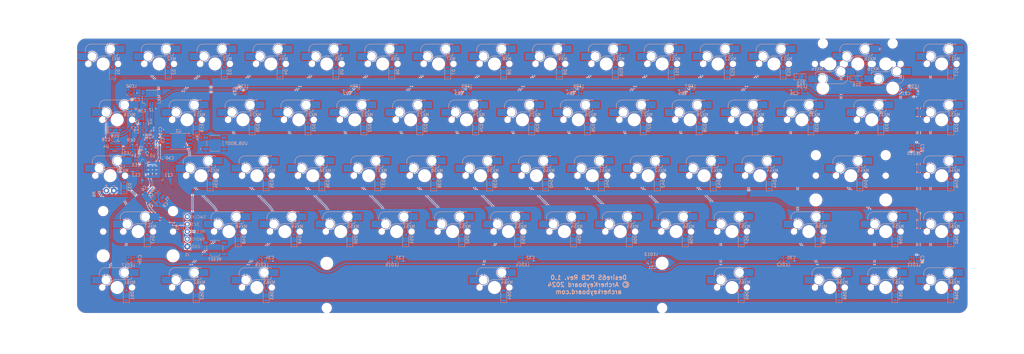
<source format=kicad_pcb>
(kicad_pcb (version 20240108) (generator "pcbnew") (generator_version "8.0")
  (title_block (title "Desire65 - 65% hotswap PCB") (date "2024-05-18") (rev "1.0"))
  (layers (0 "F.Cu" signal) (31 "B.Cu" signal) (34 "B.Paste" user) (35 "F.Paste" user) (36 "B.SilkS" user "B.Silkscreen") (37 "F.SilkS" user "F.Silkscreen") (38 "B.Mask" user) (39 "F.Mask" user) (44 "Edge.Cuts" user))
  (net 0 "")
  (net 1 "GND")
  (net 2 "+3V3")
  (net 3 "XTAL_IN")
  (net 4 "+1V1")
  (net 5 "+5V")
  (net 6 "ROW0")
  (net 7 "Net-(D1-A)")
  (net 8 "Net-(D2-A)")
  (net 9 "Net-(D3-A)")
  (net 10 "Net-(D4-A)")
  (net 11 "Net-(D5-A)")
  (net 12 "Net-(D6-A)")
  (net 13 "Net-(D7-A)")
  (net 14 "Net-(D8-A)")
  (net 15 "Net-(D9-A)")
  (net 16 "Net-(D10-A)")
  (net 17 "Net-(D11-A)")
  (net 18 "Net-(D12-A)")
  (net 19 "Net-(D13-A)")
  (net 20 "Net-(D14-A)")
  (net 21 "Net-(D15-A)")
  (net 22 "Net-(D17-A)")
  (net 23 "Net-(D18-A)")
  (net 24 "ROW1")
  (net 25 "Net-(D19-A)")
  (net 26 "Net-(D20-A)")
  (net 27 "Net-(D21-A)")
  (net 28 "Net-(D22-A)")
  (net 29 "Net-(D23-A)")
  (net 30 "Net-(D24-A)")
  (net 31 "Net-(D25-A)")
  (net 32 "Net-(D26-A)")
  (net 33 "Net-(D27-A)")
  (net 34 "Net-(D28-A)")
  (net 35 "Net-(D29-A)")
  (net 36 "Net-(D30-A)")
  (net 37 "Net-(D31-A)")
  (net 38 "Net-(D32-A)")
  (net 39 "ROW2")
  (net 40 "Net-(D33-A)")
  (net 41 "Net-(D34-A)")
  (net 42 "Net-(D35-A)")
  (net 43 "Net-(D36-A)")
  (net 44 "Net-(D37-A)")
  (net 45 "Net-(D38-A)")
  (net 46 "Net-(D39-A)")
  (net 47 "Net-(D40-A)")
  (net 48 "Net-(D41-A)")
  (net 49 "Net-(D42-A)")
  (net 50 "Net-(D43-A)")
  (net 51 "Net-(D44-A)")
  (net 52 "Net-(D45-A)")
  (net 53 "Net-(D46-A)")
  (net 54 "Net-(D47-A)")
  (net 55 "ROW3")
  (net 56 "Net-(D48-A)")
  (net 57 "Net-(D49-A)")
  (net 58 "Net-(D50-A)")
  (net 59 "Net-(D51-A)")
  (net 60 "Net-(D52-A)")
  (net 61 "Net-(D53-A)")
  (net 62 "Net-(D54-A)")
  (net 63 "Net-(D55-A)")
  (net 64 "Net-(D56-A)")
  (net 65 "Net-(D57-A)")
  (net 66 "Net-(D58-A)")
  (net 67 "Net-(D59-A)")
  (net 68 "Net-(D60-A)")
  (net 69 "ROW4")
  (net 70 "Net-(D61-A)")
  (net 71 "Net-(D62-A)")
  (net 72 "Net-(D63-A)")
  (net 73 "Net-(D64-A)")
  (net 74 "Net-(D65-A)")
  (net 75 "Net-(D66-A)")
  (net 76 "Net-(D67-A)")
  (net 77 "Net-(D68-A)")
  (net 78 "SWD")
  (net 79 "SWCLK")
  (net 80 "DBUS-")
  (net 81 "DBUS+")
  (net 82 "Net-(J3-Pin_2)")
  (net 83 "COL0")
  (net 84 "COL1")
  (net 85 "COL2")
  (net 86 "COL3")
  (net 87 "COL4")
  (net 88 "COL5")
  (net 89 "COL6")
  (net 90 "COL7")
  (net 91 "COL8")
  (net 92 "COL9")
  (net 93 "COL10")
  (net 94 "COL11")
  (net 95 "COL12")
  (net 96 "COL13")
  (net 97 "COL14")
  (net 98 "COL15")
  (net 99 "/D+")
  (net 100 "/D-")
  (net 101 "CS")
  (net 102 "XTAL_OUT")
  (net 103 "BL")
  (net 109 "SD0")
  (net 111 "SD1")
  (net 112 "QSPI_SCLK")
  (net 113 "SD2")
  (net 114 "SD3")
  (net 115 "/Underglow RGB LED/RGBD5V")
  (net 116 "Net-(LED1-DOUT)")
  (net 117 "Net-(LED2-DOUT)")
  (net 118 "Net-(LED3-DOUT)")
  (net 119 "Net-(LED4-DOUT)")
  (net 120 "Net-(LED5-DOUT)")
  (net 121 "Net-(LED6-DOUT)")
  (net 122 "Net-(LED7-DOUT)")
  (net 123 "Net-(LED8-DOUT)")
  (net 124 "Net-(LED10-DIN)")
  (net 125 "Net-(LED10-DOUT)")
  (net 126 "Net-(LED11-DOUT)")
  (net 127 "Net-(LED12-DOUT)")
  (net 128 "Net-(LED13-DOUT)")
  (net 129 "Net-(LED14-DOUT)")
  (net 130 "Net-(LED15-DOUT)")
  (net 131 "Net-(LED16-DOUT)")
  (net 132 "Net-(LED1-DIN)")
  (net 133 "RGBD3V3")
  (net 134 "~{RESET}")
  (net 135 "/XTAL_O")
  (net 138 "/~{USB_BOOT}")
  (footprint "PCM_marbastlib-mx:LED_MX_3mm" (layer "F.Cu") (at 27.813 89.535)
    (property "Reference" "J3" (hide yes))
    (property "Value" "Conn_01x02_Socket")
  )
  (footprint "PCM_marbastlib-mx:STAB_MX_2u" (layer "F.Cu") (at 282.6325 46.355)
    (property "Reference" "S15" (hide yes))
    (property "Value" "BSPC")
  )
  (footprint "PCM_marbastlib-mx:STAB_MX_2.25u" (layer "F.Cu") (at 280.25125 84.455)
    (property "Reference" "S45" (hide yes))
    (property "Value" "ENT")
  )
  (footprint "PCM_marbastlib-mx:STAB_MX_2.25u" (layer "F.Cu") (at 37.36375 103.505)
    (property "Reference" "S47" (hide yes))
    (property "Value" "LSFT")
  )
  (footprint "PCM_marbastlib-mx:STAB_MX_7u" (layer "F.Cu") (at 158.8075 122.555 180)
    (property "Reference" "S64" (hide yes))
    (property "Value" "SPC")
  )
  (footprint "Diode_SMD:D_SOD-123" (layer "B.Cu") (at 29.514455 68.853659)
    (property "Reference" "D18")
    (property "Value" "D_Small")
  )
  (footprint "PCM_marbastlib-mx:SW_MX_HS_CPG151101S11_1u" (layer "B.Cu") (at 163.57 103.505 180)
    (property "Reference" "MX53")
    (property "Value" "N")
  )
  (footprint "PCM_marbastlib-mx:SW_MX_HS_CPG151101S11_1u" (layer "B.Cu") (at 196.9075 46.355 180)
    (property "Reference" "MX10")
    (property "Value" "9")
  )
  (footprint "Diode_SMD:D_SOD-123" (layer "B.Cu") (at 176.205274 87.217294 90)
    (property "Reference" "D40")
    (property "Value" "D_Small")
  )
  (footprint "Capacitor_SMD:C_0402_1005Metric" (layer "B.Cu") (at 38.645446 63.455596 180)
    (property "Reference" "C16")
    (property "Value" "1uF")
  )
  (footprint "Diode_SMD:D_SOD-123" (layer "B.Cu") (at 76.192774 68.167294 90)
    (property "Reference" "D20")
    (property "Value" "D_Small")
  )
  (footprint "Diode_SMD:D_SOD-123" (layer "B.Cu") (at 283.361524 87.217294 90)
    (property "Reference" "D45")
    (property "Value" "D_Small")
  )
  (footprint "Crystal:Crystal_SMD_3225-4Pin_3.2x2.5mm" (layer "B.Cu") (at 44.288909 91.970313 45)
    (property "Reference" "Y1")
    (property "Value" "12MHz")
  )
  (footprint "PCM_marbastlib-mx:SW_MX_HS_CPG151101S11_1.5u" (layer "B.Cu") (at 30.22 122.555 180)
    (property "Reference" "MX61")
    (property "Value" "LCTL")
  )
  (footprint "Button_Switch_SMD:SW_SPST_TL3342" (layer "B.Cu") (at 63.521253 109.20803 180)
    (property "Reference" "SW2" (hide yes))
    (property "Value" "RESET")
  )
  (footprint "PCM_marbastlib-mx:SW_MX_HS_CPG151101S11_1u" (layer "B.Cu") (at 292.1575 103.505 180)
    (property "Reference" "MX59")
    (property "Value" "UP")
  )
  (footprint "PCM_marbastlib-mx:SW_MX_HS_CPG151101S11_1u" (layer "B.Cu") (at 254.0575 46.355 180)
    (property "Reference" "MX13")
    (property "Value" "EQL")
  )
  (footprint "PCM_marbastlib-mx:SW_MX_HS_CPG151101S11_1u" (layer "B.Cu") (at 111.1825 65.405 180)
    (property "Reference" "MX22")
    (property "Value" "R")
  )
  (footprint "Capacitor_SMD:C_0402_1005Metric" (layer "B.Cu") (at 147.154817 55.266251 180)
    (property "Reference" "C23")
    (property "Value" "100nF")
  )
  (footprint "PCM_marbastlib-mx:SW_MX_HS_CPG151101S11_1u" (layer "B.Cu") (at 82.6075 46.355 180)
    (property "Reference" "MX4")
    (property "Value" "3")
  )
  (footprint "Diode_SMD:D_SOD-123" (layer "B.Cu") (at 314.317774 87.217294 90)
    (property "Reference" "D46")
    (property "Value" "D_Small")
  )
  (footprint "PCM_marbastlib-mx:SW_MX_HS_CPG151101S11_1u" (layer "B.Cu") (at 311.2075 122.555 180)
    (property "Reference" "MX68")
    (property "Value" "RGHT")
  )
  (footprint "Capacitor_SMD:C_0402_1005Metric" (layer "B.Cu") (at 261.45527 55.266799 180)
    (property "Reference" "C26")
    (property "Value" "100nF")
  )
  (footprint "PCM_marbastlib-mx:SW_MX_HS_CPG151101S11_1u" (layer "B.Cu") (at 154.045 84.455 180)
    (property "Reference" "MX39")
    (property "Value" "H")
  )
  (footprint "PCM_marbastlib-various:LED_WS2812_2020" (layer "B.Cu") (at 73.152 55.8165 180)
    (property "Reference" "LED3")
    (property "Value" "WS2812_2020")
  )
  (footprint "PCM_marbastlib-mx:SW_MX_HS_CPG151101S11_1u" (layer "B.Cu") (at 244.5325 65.405 180)
    (property "Reference" "MX29")
    (property "Value" "LBRC")
  )
  (footprint "Capacitor_SMD:C_0402_1005Metric" (layer "B.Cu") (at 36.798624 113.999696 -90)
    (property "Reference" "C35")
    (property "Value" "100nF")
  )
  (footprint "Capacitor_SMD:C_0402_1005Metric" (layer "B.Cu") (at 45.99905 70.396898 90)
    (property "Reference" "C15")
    (property "Value" "100nF")
  )
  (footprint "PCM_marbastlib-various:LED_WS2812_2020" (layer "B.Cu") (at 301.752 74.954435)
    (property "Reference" "LED10")
    (property "Value" "WS2812_2020")
  )
  (footprint "PCM_marbastlib-mx:SW_MX_HS_CPG151101S11_1u" (layer "B.Cu") (at 120.7075 46.355 180)
    (property "Reference" "MX6")
    (property "Value" "5")
  )
  (footprint "Diode_SMD:D_SOD-123" (layer "B.Cu") (at 123.817774 49.117294 90)
    (property "Reference" "D6")
    (property "Value" "D_Small")
  )
  (footprint "Capacitor_SMD:C_0402_1005Metric" (layer "B.Cu") (at 43.574142 72.432659 90)
    (property "Reference" "C9")
    (property "Value" "100nF")
  )
  (footprint "PCM_marbastlib-various:LED_WS2812_2020" (layer "B.Cu") (at 187.452 55.8165 180)
    (property "Reference" "LED6")
    (property "Value" "WS2812_2020")
  )
  (footprint "Diode_SMD:D_SOD-123" (layer "B.Cu") (at 204.780274 106.267294 90)
    (property "Reference" "D55")
    (property "Value" "D_Small")
  )
  (footprint "Diode_SMD:D_SOD-123" (layer "B.Cu") (at 161.917774 125.317294 90)
    (property "Reference" "D64")
    (property "Value" "D_Small")
  )
  (footprint "Diode_SMD:D_SOD-123" (layer "B.Cu") (at 133.342774 68.167294 90)
    (property "Reference" "D23")
    (property "Value" "D_Small")
  )
  (footprint "Connector_PinSocket_2.54mm:PinSocket_1x05_P2.54mm_Vertical" (layer "B.Cu") (at 54.118548 108.583116)
    (property "Reference" "J1")
    (property "Value" "SWD")
  )
  (footprint "Capacitor_SMD:C_0402_1005Metric" (layer "B.Cu") (at 47.300019 79.461501)
    (property "Reference" "C10")
    (property "Value" "100nF")
  )
  (footprint "PCM_marbastlib-mx:SW_MX_HS_CPG151101S11_1u" (layer "B.Cu") (at 311.2075 84.455 180)
    (property "Reference" "MX46")
    (property "Value" "PGUP")
  )
  (footprint "Capacitor_SMD:C_0402_1005Metric" (layer "B.Cu") (at 223.35551 55.265825 180)
    (property "Reference" "C25")
    (property "Value" "100nF")
  )
  (footprint "PCM_marbastlib-mx:SW_MX_HS_CPG151101S11_1.5u" (layer "B.Cu") (at 239.77 122.555 180)
    (property "Reference" "MX65")
    (property "Value" "RALT")
  )
  (footprint "PCM_marbastlib-mx:SW_MX_HS_CPG151101S11_1u" (layer "B.Cu") (at 115.945 84.455 180)
    (property "Reference" "MX37")
    (property "Value" "F")
  )
  (footprint "Diode_SMD:D_SOD-123" (layer "B.Cu") (at 28.567774 49.117294 90)
    (property "Reference" "D1")
    (property "Value" "D_Small")
  )
  (footprint "Capacitor_SMD:C_0402_1005Metric" (layer "B.Cu") (at 40.140545 89.606061 -135)
    (property "Reference" "C6")
    (property "Value" "100nF")
  )
  (footprint "PCM_marbastlib-mx:SW_MX_HS_CPG151101S11_1u" (layer "B.Cu") (at 139.7575 46.355 180)
    (property "Reference" "MX7")
    (property "Value" "6")
  )
  (footprint "PCM_marbastlib-mx:SW_MX_HS_CPG151101S11_1u" (layer "B.Cu") (at 249.295 84.455 180)
    (property "Reference" "MX44")
    (property "Value" "QUOT")
  )
  (footprint "Diode_SMD:D_SOD-123" (layer "B.Cu") (at 295.267774 106.267294 90)
    (property "Reference" "D59")
    (property "Value" "D_Small")
  )
  (footprint "Diode_SMD:D_SOD-123" (layer "B.Cu") (at 57.142774 125.317294 90)
    (property "Reference" "D62")
    (property "Value" "D_Small")
  )
  (footprint "PCM_marbastlib-mx:SW_MX_HS_CPG151101S11_1u" (layer "B.Cu") (at 44.5075 46.355 180)
    (property "Reference" "MX2")
    (property "Value" "1")
  )
  (footprint "Resistor_SMD:R_0402_1005Metric" (layer "B.Cu") (at 33.680926 74.953854 -90)
    (property "Reference" "R7")
    (property "Value" "470")
  )
  (footprint "PCM_marbastlib-mx:SW_MX_HS_CPG151101S11_1.75u_STP_1.25" (layer "B.Cu") (at 27.83875 84.455 180)
    (property "Reference" "MX33")
    (property "Value" "CAPS")
  )
  (footprint "Capacitor_SMD:C_0402_1005Metric" (layer "B.Cu") (at 28.791281 72.248424)
    (property "Reference" "C18")
    (property "Value" "100nF")
  )
  (footprint "Diode_SMD:D_SOD-123" (layer "B.Cu") (at 100.005274 87.217294 90)
    (property "Reference" "D36")
    (property "Value" "D_Small")
  )
  (footprint "Diode_SMD:D_SOD-123" (layer "B.Cu") (at 147.630274 106.267294 90)
    (property "Reference" "D52")
    (property "Value" "D_Small")
  )
  (footprint "Capacitor_SMD:C_0402_1005Metric" (layer "B.Cu") (at 35.035188 73.401466)
    (property "Reference" "C19")
    (property "Value" "100nF")
  )
  (footprint "PCM_marbastlib-mx:SW_MX_HS_CPG151101S11_1u" (layer "B.Cu") (at 92.1325 65.405 180)
    (property "Reference" "MX21")
    (property "Value" "E")
  )
  (footprint "Diode_SMD:D_SOD-123" (layer "B.Cu") (at 223.830274 106.267294 90)
    (property "Reference" "D56")
    (property "Value" "D_Small")
  )
  (footprint "PCM_marbastlib-mx:SW_MX_HS_CPG151101S11_1u" (layer "B.Cu") (at 149.2825 65.405 180)
    (property "Reference" "MX24")
    (property "Value" "Y")
  )
  (footprint "PCM_marbastlib-mx:SW_MX_HS_CPG151101S11_1u" (layer "B.Cu") (at 63.5575 46.355 180)
    (property "Reference" "MX3")
    (property "Value" "2")
  )
  (footprint "Capacitor_SMD:C_0402_1005Metric" (layer "B.Cu") (at 299.557458 55.266041 180)
    (property "Reference" "C27")
    (property "Value" "100nF")
  )
  (footprint "Diode_SMD:D_SOD-123" (layer "B.Cu") (at 128.580274 106.267294 90)
    (property "Reference" "D51")
    (property "Value" "D_Small")
  )
  (footprint "Diode_SMD:D_SOD-123" (layer "B.Cu") (at 47.617774 49.117294 90)
    (property "Reference" "D2")
    (property "Value" "D_Small")
  )
  (footprint "Diode_SMD:D_SOD-123" (layer "B.Cu") (at 242.880274 106.267294 90)
    (property "Reference" "D57")
    (property "Value" "D_Small")
  )
  (footprint "PCM_marbastlib-various:LED_WS2812_2020" (layer "B.Cu") (at 168.402 112.9665)
    (property "Reference" "LED14")
    (property "Value" "WS2812_2020")
  )
  (footprint "PCM_marbastlib-various:LED_WS2812_2020" (layer "B.Cu") (at 111.252 55.8165 180)
    (property "Reference" "LED4")
    (property "Value" "WS2812_2020")
  )
  (footprint "Diode_SMD:D_SOD-123" (layer "B.Cu") (at 209.542774 68.167294 90)
    (property "Reference" "D27")
    (property "Value" "D_Small")
  )
  (footprint "PCM_marbastlib-mx:SW_MX_HS_CPG151101S11_1u" (layer "B.Cu") (at 54.0325 65.405 180)
    (property "Reference" "MX19")
    (property "Value" "Q")
  )
  (footprint "PCM_marbastlib-various:LED_WS2812_2020" (layer "B.Cu") (at 263.652 55.8165 180)
    (property "Reference" "LED8")
    (property "Value" "WS2812_2020")
  )
  (footprint "Capacitor_SMD:C_0402_1005Metric" (layer "B.Cu") (at 38.645446 69.292234)
    (property "Reference" "C7")
    (property "Value" "10uF")
  )
  (footprint "Diode_SMD:D_SOD-123" (layer "B.Cu") (at 200.017774 49.117294 90)
    (property "Reference" "D10")
    (property "Value" "D_Small")
  )
  (footprint "PCM_marbastlib-mx:SW_MX_HS_CPG151101S11_1u" (layer "B.Cu") (at 273.1075 122.555 180)
    (property "Reference" "MX66")
    (property "Value" "LEFT")
  )
  (footprint "PCM_marbastlib-mx:SW_MX_HS_CPG151101S11_1u" (layer "B.Cu") (at 101.6575 46.355 180)
    (property "Reference" "MX5")
    (property "Value" "4")
  )
  (footprint "Resistor_SMD:R_0603_1608Metric" (layer "B.Cu") (at 40.270469 73.43293 -90)
    (property "Reference" "R3")
    (property "Value" "27R")
  )
  (footprint "Diode_SMD:D_SOD-123" (layer "B.Cu") (at 138.105274 87.217294 90)
    (property "Reference" "D38")
    (property "Value" "D_Small")
  )
  (footprint "Package_TO_SOT_SMD:SOT-23" (layer "B.Cu") (at 39.123791 65.888732 90)
    (property "Reference" "U3")
    (property "Value" "XC6206PxxxMR")
  )
  (footprint "Resistor_SMD:R_0402_1005Metric" (layer "B.Cu") (at 51.794223 102.229657 -90)
    (property "Reference" "R1")
    (property "Value" "1k")
  )
  (footprint "Diode_SMD:D_SOD-123" (layer "B.Cu") (at 238.117774 49.117294 90)
    (property "Reference" "D12")
    (property "Value" "D_Small")
  )
  (footprint "Diode_SMD:D_SOD-123" (layer "B.Cu") (at 190.492774 68.167294 90)
    (property "Reference" "D26")
    (property "Value" "D_Small")
  )
  (footprint "Diode_SMD:D_SOD-123" (layer "B.Cu") (at 66.667774 49.117294 90)
    (property "Reference" "D3")
    (property "Value" "D_Small")
  )
  (footprint "Diode_SMD:D_SOD-123" (layer "B.Cu") (at 180.967774 49.117294 90)
    (property "Reference" "D9")
    (property "Value" "D_Small")
  )
  (footprint "PCM_marbastlib-mx:SW_MX_HS_CPG151101S11_1.75u" (layer "B.Cu") (at 265.96375 103.505 180)
    (property "Reference" "MX58")
    (property "Value" "RSFT")
  )
  (footprint "Diode_SMD:D_SOD-123" (layer "B.Cu") (at 80.955274 125.317294 90)
    (property "Reference" "D63")
    (property "Value" "D_Small")
  )
  (footprint "Diode_SMD:D_SOD-123" (layer "B.Cu") (at 242.880274 125.317294 90)
    (property "Reference" "D65")
    (property "Value" "D_Small")
  )
  (footprint "PCM_marbastlib-various:LED_WS2812_2020" (layer "B.Cu") (at 35.476464 74.954435 180)
    (property "Reference" "LED1")
    (property "Value" "WS2812_2020")
  )
  (footprint "Diode_SMD:D_SOD-123" (layer "B.Cu") (at 195.255274 87.217294 90)
    (property "Reference" "D41")
    (property "Value" "D_Small")
  )
  (footprint "Diode_SMD:D_SOD-123" (layer "B.Cu") (at 314.317774 49.117294 90)
    (property "Reference" "D17")
    (property "Value" "D_Small")
  )
  (footprint "PCM_marbastlib-mx:SW_MX_HS_CPG151101S11_1u" (layer "B.Cu") (at 177.8575 46.355 180)
    (property "Reference" "MX9")
    (property "Value" "8")
  )
  (footprint "Capacitor_SMD:C_0402_1005Metric" (layer "B.Cu") (at 39.298054 77.02202 90)
    (property "Reference" "C4")
    (property "Value" "1uF")
  )
  (footprint "PCM_marbastlib-mx:SW_MX_HS_CPG151101S11_1u" (layer "B.Cu") (at 273.1075 46.355)
    (property "Reference" "MX14")
    (property "Value" "BSLS")
  )
  (footprint "PCM_marbastlib-mx:SW_MX_HS_CPG151101S11_1u" (layer "B.Cu") (at 230.245 84.455 180)
    (property "Reference" "MX43")
    (property "Value" "SCLN")
  )
  (footprint "Package_TO_SOT_SMD:SOT-23-5" (layer "B.Cu") (at 29.448121 74.458149 180)
    (property "Reference" "U4")
    (property "Value" "74AHCT1G125")
  )
  (footprint "PCM_marbastlib-mx:SW_MX_HS_CPG151101S11_1u" (layer "B.Cu") (at 239.77 103.505 180)
    (property "Reference" "MX57")
    (property "Value" "SLSH")
  )
  (footprint "PCM_marbastlib-mx:SW_MX_HS_CPG151101S11_1u" (layer "B.Cu") (at 37.36375 103.505 180)
    (property "Reference" "MX47")
    (property "Value" "LSFT")
  )
  (footprint "PCM_marbastlib-various:LED_WS2812_2020" (layer "B.Cu") (at 35.052 112.9665)
    (property "Reference" "LED17")
    (property "Value" "WS2812_2020")
  )
  (footprint "Capacitor_SMD:C_0402_1005Metric" (layer "B.Cu") (at 44.546076 72.432659 90)
    (property "Reference" "C5")
    (property "Value" "100nF")
  )
  (footprint "Diode_SMD:D_SOD-123" (layer "B.Cu") (at 90.480274 106.267294 90)
    (property "Reference" "D49")
    (property "Value" "D_Small")
  )
  (footprint "Diode_SMD:D_SOD-123" (layer "B.Cu") (at 295.267774 125.317294 90)
    (property "Reference" "D67")
    (property "Value" "D_Small")
  )
  (footprint "Diode_SMD:D_SOD-123" (layer "B.Cu") (at 266.692774 68.167294 90)
    (property "Reference" "D30")
    (property "Value" "D_Small")
  )
  (footprint "PCM_marbastlib-mx:SW_MX_HS_CPG151101S11_1u" (layer "B.Cu") (at 225.4825 65.405 180)
    (property "Reference" "MX28")
    (property "Value" "P")
  )
  (footprint "Capacitor_SMD:C_0402_1005Metric" (layer "B.Cu") (at 81.699829 113.51658)
    (property "Reference" "C34")
    (property "Value" "100nF")
  )
  (footprint "Diode_SMD:D_SOD-123" (layer "B.Cu") (at 290.505274 68.167294 90)
    (property "Reference" "D31")
    (property "Value" "D_Small")
  )
  (footprint "PCM_marbastlib-mx:SW_MX_HS_CPG151101S11_1u" (layer "B.Cu") (at 68.32 103.505 180)
    (property "Reference" "MX48")
    (property "Value" "Z")
  )
  (footprint "Capacitor_SMD:C_0402_1005Metric" (layer "B.Cu") (at 303.533793 75.021563 90)
    (property "Reference" "C28")
    (property "Value" "100nF")
  )
  (footprint "Diode_SMD:D_SOD-123" (layer "B.Cu") (at 252.405274 87.217294 90)
    (property "Reference" "D44")
    (property "Value" "D_Small")
  )
  (footprint "Capacitor_SMD:C_0402_1005Metric" (layer "B.Cu") (at 185.255657 55.266098 180)
    (property "Reference" "C24")
    (property "Value" "100nF")
  )
  (footprint "Diode_SMD:D_SOD-123" (layer "B.Cu") (at 142.867774 49.117294 90)
    (property "Reference" "D7")
    (property "Value" "D_Small")
  )
  (footprint "PCM_marbastlib-mx:SW_MX_HS_CPG151101S11_1u" (layer "B.Cu") (at 220.72 103.505 180)
    (property "Reference" "MX56")
    (property "Value" "DOT")
  )
  (footprint "Resistor_SMD:R_0603_1608Metric" (layer "B.Cu") (at 41.786508 73.43293 -90)
    (property "Reference" "R2")
    (property "Value" "27R")
  )
  (footprint "Diode_SMD:D_SOD-123" (layer "B.Cu") (at 171.442774 68.167294 90)
    (property "Reference" "D25")
    (property "Value" "D_Small")
  )
  (footprint "Resistor_SMD:R_0402_1005Metric" (layer "B.Cu") (at 58.74892 71.498317 90)
    (property "Reference" "R4")
    (property "Value" "1k")
  )
  (footprint "PCM_marbastlib-mx:SW_MX_HS_CPG151101S11_1u" (layer "B.Cu") (at 206.4325 65.405 180)
    (property "Reference" "MX27")
    (property "Value" "O")
  )
  (footprint "Capacitor_SMD:C_0402_1005Metric" (layer "B.Cu") (at 36.724504 78.673705 180)
    (property "Reference" "C14")
    (property "Value" "100nF")
  )
  (footprint "Capacitor_SMD:C_0402_1005Metric" (layer "B.Cu") (at 38.645446 68.320065)
    (property "Reference" "C17")
    (property "Value" "1uF")
  )
  (footprint "PCM_marbastlib-various:LED_WS2812_2020" (layer "B.Cu") (at 149.352 55.8165 180)
    (property "Reference" "LED5")
    (property "Value" "WS2812_2020")
  )
  (footprint "PCM_marbastlib-mx:SW_MX_HS_CPG151101S11_1u" (layer "B.Cu") (at 73.0825 65.405 180)
    (property "Reference" "MX20")
    (property "Value" "W")
  )
  (footprint "Capacitor_SMD:C_0402_1005Metric" (layer "B.Cu") (at 212.654091 114.513684 180)
    (property "Reference" "C31")
    (property "Value" "100nF")
  )
  (footprint "PCM_marbastlib-mx:SW_MX_HS_CPG151101S11_1u" (layer "B.Cu") (at 280.25125 84.455 180)
    (property "Reference" "MX45")
    (property "Value" "ENT")
  )
  (footprint "PCM_marbastlib-mx:SW_MX_HS_CPG151101S11_1u" (layer "B.Cu") (at 130.2325 65.405 180)
    (property "Reference" "MX23")
    (property "Value" "T")
  )
  (footprint "PCM_marbastlib-mx:SW_MX_HS_CPG151101S11_1u" (layer "B.Cu") (at 235.0075 46.355 180)
    (property "Reference" "MX12")
    (property "Value" "MINS")
  )
  (footprint "PCM_marbastlib-mx:SW_MX_HS_CPG151101S11_1u" (layer "B.Cu") (at 292.1575 122.555 180)
    (property "Reference" "MX67")
    (property "Value" "DOWN")
  )
  (footprint "PCM_marbastlib-mx:SW_MX_HS_CPG151101S11_1u" (layer "B.Cu") (at 182.62 103.505 180)
    (property "Reference" "MX54")
    (property "Value" "M")
  )
  (footprint "PCM_marbastlib-mx:SW_MX_HS_CPG151101S11_1u" (layer "B.Cu") (at 106.42 103.505 180)
    (property "Reference" "MX50")
    (property "Value" "C")
  )
  (footprint "Diode_SMD:D_SOD-123" (layer "B.Cu") (at 61.905274 87.217294 90)
    (property "Reference" "D34")
    (property "Value" "D_Small")
  )
  (footprint "PCM_marbastlib-mx:SW_MX_HS_CPG151101S11_1u" (layer "B.Cu") (at 168.3325 65.405 180)
    (property "Reference" "MX25")
    (property "Value" "U")
  )
  (footprint "PCM_marbastlib-mx:SW_MX_HS_CPG151101S11_1u" (layer "B.Cu") (at 311.2075 46.355 180)
    (property "Reference" "MX17")
    (property "Value" "HOME")
  )
  (footprint "Capacitor_SMD:C_0402_1005Metric" (layer "B.Cu") (at 126.14869 113.516001)
    (property "Reference" "C33")
    (property "Value" "100nF")
  )
  (footprint "Capacitor_SMD:C_0402_1005Metric" (layer "B.Cu") (at 170.599559 113.51585)
    (property "Reference" "C32")
    (property "Value" "100nF")
  )
  (footprint "PCM_marbastlib-mx:SW_MX_HS_CPG151101S11_1u" (layer "B.Cu") (at 134.995 84.455 180)
    (property "Reference" "MX38")
    (property "Value" "G")
  )
  (footprint "PCM_marbastlib-various:LED_WS2812_2020" (layer "B.Cu") (at 257.302 112.9665)
    (property "Reference" "LED12")
    (property "Value" "WS2812_2020")
  )
  (footprint "Capacitor_SMD:C_0402_1005Metric" (layer "B.Cu") (at 38.327808 77.02202 90)
    (property "Reference" "C8")
    (property "Value" "1uF")
  )
  (footprint "PCM_marbastlib-mx:SW_MX_HS_CPG151101S11_1u" (layer "B.Cu") (at 292.1575 46.355)
    (property "Reference" "MX16")
    (property "Value" "BSPC")
  )
  (footprint "Diode_SMD:D_SOD-123" (layer "B.Cu") (at 80.955274 87.217294 90)
    (property "Reference" "D35")
    (property "Value" "D_Small")
  )
  (footprint "PCM_marbastlib-mx:SW_MX_HS_CPG151101S11_1u" (layer "B.Cu") (at 158.8075 122.555 180)
    (property "Reference" "MX64")
    (property "Value" "SPC")
  )
  (footprint "Connector_JST:JST_SH_SM04B-SRSS-TB_1x04-1MP_P1.00mm_Horizontal" (layer "B.Cu") (at 41.886 58.007)
    (property "Reference" "J2")
    (property "Value" "JST SH 4-pin")
  )
  (footprint "Diode_SMD:D_SOD-123" (layer "B.Cu") (at 282.345451 51.43529)
    (property "Reference" "D15")
    (property "Value" "D_Small")
  )
  (footprint "PCM_marbastlib-mx:SW_MX_HS_CPG151101S11_1u" (layer "B.Cu") (at 263.5825 65.405 180)
    (property "Reference" "MX30")
    (property "Value" "RBRC")
  )
  (footprint "Capacitor_SMD:C_0402_1005Metric" (layer "B.Cu") (at 47.2994 83.026174)
    (property "Reference" "C11")
    (property "Value" "100nF")
  )
  (footprint "PCM_marbastlib-mx:SW_MX_HS_CPG151101S11_1u" (layer "B.Cu") (at 311.2075 65.405 180)
    (property "Reference" "MX32")
    (property "Value" "END")
  )
  (footprint "Package_DFN_QFN:RP2040-QFN-56" (layer "B.Cu") (at 42.22031 82.439206 180)
    (property "Reference" "U1")
    (property "Value" "RP2040")
  )
  (footprint "Diode_SMD:D_SOD-123" (layer "B.Cu") (at 157.155274 87.217294 90)
    (property "Reference" "D39")
    (property "Value" "D_Small")
  )
  (footprint "Diode_SMD:D_SOD-123" (layer "B.Cu") (at 104.767774 49.117294 90)
    (property "Reference" "D5")
    (property "Value" "D_Small")
  )
  (footprint "Diode_SMD:D_SOD-123" (layer "B.Cu") (at 185.730274 106.267294 90)
    (property "Reference" "D54")
    (property "Value" "D_Small")
  )
  (footprint "Diode_SMD:D_SOD-123" (layer "B.Cu") (at 228.592774 68.167294 90)
    (property "Reference" "D28")
    (property "Value" "D_Small")
  )
  (footprint "Diode_SMD:D_SOD-123" (layer "B.Cu") (at 40.474024 106.267294 90)
    (property "Reference" "D47")
    (property "Value" "D_Small")
  )
  (footprint "Capacitor_SMD:C_0402_1005Metric" (layer "B.Cu") (at 109.053939 55.266907 180)
    (property "Reference" "C22")
    (property "Value" "100nF")
  )
  (footprint "Diode_SMD:D_SOD-123" (layer "B.Cu") (at 233.355274 87.217294 90)
    (property "Reference" "D43")
    (property "Value" "D_Small")
  )
  (footprint "PCM_marbastlib-mx:SW_MX_HS_CPG151101S11_1u" (layer "B.Cu") (at 192.145 84.455 180)
    (property "Reference" "MX41")
    (property "Value" "K")
  )
  (footprint "PCM_marbastlib-mx:SW_MX_HS_CPG151101S11_1u" (layer "B.Cu") (at 158.8075 46.355 180)
    (property "Reference" "MX8")
    (property "Value" "7")
  )
  (footprint "PCM_marbastlib-mx:SW_MX_HS_CPG151101S11_1u" (layer "B.Cu") (at 201.67 103.505 180)
    (property "Reference" "MX55")
    (property "Value" "COMM")
  )
  (footprint "Capacitor_SMD:C_0402_1005Metric" (layer "B.Cu") (at 45.854526 93.527261 45)
    (property "Reference" "C2")
    (property "Value" "22pF")
  )
  (footprint "Diode_SMD:D_SOD-123" (layer "B.Cu") (at 314.317774 106.267294 90)
    (property "Reference" "D60")
    (property "Value" "D_Small")
  )
  (footprint "PCM_marbastlib-mx:SW_MX_HS_CPG151101S11_1u" (layer "B.Cu") (at 58.795 84.455 180)
    (property "Reference" "MX34")
    (property "Value" "A")
  )
  (footprint "Diode_SMD:D_SOD-123" (layer "B.Cu") (at 161.917774 49.117294 90)
    (property "Reference" "D8")
    (property "Value" "D_Small")
  )
  (footprint "Capacitor_SMD:C_0402_1005Metric" (layer "B.Cu") (at 71.372409 55.744789 -90)
    (property "Reference" "C21")
    (property "Value" "100nF")
  )
  (footprint "Capacitor_SMD:C_0402_1005Metric" (layer "B.Cu") (at 36.447791 57.362231)
    (property "Reference" "C20")
    (property "Value" "100nF")
  )
  (footprint "Diode_SMD:D_SOD-123" (layer "B.Cu") (at 269.074024 106.267294 90)
    (property "Reference" "D58")
    (property "Value" "D_Small")
  )
  (footprint "Diode_SMD:D_SOD-123" (layer "B.Cu") (at 263.287489 50.768836)
    (property "Reference" "D14")
    (property "Value" "D_Small")
  )
  (footprint "PCM_marbastlib-mx:SW_MX_HS_CPG151101S11_1u" (layer "B.Cu") (at 211.195 84.455 180)
    (property "Reference" "MX42")
    (property "Value" "L")
  )
  (footprint "Resistor_SMD:R_0402_1005Metric" (layer "B.Cu") (at 43.314204 89.815698 45)
    (property "Reference" "R5")
    (property "Value" "1k")
  )
  (footprint "Package_SO:SOIC-8_5.23x5.23mm_P1.27mm" (layer "B.Cu") (at 51.161688 72.781372 180)
    (property "Reference" "U2")
    (property "Value" "W25Q128JVS")
  )
  (footprint "PCM_marbastlib-mx:SW_MX_HS_CPG151101S11_1u" (layer "B.Cu") (at 282.6325 46.355 180)
    (property "Reference" "MX15")
    (property "Value" "BSPC")
  )
  (footprint "PCM_marbastlib-various:LED_WS2812_2020" (layer "B.Cu") (at 225.552 55.8165 180)
    (property "Reference" "LED7")
    (property "Value" "WS2812_2020")
  )
  (footprint "PCM_marbastlib-mx:SW_MX_HS_CPG151101S11_1u" (layer "B.Cu") (at 311.2075 103.505 180)
    (property "Reference" "MX60")
    (property "Value" "PGDN")
  )
  (footprint "PCM_marbastlib-various:LED_WS2812_2020" (layer "B.Cu") (at 35.052 55.8165)
    (property "Reference" "LED2")
    (property "Value" "WS2812_2020")
  )
  (footprint "PCM_marbastlib-various:LED_WS2812_2020" (layer "B.Cu") (at 301.752 112.9665)
    (property "Reference" "LED11")
    (property "Value" "WS2812_2020")
  )
  (footprint "Diode_SMD:D_SOD-123" (layer "B.Cu") (at 57.142774 68.167294 90)
    (property "Reference" "D19")
    (property "Value" "D_Small")
  )
  (footprint "PCM_marbastlib-mx:SW_MX_HS_CPG151101S11_1u" (layer "B.Cu") (at 215.9575 46.355 180)
    (property "Reference" "MX11")
    (property "Value" "0")
  )
  (footprint "PCM_marbastlib-mx:SW_MX_HS_CPG151101S11_1u" (layer "B.Cu") (at 125.47 103.505 180)
    (property "Reference" "MX51")
    (property "Value" "V")
  )
  (footprint "Diode_SMD:D_SOD-123" (layer "B.Cu") (at 119.055274 87.217294 90)
    (property "Reference" "D37")
    (property "Value" "D_Small")
  )
  (footprint "PCM_marbastlib-various:LED_WS2812_2020" (layer "B.Cu") (at 212.217 112.9665)
    (property "Reference" "LED13")
    (property "Value" "WS2812_2020")
  )
  (footprint "Capacitor_SMD:C_0402_1005Metric" (layer "B.Cu") (at 37.096698 83.043165 180)
    (property "Reference" "C12")
    (property "Value" "100nF")
  )
  (footprint "PCM_marbastlib-mx:SW_MX_HS_CPG151101S11_1u" (layer "B.Cu") (at 187.3825 65.405 180)
    (property "Reference" "MX26")
    (property "Value" "I")
  )
  (footprint "PCM_marbastlib-various:LED_WS2812_2020" (layer "B.Cu") (at 301.752 55.8165 180)
    (property "Reference" "LED9")
    (property "Value" "WS2812_2020")
  )
  (footprint "Diode_SMD:D_SOD-123" (layer "B.Cu") (at 214.305274 87.217294 90)
    (property "Reference" "D42")
    (property "Value" "D_Small")
  )
  (footprint "Diode_SMD:D_SOD-123" (layer "B.Cu") (at 314.317774 125.317294 90)
    (property "Reference" "D68")
    (property "Value" "D_Small")
  )
  (footprint "Capacitor_SMD:C_0402_1005Metric" (layer "B.Cu") (at 42.442341 93.816651 135)
    (property "Reference" "C3")
    (property "Value" "22pF")
  )
  (footprint "PCM_marbastlib-mx:SW_MX_HS_CPG151101S11_1.5u" (layer "B.Cu") (at 287.395 65.405 180)
    (property "Reference" "MX31")
    (property "Value" "BSLS")
  )
  (footprint "Diode_SMD:D_SOD-123" (layer "B.Cu") (at 257.167774 49.117294 90)
    (property "Reference" "D13")
    (property "Value" "D_Small")
  )
  (footprint "PCM_marbastlib-mx:SW_MX_HS_CPG151101S11_1.5u" (layer "B.Cu") (at 77.845 122.555 180)
    (property "Reference" "MX63")
    (property "Value" "LALT")
  )
  (footprint "Resistor_SMD:R_0402_1005Metric" (layer "B.Cu") (at 23.502777 90.78409 -90)
    (property "Reference" "R6")
    (property "Value" "220")
  )
  (footprint "PCM_marbastlib-mx:SW_MX_HS_CPG151101S11_1.5u" (layer "B.Cu") (at 30.22 65.405 180)
    (property "Reference" "MX18")
    (property "Value" "Tab")
  )
  (footprint "PCM_marbastlib-mx:SW_MX_HS_CPG151101S11_1u" (layer "B.Cu") (at 96.895 84.455 180)
    (property "Reference" "MX36")
    (property "Value" "D")
  )
  (footprint "Capacitor_SMD:C_0402_1005Metric" (layer "B.Cu") (at 40.826444 90.293037 -135)
    (property "Reference" "C1")
    (property "Value" "100nF")
  )
  (footprint "PCM_marbastlib-various:LED_WS2812_2020" (layer "B.Cu") (at 123.952 112.9665)
    (property "Reference" "LED15")
    (property "Value" "WS2812_2020")
  )
  (footprint "PCM_marbastlib-mx:SW_MX_HS_CPG151101S11_1u" (layer "B.Cu") (at 77.845 84.455 180)
    (property "Reference" "MX35")
    (property "Value" "S")
  )
  (footprint "Diode_SMD:D_SOD-123" (layer "B.Cu") (at 152.392774 68.167294 90)
    (property "Reference" "D24")
    (property "Value" "D_Small")
  )
  (footprint "Diode_SMD:D_SOD-123" (layer "B.Cu") (at 95.242774 68.167294 90)
    (property "Reference" "D21")
    (property "Value" "D_Small")
  )
  (footprint "Diode_SMD:D_SOD-123" (layer "B.Cu") (at 314.317774 68.167294 90)
    (property "Reference" "D32")
    (property "Value" "D_Small")
  )
  (footprint "PCM_marbastlib-mx:SW_MX_HS_CPG151101S11_1u" (layer "B.Cu") (at 144.52 103.505 180)
    (property "Reference" "MX52")
    (property "Value" "B")
  )
  (footprint "PCM_marbastlib-mx:SW_MX_HS_CPG151101S11_1u" (layer "B.Cu") (at 54.0325 122.555 180)
    (property "Reference" "MX62")
    (property "Value" "LGUI")
  )
  (footprint "Diode_SMD:D_SOD-123" (layer "B.Cu") (at 71.430274 106.267294 90)
    (property "Reference" "D48")
    (property "Value" "D_Small")
  )
  (footprint "Diode_SMD:D_SOD-123" (layer "B.Cu") (at 33.330274 125.317294 90)
    (property "Reference" "D61")
    (property "Value" "D_Small")
  )
  (footprint "PCM_marbastlib-various:LED_WS2812_2020" (layer "B.Cu") (at 79.502 112.9665)
    (property "Reference" "LED16")
    (property "Value" "WS2812_2020")
  )
  (footprint "Button_Switch_SMD:SW_SPST_TL3342" (layer "B.Cu") (at 63.521253 73.415877)
    (property "Reference" "SW1" (hide yes))
    (property "Value" "USB_BOOT")
  )
  (footprint "Capacitor_SMD:C_0402_1005Metric" (layer "B.Cu") (at 36.724504 79.642833 180)
    (property "Reference" "C13")
    (property "Value" "100nF")
  )
  (footprint "Diode_SMD:D_SOD-123" (layer "B.Cu") (at 85.717774 49.117294 90)
    (property "Reference" "D4")
    (property "Value" "D_Small")
  )
  (footprint "Diode_SMD:D_SOD-123" (layer "B.Cu") (at 114.292774 68.167294 90)
    (property "Reference" "D22")
    (property "Value" "D_Small")
  )
  (footprint "Capacitor_SMD:C_0402_1005Metric" (layer "B.Cu") (at 259.498217 113.516379)
    (property "Reference" "C30")
    (property "Value" "100nF")
  )
  (footprint "Capacitor_SMD:C_0402_1005Metric" (layer "B.Cu") (at 303.532531 113.033486 90)
    (property "Reference" "C29")
    (property "Value" "100nF")
  )
  (footprint "PCM_marbastlib-mx:SW_MX_HS_CPG151101S11_1u" (layer "B.Cu") (at 87.37 103.505 180)
    (property "Reference" "MX49")
    (property "Value" "X")
  )
  (footprint "Diode_SMD:D_SOD-123" (layer "B.Cu") (at 219.067774 49.117294 90)
    (property "Reference" "D11")
    (property "Value" "D_Small")
  )
  (footprint "Diode_SMD:D_SOD-123" (layer "B.Cu") (at 166.680274 106.267294 90)
    (property "Reference" "D53")
    (property "Value" "D_Small")
  )
  (footprint "PCM_marbastlib-mx:SW_MX_HS_CPG151101S11_1u" (layer "B.Cu") (at 173.095 84.455 180)
    (property "Reference" "MX40")
    (property "Value" "J")
  )
  (footprint "Diode_SMD:D_SOD-123" (layer "B.Cu") (at 109.530274 106.267294 90)
    (property "Reference" "D50")
    (property "Value" "D_Small")
  )
  (footprint "Diode_SMD:D_SOD-123" (layer "B.Cu") (at 247.642774 68.167294 90)
    (property "Reference" "D29")
    (property "Value" "D_Small")
  )
  (footprint "Diode_SMD:D_SOD-123" (layer "B.Cu") (at 32.533431 88.3228 90)
    (property "Reference" "D33")
    (property "Value" "D_Small")
  )
  (footprint "Diode_SMD:D_SOD-123" (layer "B.Cu") (at 276.217774 125.317294 90)
    (property "Reference" "D66")
    (property "Value" "D_Small")
  )
  (footprint "PCM_marbastlib-mx:SW_MX_HS_CPG151101S11_1u" (layer "B.Cu") (at 25.4575 46.355 180)
    (property "Reference" "MX1")
    (property "Value" "Esc")
  )
  (gr_arc (start 317.04 37.719) (mid 319.16132 38.59768) (end 320.04 40.719) (stroke (width 0.05)) (layer "Edge.Cuts"))
  (gr_line (start 317.04 131.2545) (end 19.5735 131.2545) (stroke (width 0.05)) (layer "Edge.Cuts"))
  (gr_line (start 19.5735 37.719) (end 317.04 37.719) (stroke (width 0.05)) (layer "Edge.Cuts"))
  (gr_line (start 16.5735 128.2545) (end 16.5735 40.719) (stroke (width 0.05)) (layer "Edge.Cuts"))
  (gr_arc (start 320.04 128.2545) (mid 319.16132 130.37582) (end 317.04 131.2545) (stroke (width 0.05)) (layer "Edge.Cuts"))
  (gr_line (start 320.04 40.719) (end 320.04 128.2545) (stroke (width 0.05)) (layer "Edge.Cuts"))
  (gr_arc (start 19.5735 131.2545) (mid 17.45218 130.37582) (end 16.5735 128.2545) (stroke (width 0.05)) (layer "Edge.Cuts"))
  (gr_arc (start 16.5735 40.719) (mid 17.45218 38.59768) (end 19.5735 37.719) (stroke (width 0.05)) (layer "Edge.Cuts"))
  (gr_text "SWDIO" (at 60.244999 106.682372 0) (layer "B.SilkS") (effects (font (size 1 1) (thickness 0.1)) (justify left bottom mirror)))
  (gr_text "3V3" (at 58.387857 101.6274 0) (layer "B.SilkS") (effects (font (size 1 1) (thickness 0.1)) (justify left bottom mirror)))
  (gr_text "RESET" (at 60.149762 104.154886 0) (layer "B.SilkS") (effects (font (size 1 1) (thickness 0.1)) (justify left bottom mirror)))
  (gr_text "Desire65 PCB Rev. 1.0\n© ArcherKeyboard 2024\narcherkeyboard.com" (at 190.900847 124.889761 0) (layer "B.SilkS") (effects (font (size 1.5 1.5) (thickness 0.3) (bold yes)) (justify bottom mirror)))
  (gr_text "SWCLK" (at 60.530714 99.099914 0) (layer "B.SilkS") (effects (font (size 1 1) (thickness 0.1)) (justify left bottom mirror)))
  (gr_text "GND" (at 58.673571 109.20986 0) (layer "B.SilkS") (effects (font (size 1 1) (thickness 0.1)) (justify left bottom mirror)))
  (via (at 221.681262 55.3165) (size 0.6) (drill 0.3) (layers "F.Cu" "B.Cu") (net 1))
  (via (at 83.278008 113.5197) (size 0.6) (drill 0.3) (layers "F.Cu" "B.Cu") (net 1))
  (via (at 145.43896 55.3165) (size 0.6) (drill 0.3) (layers "F.Cu" "B.Cu") (net 1))
  (via (at 53.087254 74.680475) (size 0.6) (drill 0.3) (layers "F.Cu" "B.Cu") (net 1))
  (via (at 183.555857 55.3165) (size 0.6) (drill 0.3) (layers "F.Cu" "B.Cu") (net 1))
  (via (at 38.15919 62.240615) (size 0.6) (drill 0.3) (layers "F.Cu" "B.Cu") (net 1))
  (via (at 36.245839 77.682674) (size 0.6) (drill 0.3) (layers "F.Cu" "B.Cu") (net 1))
  (via (at 70.305497 56.932813) (size 0.6) (drill 0.3) (layers "F.Cu" "B.Cu") (net 1))
  (via (at 172.142322 113.434796) (size 0.6) (drill 0.3) (layers "F.Cu" "B.Cu") (net 1))
  (via (at 58.601637 75.315734) (size 0.6) (drill 0.3) (layers "F.Cu" "B.Cu") (net 1))
  (via (at 302.652396 57.522888) (size 0.6) (drill 0.3) (layers "F.Cu" "B.Cu") (net 1))
  (via (at 42.635681 71.010885) (size 0.6) (drill 0.3) (layers "F.Cu" "B.Cu") (net 1))
  (via (at 107.388878 55.308572) (size 0.6) (drill 0.3) (layers "F.Cu" "B.Cu") (net 1))
  (via (at 259.907254 55.3165) (size 0.6) (drill 0.3) (layers "F.Cu" "B.Cu") (net 1))
  (via (at 39.115446 70.518684) (size 0.6) (drill 0.3) (layers "F.Cu" "B.Cu") (net 1))
  (via (at 37.853766 114.481408) (size 0.6) (drill 0.3) (layers "F.Cu" "B.Cu") (net 1))
  (via (at 127.734928 113.495467) (size 0.6) (drill 0.3) (layers "F.Cu" "B.Cu") (net 1))
  (via (at 38.873571 90.846152) (size 0.6) (drill 0.3) (layers "F.Cu" "B.Cu") (net 1))
  (via (at 43.385884 61.582493) (size 0.6) (drill 0.3) (layers "F.Cu" "B.Cu") (net 1))
  (via (at 47.780019 78.47214) (size 0.6) (drill 0.3) (layers "F.Cu" "B.Cu") (net 1))
  (via (at 35.527945 83.047924) (size 0.6) (drill 0.3) (layers "F.Cu" "B.Cu") (net 1))
  (via (at 303.408798 73.46889) (size 0.6) (drill 0.3) (layers "F.Cu" "B.Cu") (net 1))
  (via (at 46.325636 94.676396) (size 0.6) (drill 0.3) (layers "F.Cu" "B.Cu") (net 1))
  (via (at 303.505533 111.459195) (size 0.6) (drill 0.3) (layers "F.Cu" "B.Cu") (net 1))
  (via (at 47.89531 84.677993) (size 0.6) (drill 0.3) (layers "F.Cu" "B.Cu") (net 1))
  (via (at 32.242246 74.437959) (size 0.6) (drill 0.3) (layers "F.Cu" "B.Cu") (net 1))
  (via (at 34.143628 54.05106) (size 0.6) (drill 0.3) (layers "F.Cu" "B.Cu") (net 1))
  (via (at 41.50542 91.291804) (size 0.6) (drill 0.3) (layers "F.Cu" "B.Cu") (net 1))
  (via (at 39.969906 75.390662) (size 0.6) (drill 0.3) (layers "F.Cu" "B.Cu") (net 1))
  (via (at 35.509259 72.415687) (size 0.6) (drill 0.3) (layers "F.Cu" "B.Cu") (net 1))
  (via (at 41.764138 75.382694) (size 0.4) (drill 0.2) (layers "F.Cu" "B.Cu") (net 1))
  (via (at 52.64978 108.583116) (size 0.6) (drill 0.3) (layers "F.Cu" "B.Cu") (net 1))
  (via (at 261.024592 113.4665) (size 0.6) (drill 0.3) (layers "F.Cu" "B.Cu") (net 1))
  (via (at 36.929853 56.283376) (size 0.6) (drill 0.3) (layers "F.Cu" "B.Cu") (net 1))
  (via (at 30.398384 72.224212) (size 0.6) (drill 0.3) (layers "F.Cu" "B.Cu") (net 1))
  (via (at 299.082886 56.219851) (size 0.6) (drill 0.3) (layers "F.Cu" "B.Cu") (net 1))
  (via (at 211.202956 114.511913) (size 0.6) (drill 0.3) (layers "F.Cu" "B.Cu") (net 1))
  (via (at 45.996288 68.703185) (size 0.6) (drill 0.3) (layers "F.Cu" "B.Cu") (net 1))
  (via (at 42.184796 94.743272) (size 0.6) (drill 0.3) (layers "F.Cu" "B.Cu") (net 1))
  (segment (start 36.244504 77.684952) (end 36.244504 78.673705) (width 0.5) (layer "B.Cu") (net 1))
  (segment (start 52.64978 108.583116) (end 54.118548 108.583116) (width 0.5) (layer "B.Cu") (net 1))
  (segment (start 145.43896 55.3165) (end 145.464084 55.291375) (width 0.5) (layer "B.Cu") (net 1))
  (segment (start 107.388878 55.308572) (end 107.40971 55.287739) (width 0.5) (layer "B.Cu") (net 1))
  (segment (start 35.527945 83.047924) (end 36.608573 83.047924) (width 0.5) (layer "B.Cu") (net 1))
  (segment (start 39.125446 68.183484) (end 39.125446 68.456646) (width 0.5) (layer "B.Cu") (net 1))
  (segment (start 30.928839 75.408148) (end 30.585621 75.408148) (width 0.5) (layer "B.Cu") (net 1))
  (segment (start 43.894604 93.589895) (end 43.978183 93.506316) (width 0.5) (layer "B.Cu") (net 1))
  (segment (start 127.699874 113.516001) (end 126.62869 113.516001) (width 0.5) (layer "B.Cu") (net 1))
  (segment (start 221.706599 55.291162) (end 221.681262 55.3165) (width 0.5) (layer "B.Cu") (net 1))
  (segment (start 39.977509 67.194839) (end 39.222023 67.950325) (width 0.5) (layer "B.Cu") (net 1))
  (segment (start 46.305313 90.45118) (end 43.91453 88.060397) (width 0.2) (layer "B.Cu") (net 1))
  (segment (start 34.143628 54.05106) (end 34.140314 54.054374) (width 0.5) (layer "B.Cu") (net 1))
  (segment (start 70.876533 56.361776) (end 70.305497 56.932813) (width 0.5) (layer "B.Cu") (net 1))
  (segment (start 303.499437 111.469601) (end 303.499437 112.556488) (width 0.5) (layer "B.Cu") (net 1))
  (segment (start 299.080172 55.268755) (end 299.077458 55.266041) (width 0.5) (layer "B.Cu") (net 1))
  (segment (start 45.99905 68.7079) (end 45.99905 69.916898) (width 0.5) (layer "B.Cu") (net 1))
  (segment (start 35.512223 72.418651) (end 35.509259 72.415687) (width 0.5) (layer "B.Cu") (net 1))
  (segment (start 38.873571 90.846152) (end 39.764746 89.954976) (width 0.5) (layer "B.Cu") (net 1))
  (segment (start 30.558314 73.50815) (end 30.585621 73.50815) (width 0.5) (layer "B.Cu") (net 1))
  (segment (start 60.37127 75.315877) (end 60.371237 75.315877) (width 0.2) (layer "B.Cu") (net 1))
  (segment (start 127.724661 113.505734) (end 127.734928 113.495467) (width 0.5) (layer "B.Cu") (net 1))
  (segment (start 260.939443 113.516379) (end 259.978217 113.516379) (width 0.5) (layer "B.Cu") (net 1))
  (segment (start 36.244504 78.673705) (end 36.244504 79.642833) (width 0.5) (layer "B.Cu") (net 1))
  (segment (start 53.090202 74.683423) (end 53.087254 74.680475) (width 0.5) (layer "B.Cu") (net 1))
  (segment (start 302.667 57.497957) (end 302.667 56.3665) (width 0.5) (layer "B.Cu") (net 1))
  (segment (start 37.85291 114.480552) (end 37.853766 114.481408) (width 0.5) (layer "B.Cu") (net 1))
  (segment (start 44.370882 93.607921) (end 44.112132 93.349171) (width 0.5) (layer "B.Cu") (net 1))
  (segment (start 38.162318 62.243743) (end 38.15919 62.240615) (width 0.5) (layer "B.Cu") (net 1))
  (segment (start 47.184593 93.210064) (end 47.184593 92.573949) (width 0.2) (layer "B.Cu") (net 1))
  (segment (start 259.907254 55.3165) (end 259.932104 55.291649) (width 0.5) (layer "B.Cu") (net 1))
  (segment (start 303.502485 111.462243) (end 303.505533 111.459195) (width 0.5) (layer "B.Cu") (net 1))
  (segment (start 39.125446 68.456646) (end 39.125446 69.292234) (width 0.5) (layer "B.Cu") (net 1))
  (segment (start 221.767769 55.265825) (end 222.87551 55.265825) (width 0.5) (layer "B.Cu") (net 1))
  (segment (start 36.927791 56.286896) (end 36.927791 57.362231) (width 0.5) (layer "B.Cu") (net 1))
  (segment (start 303.453798 73.51389) (end 303.408798 73.46889) (width 0.5) (layer "B.Cu") (net 1))
  (segment (start 44.995561 93.866672) (end 45.514716 93.866672) (width 0.5) (layer "B.Cu") (net 1))
  (segment (start 40.073791 66.962395) (end 40.073791 66.826232) (width 0.5) (layer "B.Cu") (net 1))
  (segment (start 299.082886 55.275307) (end 299.082886 56.219851) (width 0.5) (layer "B.Cu") (net 1))
  (segment (start 47.837355 84.620038) (end 47.89531 84.677993) (width 0.5) (layer "B.Cu") (net 1))
  (segment (start 39.125446 69.292234) (end 39.125446 70.501612) (width 0.5) (layer "B.Cu") (net 1))
  (segment (start 30.398384 72.224212) (end 30.386278 72.236318) (width 0.5) (layer "B.Cu") (net 1))
  (segment (start 46.325636 94.676396) (end 45.516193 93.866953) (width 0.5) (layer "B.Cu") (net 1))
  (segment (start 211.205979 114.513684) (end 212.174091 114.513684) (width 0.5) (layer "B.Cu") (net 1))
  (segment (start 58.601708 75.315805) (end 58.601637 75.315734) (width 0.2) (layer "B.Cu") (net 1))
  (segment (start 53.09732 74.686372) (end 54.761688 74.686372) (width 0.5) (layer "B.Cu") (net 1))
  (segment (start 43.386 61.582294) (end 43.386 60.007) (width 0.5) (layer "B.Cu") (net 1))
  (segment (start 38.165446 62.251294) (end 38.165446 63.455596) (width 0.5) (layer "B.Cu") (net 1))
  (segment (start 36.245171 77.683341) (end 36.245839 77.682674) (width 0.5) (layer "B.Cu") (net 1))
  (segment (start 43.22031 86.384403) (end 43.22031 85.876706) (width 0.2) (layer "B.Cu") (net 1))
  (segment (start 261.024592 113.4665) (end 260.999652 113.491439) (width 0.5) (layer "B.Cu") (net 1))
  (segment (start 60.37127 75.315877) (end 66.671252 75.315877) (width 0.2) (layer "B.Cu") (net 1))
  (segment (start 172.003954 113.51585) (end 171.079559 113.51585) (width 0.5) (layer "B.Cu") (net 1))
  (segment (start 107.460004 55.266907) (end 108.573939 55.266907) (width 0.5) (layer "B.Cu") (net 1))
  (segment (start 45.515513 93.866672) (end 45.514716 93.866672) (width 0.5) (layer "B.Cu") (net 1))
  (segment (start 43.57297 71.948174) (end 42.635681 71.010885) (width 0.5) (layer "B.Cu") (net 1))
  (segment (start 43.692826 93.673474) (end 43.287536 93.673474) (width 0.5) (layer "B.Cu") (net 1))
  (segment (start 183.641898 55.266098) (end 184.775657 55.266098) (width 0.5) (layer "B.Cu") (net 1))
  (segment (start 45.997669 68.704566) (end 45.996288 68.703185) (width 0.5) (layer "B.Cu") (net 1))
  (segment (start 71.207596 56.224646) (end 71.401528 56.224646) (width 0.5) (layer "B.Cu") (net 1))
  (segment (start 46.755114 94.246917) (end 46.325636 94.676396) (width 0.2) (layer "B.Cu") (net 1))
  (segment (start 35.515188 72.425808) (end 35.515188 73.401466) (width 0.5) (layer "B.Cu") (net 1))
  (segment (start 30.357051 72.248424) (end 29.271281 72.248424) (width 0.5) (layer "B.Cu") (net 1))
  (segment (start 43.588643 93.349171) (end 42.781752 94.156062) (width 0.5) (layer "B.Cu") (net 1))
  (segment (start 83.276448 113.51814) (end 83.278008 113.5197) (width 0.5) (layer "B.Cu") (net 1))
  (segment (start 60.371242 75.315865) (end 60.371231 75.315854) (width 0.2) (layer "B.Cu") (net 1))
  (segment (start 145.52474 55.266251) (end 146.674817 55.266251) (width 0.5) (layer "B.Cu") (net 1))
  (segment (start 47.780019 78.47214) (end 47.780019 79.461501) (width 0.5) (layer "B.Cu") (net 1))
  (segment (start 29.271281 72.248424) (end 30.511698 73.488841) (width 0.5) (layer "B.Cu") (net 1))
  (segment (start 39.120446 70.513684) (end 39.115446 70.518684) (width 0.5) (layer "B.Cu") (net 1))
  (segment (start 39.298054 76.302267) (end 39.298054 76.54202) (width 0.5) (layer "B.Cu") (net 1))
  (segment (start 39.298054 76.54202) (end 38.327808 76.54202) (width 0.5) (layer "B.Cu") (net 1))
  (segment (start 43.978183 91.102154) (end 44.164579 90.915758) (width 0.5) (layer "B.Cu") (net 1))
  (segment (start 39.969906 75.390662) (end 39.467584 75.892983) (width 0.5) (layer "B.Cu") (net 1))
  (segment (start 43.575798 71.952659) (end 44.546076 71.952659) (width 0.5) (layer "B.Cu") (net 1))
  (segment (start 39.787692 89.945472) (end 39.800595 89.945472) (width 0.5) (layer "B.Cu") (net 1))
  (segment (start 47.7794 84.480122) (end 47.7794 83.026174) (width 0.5) (layer "B.Cu") (net 1))
  (segment (start 32.242246 74.437959) (end 31.514748 75.165456) (width 0.5) (layer "B.Cu") (net 1))
  (segment (start 172.142322 113.434796) (end 172.101795 113.475323) (width 0.5) (layer "B.Cu") (net 1))
  (segment (start 259.992098 55.266799) (end 260.97527 55.266799) (width 0.5) (layer "B.Cu") (net 1))
  (segment (start 58.601881 75.315877) (end 60.371237 75.315877) (width 0.2) (layer "B.Cu") (net 1))
  (segment (start 183.555857 55.3165) (end 183.581058 55.291299) (width 0.5) (layer "B.Cu") (net 1))
  (segment (start 44.27929 93.182013) (end 44.27929 90.777851) (width 0.5) (layer "B.Cu") (net 1))
  (segment (start 303.498798 73.622529) (end 303.498798 74.542561) (width 0.5) (layer "B.Cu") (net 1))
  (segment (start 83.272681 113.51658) (end 82.179829 113.51658) (width 0.5) (layer "B.Cu") (net 1))
  (segment (start 34.137 54.062374) (end 34.137 55.2665) (width 0.5) (layer "B.Cu") (net 1))
  (segment (start 43.385942 61.582435) (end 43.385884 61.582493) (width 0.5) (layer "B.Cu") (net 1))
  (segment (start 42.184796 94.743272) (end 42.772006 94.156062) (width 0.5) (layer "B.Cu") (net 1))
  (segment (start 36.614318 83.045544) (end 36.616698 83.043165) (width 0.5) (layer "B.Cu") (net 1))
  (segment (start 36.928822 56.284407) (end 36.929853 56.283376) (width 0.5) (layer "B.Cu") (net 1))
  (segment (start 37.850843 114.479696) (end 36.798624 114.479696) (width 0.5) (layer "B.Cu") (net 1))
  (segment (start 211.202956 114.511913) (end 211.203841 114.512798) (width 0.5) (layer "B.Cu") (net 1))
  (segment (start 302.652396 57.522888) (end 302.659698 57.515586) (width 0.5) (layer "B.Cu") (net 1))
  (segment (start 39.801514 89.946929) (end 40.487033 90.632448) (width 0.5) (layer "B.Cu") (net 1))
  (arc (start 260.999652 113.491439) (mid 260.972028 113.509897) (end 260.939443 113.516379) (width 0.5) (layer "B.Cu") (net 1))
  (arc (start 45.516193 93.866953) (mid 45.515881 93.866745) (end 45.515513 93.866672) (width 0.5) (layer "B.Cu") (net 1))
  (arc (start 83.276448 113.51814) (mid 83.274719 113.516985) (end 83.272681 113.51658) (width 0.5) (layer "B.Cu") (net 1))
  (arc (start 34.140314 54.054374) (mid 34.137861 54.058044) (end 34.137 54.062374) (width 0.5) (layer "B.Cu") (net 1))
  (arc (start 39.125446 70.501612) (mid 39.124146 70.508145) (end 39.120446 70.513684) (width 0.5) (layer "B.Cu") (net 1))
  (arc (start 45.997669 68.704566) (mid 45.998691 68.706095) (end 45.99905 68.7079) (width 0.5) (layer "B.Cu") (net 1))
  (arc (start 44.370882 93.607921) (mid 44.657487 93.799424) (end 44.995561 93.866672) (width 0.5) (layer "B.Cu") (net 1))
  (arc (start 30.511698 73.488841) (mid 30.533085 73.503131) (end 30.558314 73.50815) (width 0.5) (layer "B.Cu") (net 1))
  (arc (start 58.601708 75.315805) (mid 58.601787 75.315858) (end 58.601881 75.315877) (width 0.2) (layer "B.Cu") (net 1))
  (arc (start 127.724661 113.505734) (mid 127.713288 113.513332) (end 127.699874 113.516001) (width 0.5) (layer "B.Cu") (net 1))
  (arc (start 60.371242 75.315865) (mid 60.371255 75.315873) (end 60.37127 75.315877) (width 0.2) (layer "B.Cu") (net 1))
  (arc (start 60.371237 75.315877) (mid 60.371243 75.315872) (end 60.371242 75.315865) (width 0.2) (layer "B.Cu") (net 1))
  (arc (start 39.222023 67.950325) (mid 39.150545 68.057299) (end 39.125446 68.183484) (width 0.5) (layer "B.Cu") (net 1))
  (arc (start 43.22031 86.384403) (mid 43.400732 87.291445) (end 43.91453 88.060397) (width 0.2) (layer "B.Cu") (net 1))
  (arc (start 39.787692 89.945472) (mid 39.775273 89.947942) (end 39.764746 89.954976) (width 0.5) (layer "B.Cu") (net 1))
  (arc (start 303.502485 111.462243) (mid 303.500229 111.465618) (end 303.499437 111.469601) (width 0.5) (layer "B.Cu") (net 1))
  (arc (start 36.928822 56.284407) (mid 36.928058 56.285548) (end 36.927791 56.286896) (width 0.5) (layer "B.Cu") (net 1))
  (arc (start 302.667 57.497957) (mid 302.665102 57.507497) (end 302.659698 57.515586) (width 0.5) (layer "B.Cu") (net 1))
  (arc (start 39.801134 89.94601) (mid 39.801232 89.946507) (end 39.801514 89.946929) (width 0.5) (layer "B.Cu") (net 1))
  (arc (start 183.641898 55.266098) (mid 183.608971 55.272647) (end 183.581058 55.291299) (width 0.5) (layer "B.Cu") (net 1))
  (arc (start 30.386278 72.236318) (mid 30.372868 72.245277) (end 30.357051 72.248424) (width 0.5) (layer "B.Cu") (net 1))
  (arc (start 43.574142 71.951002) (mid 43.574627 71.952173) (end 43.575798 71.952659) (width 0.5) (layer "B.Cu") (net 1))
  (arc (start 39.801134 89.94601) (mid 39.800976 89.945629) (end 39.800595 89.945472) (width 0.5) (layer "B.Cu") (net 1))
  (arc (start 53.090202 74.683423) (mid 53.093468 74.685605) (end 53.09732 74.686372) (width 0.5) (layer "B.Cu") (net 1))
  (arc (start 211.203841 114.512798) (mid 211.204822 114.513453) (end 211.205979 114.513684) (width 0.5) (layer "B.Cu") (net 1))
  (arc (start 35.512223 72.418651) (mid 35.514417 72.421934) (end 35.515188 72.425808) (width 0.5) (layer "B.Cu") (net 1))
  (arc (start 43.57297 71.948174) (mid 43.573837 71.949471) (end 43.574142 71.951002) (width 0.5) (layer "B.Cu") (net 1))
  (arc (start 221.767769 55.265825) (mid 221.734664 55.272409) (end 221.706599 55.291162) (width 0.5) (layer "B.Cu") (net 1))
  (arc (start 47.7794 84.480122) (mid 47.794462 84.555844) (end 47.837355 84.620038) (width 0.5) (layer "B.Cu") (net 1))
  (arc (start 47.184593 93.210064) (mid 47.072975 93.771205) (end 46.755114 94.246917) (width 0.2) (layer "B.Cu") (net 1))
  (arc (start 36.245171 77.683341) (mid 36.244677 77.68408) (end 36.244504 77.684952) (width 0.5) (layer "B.Cu") (net 1))
  (arc (start 40.073791 66.962395) (mid 40.048768 67.088193) (end 39.977509 67.194839) (width 0.5) (layer "B.Cu") (net 1))
  (arc (start 38.162318 62.243743) (mid 38.164633 62.247207) (end 38.165446 62.251294) (width 0.5) (layer "B.Cu") (net 1))
  (arc (start 107.460004 55.266907) (mid 107.432785 55.272321) (end 107.40971 55.287739) (width 0.5) (layer "B.Cu") (net 1))
  (arc (start 39.467584 75.892983) (mid 39.342113 76.080764) (end 39.298054 76.302267) (width 0.5) (layer "B.Cu") (net 1))
  (arc (start 46.305313 90.45118) (mid 46.956075 91.425114) (end 47.184593 92.573949) (width 0.2) (layer "B.Cu") (net 1))
  (arc (start 37.85291 114.480552) (mid 37.851961 114.479918) (end 37.850843 114.479696) (width 0.5) (layer "B.Cu") (net 1))
  (arc (start 43.894604 93.589895) (mid 43.802027 93.651752) (end 43.692826 93.673474) (width 0.5) (layer "B.Cu") (net 1))
  (arc (start 172.101795 113.475323) (mid 172.056905 113.505317) (end 172.003954 113.51585) (width 0.5) (layer "B.Cu") (net 1))
  (arc (start 259.992098 55.266799) (mid 259.959629 55.273257) (end 259.932104 55.291649) (width 0.5) (layer "B.Cu") (net 1))
  (arc (start 36.614318 83.045544) (mid 36.611682 83.047305) (end 36.608573 83.047924) (width 0.5) (layer "B.Cu") (net 1))
  (arc (start 303.453798 73.51389) (mid 303.487102 73.563734) (end 303.498798 73.622529) (width 0.5) (layer "B.Cu") (net 1))
  (arc (start 145.52474 55.266251) (mid 145.491913 55.27278) (end 145.464084 55.291375) (width 0.5) (layer "B.Cu") (net 1))
  (arc (start 31.514748 75.165456) (mid 31.24593 75.345074) (end 30.928839 75.408148) (width 0.5) (layer "B.Cu") (net 1))
  (arc (start 71.207596 56.224646) (mid 71.028426 56.260284) (end 70.876533 56.361776) (width 0.5) (layer "B.Cu") (net 1))
  (arc (start 299.080172 55.268755) (mid 299.08218 55.271761) (end 299.082886 55.275307) (width 0.5) (layer "B.Cu") (net 1))
  (arc (start 43.386 61.582294) (mid 43.385984 61.58237) (end 43.385942 61.582435) (width 0.5) (layer "B.Cu") (net 1))
  (segment (start 44.856746 70.88436) (end 44.460645 70.88436) (width 0.5) (layer "F.Cu") (net 2))
  (segment (start 49.896377 100.963116) (end 54.118548 100.963116) (width 0.5) (layer "F.Cu") (net 2))
  (segment (start 42.409072 88.555459) (end 42.42969 88.555459) (width 0.5) (layer "F.Cu") (net 2))
  (segment (start 42.373876 88.570037) (end 41.45199 89.491923) (width 0.5) (layer "F.Cu") (net 2))
  (segment (start 42.118828 96.566514) (end 44.124739 98.572425) (width 0.5) (layer "F.Cu") (net 2))
  (segment (start 43.574142 73.778847) (end 43.574142 73.275742) (width 0.5) (layer "F.Cu") (net 2))
  (segment (start 44.064544 72.091807) (end 44.064544 71.280461) (width 0.5) (layer "F.Cu") (net 2))
  (segment (start 40.515526 92.6958) (end 40.515526 91.752748) (width 0.5) (layer "F.Cu") (net 2))
  (via (at 42.42969 88.555459) (size 0.6) (drill 0.3) (layers "F.Cu" "B.Cu") (net 2))
  (via (at 43.574142 73.778847) (size 0.6) (drill 0.3) (layers "F.Cu" "B.Cu") (net 2))
  (via (at 44.856746 70.88436) (size 0.6) (drill 0.3) (layers "F.Cu" "B.Cu") (net 2))
  (arc (start 44.124739 98.572425) (mid 46.772789 100.341795) (end 49.896377 100.963116) (width 0.5) (layer "F.Cu") (net 2))
  (arc (start 44.064544 72.091807) (mid 44.000818 72.412177) (end 43.819343 72.683775) (width 0.5) (layer "F.Cu") (net 2))
  (arc (start 42.409072 88.555459) (mid 42.390024 88.559247) (end 42.373876 88.570037) (width 0.5) (layer "F.Cu") (net 2))
  (arc (start 43.819343 72.683775) (mid 43.637867 72.955371) (end 43.574142 73.275742) (width 0.5) (layer "F.Cu") (net 2))
  (arc (start 44.460645 70.88436) (mid 44.180559 71.000375) (end 44.064544 71.280461) (width 0.5) (layer "F.Cu") (net 2))
  (arc (start 40.515526 92.6958) (mid 40.93221 94.790615) (end 42.118828 96.566514) (width 0.5) (layer "F.Cu") (net 2))
  (arc (start 41.45199 89.491923) (mid 40.758905 90.529198) (end 40.515526 91.752748) (width 0.5) (layer "F.Cu") (net 2))
  (segment (start 44.856746 70.88436) (end 44.860477 70.880629) (width 0.5) (layer "B.Cu") (net 2))
  (segment (start 39.478888 78.860284) (end 38.401058 77.782454) (width 0.2) (layer "B.Cu") (net 2))
  (segment (start 53.740277 101.341387) (end 54.118548 100.963116) (width 0.5) (layer "B.Cu") (net 2))
  (segment (start 38.173791 68.305819) (end 38.173791 66.826232) (width 0.5) (layer "B.Cu") (net 2))
  (segment (start 38.165446 70.646459) (end 38.165446 69.292234) (width 0.5) (layer "B.Cu") (net 2))
  (segment (start 42.02031 87.856603) (end 42.02031 85.876706) (width 0.2) (layer "B.Cu") (net 2))
  (segment (start 45.998678 70.876898) (end 44.869484 70.876898) (width 0.5) (layer "B.Cu") (net 2))
  (segment (start 42.204333 76.089088) (end 42.404334 75.889088) (width 0.2) (layer "B.Cu") (net 2))
  (segment (start 42.42969 88.622625) (end 42.42969 88.555459) (width 0.5) (layer "B.Cu") (net 2))
  (segment (start 42.382196 88.737284) (end 41.165855 89.953626) (width 0.5) (layer "B.Cu") (net 2))
  (segment (start 42.225 88.350769) (end 42.42969 88.555459) (width 0.2) (layer "B.Cu") (net 2))
  (segment (start 41.620309 77.499048) (end 41.620309 79.001706) (width 0.2) (layer "B.Cu") (net 2))
  (segment (start 52.82705 101.719658) (end 51.794223 101.719658) (width 0.5) (layer "B.Cu") (net 2))
  (segment (start 43.574142 73.778847) (end 43.574142 74.249063) (width 0.2) (layer "B.Cu") (net 2))
  (segment (start 38.269489 83.439206) (end 38.78281 83.439206) (width 0.2) (layer "B.Cu") (net 2))
  (segment (start 38.224216 77.50202) (end 37.250515 77.50202) (width 0.5) (layer "B.Cu") (net 2))
  (segment (start 46.612884 83.23269) (end 46.8194 83.026174) (width 0.2) (layer "B.Cu") (net 2))
  (segment (start 39.62031 79.201706) (end 39.62031 79.208998) (width 0.2) (layer "B.Cu") (net 2))
  (segment (start 37.199189 72.979167) (end 37.199189 77.549587) (width 0.5) (layer "B.Cu") (net 2))
  (segment (start 39.473732 79.562867) (end 39.343971 79.692628) (width 0.2) (layer "B.Cu") (net 2))
  (segment (start 38.990102 79.839206) (end 38.78281 79.839206) (width 0.2) (layer "B.Cu") (net 2))
  (segment (start 42.404334 75.889088) (end 43.172381 75.121039) (width 0.2) (layer "B.Cu") (net 2))
  (segment (start 43.172381 75.121039) (end 42.404334 75.889088) (width 0.2) (layer "B.Cu") (net 2))
  (segment (start 37.80991 83.248842) (end 37.619546 83.058478) (width 0.2) (layer "B.Cu") (net 2))
  (segment (start 43.172381 75.121039) (end 43.241648 75.051773) (width 0.2) (layer "B.Cu") (net 2))
  (segment (start 37.204504 77.562419) (end 37.204504 79.642833) (width 0.5) (layer "B.Cu") (net 2))
  (segment (start 46.11431 83.439206) (end 45.65781 83.439206) (width 0.2) (layer "B.Cu") (net 2))
  (segment (start 38.165446 68.325965) (end 38.165446 69.292234) (width 0.5) (layer "B.Cu") (net 2))
  (segment (start 42.02031 76.816203) (end 42.02031 79.001706) (width 0.2) (layer "B.Cu") (net 2))
  (segment (start 46.232198 79.615041) (end 46.131858 79.715382) (width 0.2) (layer "B.Cu") (net 2))
  (segment (start 45.832922 79.839206) (end 45.65781 79.839206) (width 0.2) (layer "B.Cu") (net 2))
  (segment (start 46.602879 79.461501) (end 46.820019 79.461501) (width 0.2) (layer "B.Cu") (net 2))
  (segment (start 45.999947 70.876372) (end 47.561688 70.876372) (width 0.5) (layer "B.Cu") (net 2))
  (segment (start 43.574142 73.778847) (end 43.574142 72.912659) (width 0.2) (layer "B.Cu") (net 2))
  (segment (start 39.82031 79.001706) (end 40.020311 79.001706) (width 0.2) (layer "B.Cu") (net 2))
  (arc (start 39.82031 79.001706) (mid 39.678888 79.060284) (end 39.62031 79.201706) (width 0.2) (layer "B.Cu") (net 2))
  (arc (start 39.478888 78.860284) (mid 39.635533 78.964951) (end 39.82031 79.001706) (width 0.2) (layer "B.Cu") (net 2))
  (arc (start 38.169618 68.315892) (mid 38.16653 68.320513) (end 38.165446 68.325965) (width 0.5) (layer "B.Cu") (net 2))
  (arc (start 42.204333 76.089088) (mid 41.772091 76.735983) (end 41.620309 77.499048) (width 0.2) (layer "B.Cu") (net 2))
  (arc (start 46.602879 79.461501) (mid 46.402268 79.501404) (end 46.232198 79.615041) (width 0.2) (layer "B.Cu") (net 2))
  (arc (start 37.199189 77.549587) (mid 37.199879 77.553059) (end 37.201846 77.556003) (width 0.5) (layer "B.Cu") (net 2))
  (arc (start 39.62031 79.208998) (mid 39.582215 79.40051) (end 39.473732 79.562867) (width 0.2) (layer "B.Cu") (net 2))
  (arc (start 45.999313 70.876635) (mid 45.999021 70.876829) (end 45.998678 70.876898) (width 0.5) (layer "B.Cu") (net 2))
  (arc (start 45.999947 70.876372) (mid 45.999604 70.87644) (end 45.999313 70.876635) (width 0.5) (layer "B.Cu") (net 2))
  (arc (start 39.62031 79.201706) (mid 39.583555 79.016929) (end 39.478888 78.860284) (width 0.2) (layer "B.Cu") (net 2))
  (arc (start 38.165446 70.646459) (mid 38.039884 71.277696) (end 37.682317 71.812834) (width 0.5) (layer "B.Cu") (net 2))
  (arc (start 38.173791 68.305819) (mid 38.172706 68.31127) (end 38.169618 68.315892) (width 0.5) (layer "B.Cu") (net 2))
  (arc (start 46.612884 83.23269) (mid 46.384136 83.385534) (end 46.11431 83.439206) (width 0.2) (layer "B.Cu") (net 2))
  (arc (start 37.201846 77.556003) (mid 37.203813 77.558946) (end 37.204504 77.562419) (width 0.5) (layer "B.Cu") (net 2))
  (arc (start 42.404334 75.889088) (mid 42.120114 76.314452) (end 42.02031 76.816203) (width 0.2) (layer "B.Cu") (net 2))
  (arc (start 39.343971 79.692628) (mid 39.181614 79.801111) (end 38.990102 79.839206) (width 0.2) (layer "B.Cu") (net 2))
  (arc (start 42.42969 88.622625) (mid 42.417346 88.684678) (end 42.382196 88.737284) (width 0.5) (layer "B.Cu") (net 2))
  (arc (start 53.740277 101.341387) (mid 53.321284 101.621348) (end 52.82705 101.719658) (width 0.5) (layer "B.Cu") (net 2))
  (arc (start 42.02031 87.856603) (mid 42.073507 88.124043) (end 42.225 88.350769) (width 0.2) (layer "B.Cu") (net 2))
  (arc (start 43.574142 74.249063) (mid 43.487729 74.683486) (end 43.241648 75.051773) (width 0.2) (layer "B.Cu") (net 2))
  (arc (start 38.327808 77.605612) (mid 38.297466 77.532361) (end 38.224216 77.50202) (width 0.2) (layer "B.Cu") (net 2))
  (arc (start 44.869484 70.876898) (mid 44.864609 70.877867) (end 44.860477 70.880629) (width 0.5) (layer "B.Cu") (net 2))
  (arc (start 38.327808 77.605612) (mid 38.346845 77.701318) (end 38.401058 77.782454) (width 0.2) (layer "B.Cu") (net 2))
  (arc (start 37.80991 83.248842) (mid 38.020766 83.389732) (end 38.269489 83.439206) (width 0.2) (layer "B.Cu") (net 2))
  (arc (start 37.682317 71.812834) (mid 37.32474 72.347973) (end 37.199189 72.979167) (width 0.5) (layer "B.Cu") (net 2))
  (arc (start 46.131858 79.715382) (mid 45.994705 79.807025) (end 45.832922 79.839206) (width 0.2) (layer "B.Cu") (net 2))
  (segment (start 46.012741 90.724294) (end 43.553404 88.264957) (width 0.2) (layer "B.Cu") (net 3))
  (segment (start 46.012741 91.448561) (end 45.915254 91.546048) (width 0.2) (layer "B.Cu") (net 3))
  (segment (start 45.930852 92.924765) (end 46.193937 93.18785) (width 0.2) (layer "B.Cu") (net 3))
  (segment (start 45.667767 92.289621) (end 45.667767 92.143536) (width 0.2) (layer "B.Cu") (net 3))
  (segment (start 42.820311 86.495114) (end 42.820311 85.876706) (width 0.2) (layer "B.Cu") (net 3))
  (arc (start 45.915254 91.546048) (mid 45.732086 91.820178) (end 45.667767 92.143536) (width 0.2) (layer "B.Cu") (net 3))
  (arc (start 45.667767 92.289621) (mid 45.73614 92.633358) (end 45.930852 92.924765) (width 0.2) (layer "B.Cu") (net 3))
  (arc (start 46.012741 90.724294) (mid 46.123758 90.890442) (end 46.162742 91.086428) (width 0.2) (layer "B.Cu") (net 3))
  (arc (start 46.162742 91.086428) (mid 46.123758 91.282413) (end 46.012741 91.448561) (width 0.2) (layer "B.Cu") (net 3))
  (arc (start 42.820311 86.495114) (mid 43.010836 87.452946) (end 43.553404 88.264957) (width 0.2) (layer "B.Cu") (net 3))
  (segment (start 41.624916 86.629211) (end 41.624916 87.80772) (width 0.5) (layer "F.Cu") (net 4))
  (segment (start 40.530806 80.228601) (end 40.539078 80.224787) (width 0.5) (layer "F.Cu") (net 4))
  (segment (start 40.535908 80.220973) (end 40.539722 80.220973) (width 0.5) (layer "F.Cu") (net 4))
  (segment (start 44.557946 73.99055) (end 44.557946 78.215675) (width 0.5) (layer "F.Cu") (net 4))
  (segment (start 40.530806 80.228601) (end 40.531458 80.224733) (width 0.5) (layer "F.Cu") (net 4))
  (segment (start 40.556458 80.220973) (end 42.552648 80.220973) (width 0.5) (layer "F.Cu") (net 4))
  (segment (start 41.188693 88.5524) (end 41.406804 88.334288) (width 0.5) (layer "F.Cu") (net 4))
  (segment (start 40.163098 84.133732) (end 40.894007 84.864641) (width 0.5) (layer "F.Cu") (net 4))
  (via (at 44.557946 73.99055) (size 0.6) (drill 0.3) (layers "F.Cu" "B.Cu") (net 4))
  (via (at 40.530806 80.228601) (size 0.6) (drill 0.3) (layers "F.Cu" "B.Cu") (net 4))
  (via (at 40.163098 84.133732) (size 0.6) (drill 0.3) (layers "F.Cu" "B.Cu") (net 4))
  (via (at 41.188693 88.5524) (size 0.6) (drill 0.3) (layers "F.Cu" "B.Cu") (net 4))
  (arc (start 40.556458 80.220973) (mid 40.547561 80.221937) (end 40.539078 80.224787) (width 0.5) (layer "F.Cu") (net 4))
  (arc (start 40.894007 84.864641) (mid 41.434958 85.674232) (end 41.624916 86.629211) (width 0.5) (layer "F.Cu") (net 4))
  (arc (start 41.624916 87.80772) (mid 41.56823 88.092696) (end 41.406804 88.334288) (width 0.5) (layer "F.Cu") (net 4))
  (arc (start 40.535908 80.220973) (mid 40.532994 80.222038) (end 40.531458 80.224733) (width 0.5) (layer "F.Cu") (net 4))
  (arc (start 44.557946 78.215675) (mid 43.970607 79.633634) (end 42.552648 80.220973) (width 0.5) (layer "F.Cu") (net 4))
  (segment (start 44.357946 74.756234) (end 43.419543 75.694637) (width 0.2) (layer "B.Cu") (net 4))
  (segment (start 41.404501 88.336592) (end 41.188693 88.5524) (width 0.2) (layer "B.Cu") (net 4))
  (segment (start 40.479956 89.263893) (end 40.479956 89.26665) (width 0.5) (layer "B.Cu") (net 4))
  (segment (start 40.234011 78.127978) (end 39.717654 77.611621) (width 0.2) (layer "B.Cu") (net 4))
  (segment (start 41.620309 87.815585) (end 41.620309 85.876706) (width 0.2) (layer "B.Cu") (net 4))
  (segment (start 40.530806 80.228601) (end 40.530806 80.279531) (width 0.2) (layer "B.Cu") (net 4))
  (segment (start 39.453053 77.50202) (end 39.298054 77.50202) (width 0.2) (layer "B.Cu") (net 4))
  (segment (start 41.188693 88.5524) (end 40.481905 89.259187) (width 0.5) (layer "B.Cu") (net 4))
  (segment (start 42.42031 78.106998) (end 42.42031 79.001706) (width 0.2) (layer "B.Cu") (net 4))
  (segment (start 40.42031 79.34542) (end 40.42031 80.039972) (width 0.2) (layer "B.Cu") (net 4))
  (segment (start 40.163098 84.133732) (end 40.163098 80.958177) (width 0.2) (layer "B.Cu") (net 4))
  (segment (start 40.42031 78.577744) (end 40.42031 79.34542) (width 0.2) (layer "B.Cu") (net 4))
  (segment (start 40.346951 80.514314) (end 40.494793 80.366473) (width 0.2) (layer "B.Cu") (net 4))
  (segment (start 44.557946 74.273392) (end 44.557946 73.99055) (width 0.2) (layer "B.Cu") (net 4))
  (segment (start 44.546076 73.970286) (end 44.546076 72.912659) (width 0.5) (layer "B.Cu") (net 4))
  (segment (start 44.557946 73.99055) (end 44.552011 73.984615) (width 0.5) (layer "B.Cu") (net 4))
  (segment (start 40.530806 80.228601) (end 40.475558 80.173353) (width 0.2) (layer "B.Cu") (net 4))
  (arc (start 44.546076 73.970286) (mid 44.547618 73.97804) (end 44.552011 73.984615) (width 0.5) (layer "B.Cu") (net 4))
  (arc (start 40.42031 80.039972) (mid 40.434668 80.112157) (end 40.475558 80.173353) (width 0.2) (layer "B.Cu") (net 4))
  (arc (start 40.481905 89.259187) (mid 40.480462 89.261346) (end 40.479956 89.263893) (width 0.5) (layer "B.Cu") (net 4))
  (arc (start 44.557946 74.273392) (mid 44.505967 74.534704) (end 44.357946 74.756234) (width 0.2) (layer "B.Cu") (net 4))
  (arc (start 40.234011 78.127978) (mid 40.371893 78.334332) (end 40.42031 78.577744) (width 0.2) (layer "B.Cu") (net 4))
  (arc (start 41.620309 87.815585) (mid 41.564222 88.097552) (end 41.404501 88.336592) (width 0.2) (layer "B.Cu") (net 4))
  (arc (start 40.530806 80.279531) (mid 40.521446 80.326583) (end 40.494793 80.366473) (width 0.2) (layer "B.Cu") (net 4))
  (arc (start 39.717654 77.611621) (mid 39.596254 77.530504) (end 39.453053 77.50202) (width 0.2) (layer "B.Cu") (net 4))
  (arc (start 43.419543 75.694637) (mid 42.680002 76.801438) (end 42.42031 78.106998) (width 0.2) (layer "B.Cu") (net 4))
  (arc (start 40.346951 80.514314) (mid 40.210879 80.71796) (end 40.163098 80.958177) (width 0.2) (layer "B.Cu") (net 4))
  (segment (start 300.037458 54.168082) (end 301.814408 54.168082) (width 0.5) (layer "F.Cu") (net 5))
  (segment (start 304.498508 113.52468) (end 304.498508 111.321961) (width 0.5) (layer "F.Cu") (net 5))
  (segment (start 304.053727 76.659272) (end 303.496849 76.659272) (width 0.5) (layer "F.Cu") (net 5))
  (segment (start 303.591358 55.945032) (end 303.591358 71.089453) (width 0.5) (layer "F.Cu") (net 5))
  (segment (start 303.496849 108.903743) (end 303.496849 76.659272) (width 0.5) (layer "F.Cu") (net 5))
  (segment (start 304.610605 76.102394) (end 304.610605 73.550133) (width 0.5) (layer "F.Cu") (net 5))
  (segment (start 304.498979 113.525818) (end 304.49945 113.526289) (width 0.5) (layer "F.Cu") (net 5))
  (via (at 303.496849 76.659272) (size 0.6) (drill 0.3) (layers "F.Cu" "B.Cu") (net 5))
  (via (at 300.037458 54.168082) (size 0.6) (drill 0.3) (layers "F.Cu" "B.Cu") (net 5))
  (via (at 304.49945 113.526289) (size 0.6) (drill 0.3) (layers "F.Cu" "B.Cu") (net 5))
  (arc (start 303.496849 108.903743) (mid 303.62701 109.558108) (end 303.997678 110.112852) (width 0.5) (layer "F.Cu") (net 5))
  (arc (start 303.997678 110.112852) (mid 304.368346 110.667596) (end 304.498508 111.321961) (width 0.5) (layer "F.Cu") (net 5))
  (arc (start 304.100981 72.319793) (mid 304.478158 72.884278) (end 304.610605 73.550133) (width 0.5) (layer "F.Cu") (net 5))
  (arc (start 303.591358 71.089453) (mid 303.723804 71.755308) (end 304.100981 72.319793) (width 0.5) (layer "F.Cu") (net 5))
  (arc (start 304.498508 113.52468) (mid 304.49863 113.525296) (end 304.498979 113.525818) (width 0.5) (layer "F.Cu") (net 5))
  (arc (start 304.610605 76.102394) (mid 304.447499 76.496166) (end 304.053727 76.659272) (width 0.5) (layer "F.Cu") (net 5))
  (arc (start 303.591358 55.945032) (mid 303.070901 54.688538) (end 301.814408 54.168082) (width 0.5) (layer "F.Cu") (net 5))
  (segment (start 223.83551 54.866162) (end 223.83551 55.265825) (width 0.5) (layer "B.Cu") (net 5))
  (segment (start 35.967791 57.781477) (end 35.967791 57.36279) (width 0.5) (layer "B.Cu") (net 5))
  (segment (start 125.253957 114.345467) (end 108.90273 114.345467) (width 0.5) (layer "B.Cu") (net 5))
  (segment (start 80.8436 114.3697) (end 94.451601 114.3697) (width 0.5) (layer "B.Cu") (net 5))
  (segment (start 101.788877 117.292121) (end 101.506952 117.292121) (width 0.5) (layer "B.Cu") (net 5))
  (segment (start 33.47886 69.689446) (end 35.644067 67.524239) (width 0.5) (layer "B.Cu") (net 5))
  (segment (start 50.901266 114.6539) (end 48.171141 114.6539) (width 0.5) (layer "B.Cu") (net 5))
  (segment (start 28.311281 72.248424) (end 28.311281 73.507023) (width 0.5) (layer "B.Cu") (net 5))
  (segment (start 261.93527 55.266799) (end 262.736489 55.266799) (width 0.5) (layer "B.Cu") (net 5))
  (segment (start 35.969413 113.517914) (end 36.768465 113.517914) (width 0.5) (layer "B.Cu") (net 5))
  (segment (start 224.235172 54.4665) (end 261.53512 54.4665) (width 0.5) (layer "B.Cu") (net 5))
  (segment (start 35.967 57.36088) (end 35.967 56.3665) (width 0.5) (layer "B.Cu") (net 5))
  (segment (start 72.637 54.8665) (end 72.237 55.2665) (width 0.5) (layer "B.Cu") (net 5))
  (segment (start 109.133735 54.4665) (end 73.602685 54.4665) (width 0.5) (layer "B.Cu") (net 5))
  (segment (start 39.482862 58.200724) (end 36.387037 58.200724) (width 0.5) (layer "B.Cu") (net 5))
  (segment (start 261.53512 54.4665) (end 262.335419 54.4665) (width 0.5) (layer "B.Cu") (net 5))
  (segment (start 216.29653 116.885858) (end 213.889575 116.885858) (width 0.5) (layer "B.Cu") (net 5))
  (segment (start 148.436574 55.266251) (end 147.634817 55.266251) (width 0.5) (layer "B.Cu") (net 5))
  (segment (start 125.66869 113.516001) (end 125.66869 113.930734) (width 0.5) (layer "B.Cu") (net 5))
  (segment (start 302.66702 113.516488) (end 303.492506 113.516488) (width 0.5) (layer "B.Cu") (net 5))
  (segment (start 258.21706 113.516439) (end 258.217 113.5165) (width 0.5) (layer "B.Cu") (net 5))
  (segment (start 224.636662 55.266162) (end 224.637 55.2665) (width 0.5) (layer "B.Cu") (net 5))
  (segment (start 170.119559 113.51585) (end 170.119559 113.930658) (width 0.5) (layer "B.Cu") (net 5))
  (segment (start 40.386 59.103862) (end 40.386 59.327119) (width 0.5) (layer "B.Cu") (net 5))
  (segment (start 110.336796 55.266703) (end 110.337 55.2665) (width 0.5) (layer "B.Cu") (net 5))
  (segment (start 294.704438 57.190647) (end 270.506349 57.190647) (width 0.5) (layer "B.Cu") (net 5))
  (segment (start 34.561464 70.137875) (end 34.561464 74.404435) (width 0.5) (layer "B.Cu") (net 5))
  (segment (start 298.272819 54.793164) (end 296.703286 56.362697) (width 0.5) (layer "B.Cu") (net 5))
  (segment (start 38.670433 64.951232) (end 39.12262 64.951232) (width 0.5) (layer "B.Cu") (net 5))
  (segment (start 147.634817 54.866375) (end 147.634817 55.266251) (width 0.5) (layer "B.Cu") (net 5))
  (segment (start 303.498798 76.655944) (end 303.498798 75.502561) (width 0.5) (layer "B.Cu") (net 5))
  (segment (start 303.499437 113.523418) (end 303.499437 113.916494) (width 0.5) (layer "B.Cu") (net 5))
  (segment (start 213.134091 114.944286) (end 213.134091 114.513684) (width 0.5) (layer "B.Cu") (net 5))
  (segment (start 126.083423 114.345467) (end 125.253957 114.345467) (width 0.5) (layer "B.Cu") (net 5))
  (segment (start 259.418277 114.3165) (end 303.099431 114.3165) (width 0.5) (layer "B.Cu") (net 5))
  (segment (start 80.8436 114.3697) (end 79.9904 114.3697) (width 0.5) (layer "B.Cu") (net 5))
  (segment (start 39.125446 63.455596) (end 39.125446 63.041455) (width 0.5) (layer "B.Cu") (net 5))
  (segment (start 80.417 113.9431) (end 80.417 113.516556) (width 0.5) (layer "B.Cu") (net 5))
  (segment (start 185.335858 54.4665) (end 186.135456 54.4665) (width 0.5) (layer "B.Cu") (net 5))
  (segment (start 259.018217 113.516379) (end 259.018217 113.916439) (width 0.5) (layer "B.Cu") (net 5))
  (segment (start 71.401528 55.264646) (end 72.235146 55.264646) (width 0.5) (layer "B.Cu") (net 5))
  (segment (start 147.234941 54.4665) (end 148.034692 54.4665) (width 0.5) (layer "B.Cu") (net 5))
  (segment (start 213.133045 113.517545) (end 213.132 113.5165) (width 0.5) (layer "B.Cu") (net 5))
  (segment (start 71.401528 55.264646) (end 50.938705 55.264646) (width 0.5) (layer "B.Cu") (net 5))
  (segment (start 300.037458 55.266041) (end 300.037458 54.168082) (width 0.5) (layer "B.Cu") (net 5))
  (segment (start 303.498798 75.502561) (end 302.670199 75.502561) (width 0.5) (layer "B.Cu") (net 5))
  (segment (start 259.418277 114.3165) (end 258.618156 114.3165) (width 0.5) (layer "B.Cu") (net 5))
  (segment (start 213.134091 115.805491) (end 213.134091 116.130373) (width 0.5) (layer "B.Cu") (net 5))
  (segment (start 223.435847 54.4665) (end 224.235172 54.4665) (width 0.5) (layer "B.Cu") (net 5))
  (segment (start 213.134091 113.520069) (end 213.134091 114.513684) (width 0.5) (layer "B.Cu") (net 5))
  (segment (start 147.234941 54.4665) (end 109.934142 54.4665) (width 0.5) (layer "B.Cu") (net 5))
  (segment (start 79.9904 114.3697) (end 51.587385 114.3697) (width 0.5) (layer "B.Cu") (net 5))
  (segment (start 28.310951 73.50782) (end 28.310621 73.50815) (width 0.5) (layer "B.Cu") (net 5))
  (segment (start 28.311281 72.248424) (end 28.311281 71.510237) (width 0.5) (layer "B.Cu") (net 5))
  (segment (start 262.335419 54.4665) (end 264.947888 54.4665) (width 0.5) (layer "B.Cu") (net 5))
  (segment (start 304.49945 113.526289) (end 303.516168 113.526289) (width 0.5) (layer "B.Cu") (net 5))
  (segment (start 41.289138 58.200724) (end 43.850386 58.200724) (width 0.5) (layer "B.Cu") (net 5))
  (segment (start 185.735657 55.266098) (end 186.536313 55.266098) (width 0.5) (layer "B.Cu") (net 5))
  (segment (start 299.781897 54.168082) (end 300.037458 54.168082) (width 0.5) (layer "B.Cu") (net 5))
  (segment (start 262.73685 55.266649) (end 262.737 55.2665) (width 0.5) (layer "B.Cu") (net 5))
  (segment (start 37.896502 65.271804) (end 35.644067 67.524239) (width 0.5) (layer "B.Cu") (net 5))
  (segment (start 258.618156 114.3165) (end 222.499509 114.3165) (width 0.5) (layer "B.Cu") (net 5))
  (segment (start 303.497823 76.658297) (end 303.496849 76.659272) (width 0.5) (layer "B.Cu") (net 5))
  (segment (start 185.735657 54.866299) (end 185.735657 55.266098) (width 0.5) (layer "B.Cu") (net 5))
  (segment (start 109.133735 54.4665) (end 109.934142 54.4665) (width 0.5) (layer "B.Cu") (net 5))
  (segment (start 109.533939 55.266907) (end 109.533939 54.866703) (width 0.5) (layer "B.Cu") (net 5))
  (segment (start 80.417136 113.51658) (end 81.219829 113.51658) (width 0.5) (layer "B.Cu") (net 5))
  (segment (start 110.336305 55.266907) (end 109.533939 55.266907) (width 0.5) (layer "B.Cu") (net 5))
  (segment (start 45.43293 113.519696) (end 36.798624 113.519696) (width 0.5) (layer "B.Cu") (net 5))
  (segment (start 170.534367 114.345467) (end 169.70475 114.345467) (width 0.5) (layer "B.Cu") (net 5))
  (segment (start 40.386 59.327119) (end 40.386 60.68688) (width 0.5) (layer "B.Cu") (net 5))
  (segment (start 208.603294 114.345467) (end 170.534367 114.345467) (width 0.5) (layer "B.Cu") (net 5))
  (segment (start 124.867249 113.51625) (end 124.867 113.5165) (width 0.5) (layer "B.Cu") (net 5))
  (segment (start 169.317325 113.516175) (end 169.317 113.5165) (width 0.5) (layer "B.Cu") (net 5))
  (segment (start 261.93527 55.266799) (end 261.93527 54.866649) (width 0.5) (layer "B.Cu") (net 5))
  (segment (start 186.135456 54.4665) (end 223.435847 54.4665) (width 0.5) (layer "B.Cu") (net 5))
  (segment (start 224.635847 55.265825) (end 223.83551 55.265825) (width 0.5) (layer "B.Cu") (net 5))
  (segment (start 148.436875 55.266375) (end 148.437 55.2665) (width 0.5) (layer "B.Cu") (net 5))
  (segment (start 211.088539 115.374889) (end 212.703488 115.374889) (width 0.5) (layer "B.Cu") (net 5))
  (segment (start 300.836216 55.266041) (end 300.037458 55.266041) (width 0.5) (layer "B.Cu") (net 5))
  (segment (start 39.418287 62.334473) (end 39.905251 61.847509) (width 0.5) (layer "B.Cu") (net 5))
  (segment (start 30.865224 70.77205) (end 29.049468 70.77205) (width 0.5) (layer "B.Cu") (net 5))
  (segment (start 186.536799 55.266299) (end 186.537 55.2665) (width 0.5) (layer "B.Cu") (net 5))
  (segment (start 213.134091 114.944286) (end 213.134091 115.805491) (width 0.5) (layer "B.Cu") (net 5))
  (segment (start 302.667937 75.503498) (end 302.667 75.504435) (width 0.5) (layer "B.Cu") (net 5))
  (segment (start 35.967707 113.517207) (end 35.967 113.5165) (width 0.5) (layer "B.Cu") (net 5))
  (segment (start 169.70475 114.345467) (end 126.083423 114.345467) (width 0.5) (layer "B.Cu") (net 5))
  (segment (start 267.218013 55.828573) (end 266.498023 55.108585) (width 0.5) (layer "B.Cu") (net 5))
  (segment (start 170.119559 113.51585) (end 169.318109 113.51585) (width 0.5) (layer "B.Cu") (net 5))
  (segment (start 259.018217 113.516379) (end 258.217206 113.516379) (width 0.5) (layer "B.Cu") (net 5))
  (segment (start 185.335858 54.4665) (end 148.034692 54.4665) (width 0.5) (layer "B.Cu") (net 5))
  (segment (start 39.125446 63.455596) (end 39.125446 64.948406) (width 0.5) (layer "B.Cu") (net 5))
  (segment (start 300.83677 55.26627) (end 300.837 55.2665) (width 0.5) (layer "B.Cu") (net 5))
  (segment (start 125.66869 113.516001) (end 124.867851 113.516001) (width 0.5) (layer "B.Cu") (net 5))
  (arc (start 213.134091 115.805491) (mid 213.00797 115.501009) (end 212.703488 115.374889) (width 0.5) (layer "B.Cu") (net 5))
  (arc (start 303.504337 113.521388) (mid 303.509765 113.525015) (end 303.516168 113.526289) (width 0.5) (layer "B.Cu") (net 5))
  (arc (start 110.336796 55.266703) (mid 110.33657 55.266853) (end 110.336305 55.266907) (width 0.5) (layer "B.Cu") (net 5))
  (arc (start 29.049468 70.77205) (mid 28.52749 70.988259) (end 28.311281 71.510237) (width 0.5) (layer "B.Cu") (net 5))
  (arc (start 105.345804 115.818794) (mid 103.713872 116.909215) (end 101.788877 117.292121) (width 0.5) (layer "B.Cu") (net 5))
  (arc (start 223.83551 54.866162) (mid 223.718451 54.583558) (end 223.435847 54.4665) (width 0.5) (layer "B.Cu") (net 5))
  (arc (start 40.386 60.68688) (mid 40.261057 61.315008) (end 39.905251 61.847509) (width 0.5) (layer "B.Cu") (net 5))
  (arc (start 50.938705 55.264646) (mid 49.02062 55.646176) (end 47.394546 56.732685) (width 0.5) (layer "B.Cu") (net 5))
  (arc (start 51.587385 114.3697) (mid 51.401722 114.40663) (end 51.244326 114.5118) (width 0.5) (layer "B.Cu") (net 5))
  (arc (start 262.73685 55.266649) (mid 262.736684 55.26676) (end 262.736489 55.266799) (width 0.5) (layer "B.Cu") (net 5))
  (arc (start 38.670433 64.951232) (mid 38.251584 65.034545) (end 37.896502 65.271804) (width 0.5) (layer "B.Cu") (net 5))
  (arc (start 73.602685 54.4665) (mid 73.08006 54.570456) (end 72.637 54.8665) (width 0.5) (layer "B.Cu") (net 5))
  (arc (start 213.134091 116.130373) (mid 213.355367 116.664581) (end 213.889575 116.885858) (width 0.5) (layer "B.Cu") (net 5))
  (arc (start 80.417 113.9431) (mid 80.541948 114.244751) (end 80.8436 114.3697) (width 0.5) (layer "B.Cu") (net 5))
  (arc (start 303.504337 113.521388) (mid 303.501208 113.520765) (end 303.499437 113.523418) (width 0.5) (layer "B.Cu") (net 5))
  (arc (start 258.217206 113.516379) (mid 258.217127 113.516394) (end 258.21706 113.516439) (width 0.5) (layer "B.Cu") (net 5))
  (arc (start 303.499437 113.523418) (mid 303.497406 113.518517) (end 303.492506 113.516488) (width 0.5) (layer "B.Cu") (net 5))
  (arc (start 209.845917 114.860178) (mid 210.416036 115.241119) (end 211.088539 115.374889) (width 0.5) (layer "B.Cu") (net 5))
  (arc (start 302.670199 75.502561) (mid 302.668974 75.502804) (end 302.667937 75.503498) (width 0.5) (layer "B.Cu") (net 5))
  (arc (start 185.735657 54.866299) (mid 185.618558 54.583598) (end 185.335858 54.4665) (width 0.5) (layer "B.Cu") (net 5))
  (arc (start 109.533939 54.866703) (mid 109.416721 54.583716) (end 109.133735 54.4665) (width 0.5) (layer "B.Cu") (net 5))
  (arc (start 40.386 59.103862) (mid 40.121477 58.465246) (end 39.482862 58.200724) (width 0.5) (layer "B.Cu") (net 5))
  (arc (start 303.499437 113.916494) (mid 303.382277 114.19934) (end 303.099431 114.3165) (width 0.5) (layer "B.Cu") (net 5))
  (arc (start 97.979277 115.83091) (mid 99.597788 116.912364) (end 101.506952 117.292121) (width 0.5) (layer "B.Cu") (net 5))
  (arc (start 124.867851 113.516001) (mid 124.867525 113.516065) (end 124.867249 113.51625) (width 0.5) (layer "B.Cu") (net 5))
  (arc (start 148.436875 55.266375) (mid 148.436737 55.266283) (end 148.436574 55.266251) (width 0.5) (layer "B.Cu") (net 5))
  (arc (start 35.967 57.36088) (mid 35.967102 57.361397) (end 35.967395 57.361835) (width 0.5) (layer "B.Cu") (net 5))
  (arc (start 39.418287 62.334473) (mid 39.201552 62.658839) (end 39.125446 63.041455) (width 0.5) (layer "B.Cu") (net 5))
  (arc (start 224.636662 55.266162) (mid 224.636288 55.265912) (end 224.635847 55.265825) (width 0.5) (layer "B.Cu") (net 5))
  (arc (start 35.967395 57.361835) (mid 35.967688 57.362273) (end 35.967791 57.36279) (width 0.5) (layer "B.Cu") (net 5))
  (arc (start 170.119559 113.930658) (mid 170.241053 114.223972) (end 170.534367 114.345467) (width 0.5) (layer "B.Cu") (net 5))
  (arc (start 80.41704 113.51654) (mid 80.417014 113.516534) (end 80.417 113.516556) (width 0.5) (layer "B.Cu") (net 5))
  (arc (start 303.498798 76.655944) (mid 303.498544 76.657217) (end 303.497823 76.658297) (width 0.5) (layer "B.Cu") (net 5))
  (arc (start 41.289138 58.200724) (mid 40.650522 58.465246) (end 40.386 59.103862) (width 0.5) (layer "B.Cu") (net 5))
  (arc (start 39.125446 64.948406) (mid 39.12523 64.949487) (end 39.124618 64.950404) (width 0.5) (layer "B.Cu") (net 5))
  (arc (start 169.318109 113.51585) (mid 169.317684 113.515934) (end 169.317325 113.516175) (width 0.5) (layer "B.Cu") (net 5))
  (arc (start 47.394546 56.732685) (mid 45.768471 57.819193) (end 43.850386 58.200724) (width 0.5) (layer "B.Cu") (net 5))
  (arc (start 33.47886 69.689446) (mid 32.279713 70.49069) (end 30.865224 70.77205) (width 0.5) (layer "B.Cu") (net 5))
  (arc (start 39.124618 64.950404) (mid 39.123701 64.951016) (end 39.12262 64.951232) (width 0.5) (layer "B.Cu") (net 5))
  (arc (start 35.967707 113.517207) (mid 35.968489 113.51773) (end 35.969413 113.517914) (width 0.5) (layer "B.Cu") (net 5))
  (arc (start 259.018217 113.916439) (mid 259.135391 114.199324) (end 259.418277 114.3165) (width 0.5) (layer "B.Cu") (net 5))
  (arc (start 147.634817 54.866375) (mid 147.517696 54.58362) (end 147.234941 54.4665) (width 0.5) (layer "B.Cu") (net 5))
  (arc (start 296.703286 56.362697) (mid 295.786207 56.97547) (end 294.704438 57.190647) (width 0.5) (layer "B.Cu") (net 5))
  (arc (start 299.781897 54.168082) (mid 298.965189 54.330535) (end 298.272819 54.793164) (width 0.5) (layer "B.Cu") (net 5))
  (arc (start 125.66869 113.930734) (mid 125.790162 114.223994) (end 126.083423 114.345467) (width 0.5) (layer "B.Cu") (net 5))
  (arc (start 28.311281 73.507023) (mid 28.311195 73.507454) (end 28.310951 73.50782) (width 0.5) (layer "B.Cu") (net 5))
  (arc (start 35.644067 67.524239) (mid 34.842823 68.723385) (end 34.561464 70.137875) (width 0.5) (layer "B.Cu") (net 5))
  (arc (start 97.979277 115.83091) (mid 96.360765 114.749456) (end 94.451601 114.3697) (width 0.5) (layer "B.Cu") (net 5))
  (arc (start 267.218013 55.828573) (mid 268.726714 56.836655) (end 270.506349 57.190647) (width 0.5) (layer "B.Cu") (net 5))
  (arc (start 80.41704 113.51654) (mid 80.417084 113.516569) (end 80.417136 113.51658) (width 0.5) (layer "B.Cu") (net 5))
  (arc (start 219.39802 115.601179) (mid 217.975044 116.55198) (end 216.29653 116.885858) (width 0.5) (layer "B.Cu") (net 5))
  (arc (start 108.90273 114.345467) (mid 106.977735 114.728372) (end 105.345804 115.818794) (width 0.5) (layer "B.Cu") (net 5))
  (arc (start 302.66702 113.516488) (mid 302.66701 113.516491) (end 302.667 113.5165) (width 0.5) (layer "B.Cu") (net 5))
  (arc (start 209.845917 114.860178) (mid 209.275796 114.479236) (end 208.603294 114.345467) (width 0.5) (layer "B.Cu") (net 5))
  (arc (start 51.244326 114.5118) (mid 51.086928 114.616969) (end 50.901266 114.6539) (width 0.5) (layer "B.Cu") (net 5))
  (arc (start 222.499509 114.3165) (mid 220.820995 114.650377) (end 219.39802 115.601179) (width 0.5) (layer "B.Cu") (net 5))
  (arc (start 46.802036 114.086798) (mid 47.430186 114.506514) (end 48.171141 114.6539) (width 0.5) (layer "B.Cu") (net 5))
  (arc (start 186.536799 55.266299) (mid 186.536576 55.26615) (end 186.536313 55.266098) (width 0.5) (layer "B.Cu") (net 5))
  (arc (start 46.802036 114.086798) (mid 46.173884 113.667081) (end 45.43293 113.519696) (width 0.5) (layer "B.Cu") (net 5))
  (arc (start 35.967791 57.781477) (mid 36.090585 58.077929) (end 36.387037 58.200724) (width 0.5) (layer "B.Cu") (net 5))
  (arc (start 303.492506 113.516488) (mid 303.498909 113.517761) (end 303.504337 113.521388) (width 0.5) (layer "B.Cu") (net 5))
  (arc (start 266.498023 55.108585) (mid 265.786815 54.633372) (end 264.947888 54.4665) (width 0.5) (layer "B.Cu") (net 5))
  (arc (start 261.93527 54.866649) (mid 261.818068 54.5837) (end 261.53512 54.4665) (width 0.5) (layer "B.Cu") (net 5))
  (arc (start 300.83677 55.26627) (mid 300.836516 55.2661) (end 300.836216 55.266041) (width 0.5) (layer "B.Cu") (net 5))
  (arc (start 213.133045 113.517545) (mid 213.133819 113.518703) (end 213.134091 113.520069) (width 0.5) (layer "B.Cu") (net 5))
  (segment (start 238.117774 50.767294) (end 219.067774 50.767294) (width 0.2) (layer "B.Cu") (net 6))
  (segment (start 123.817774 50.767294) (end 104.767774 50.767294) (width 0.2) (layer "B.Cu") (net 6))
  (segment (start 200.017774 50.767294) (end 180.967774 50.767294) (width 0.2) (layer "B.Cu") (net 6))
  (segment (start 142.867774 50.767294) (end 123.817774 50.767294) (width 0.2) (layer "B.Cu") (net 6))
  (segment (start 32.020259 82.239206) (end 38.78281 82.239206) (width 0.2) (layer "B.Cu") (net 6))
  (segment (start 314.278921 50.806147) (end 314.317774 50.767294) (width 0.2) (layer "B.Cu") (net 6))
  (segment (start 47.617774 50.767294) (end 28.567774 50.767294) (width 0.2) (layer "B.Cu") (net 6))
  (segment (start 280.695451 51.43529) (end 276.339265 51.43529) (width 0.2) (layer "B.Cu") (net 6))
  (segment (start 161.917774 50.767294) (end 142.867774 50.767294) (width 0.2) (layer "B.Cu") (net 6))
  (segment (start 219.067774 50.767294) (end 200.017774 50.767294) (width 0.2) (layer "B.Cu") (net 6))
  (segment (start 280.695451 51.43529) (end 281.676527 52.416366) (width 0.2) (layer "B.Cu") (net 6))
  (segment (start 66.667774 50.767294) (end 47.617774 50.767294) (width 0.2) (layer "B.Cu") (net 6))
  (segment (start 257.170406 50.768836) (end 261.637489 50.768836) (width 0.2) (layer "B.Cu") (net 6))
  (segment (start 257.166683 50.767294) (end 238.117774 50.767294) (width 0.2) (layer "B.Cu") (net 6))
  (segment (start 104.767774 50.767294) (end 85.717774 50.767294) (width 0.2) (layer "B.Cu") (net 6))
  (segment (start 85.717774 50.767294) (end 66.667774 50.767294) (width 0.2) (layer "B.Cu") (net 6))
  (segment (start 261.637489 50.768836) (end 262.419052 49.987272) (width 0.2) (layer "B.Cu") (net 6))
  (segment (start 26.470793 76.689739) (end 26.470793 67.16372) (width 0.2) (layer "B.Cu") (net 6))
  (segment (start 180.967774 50.767294) (end 161.917774 50.767294) (width 0.2) (layer "B.Cu") (net 6))
  (segment (start 292.682182 51.911747) (end 292.162498 52.431428) (width 0.2) (layer "B.Cu") (net 6))
  (segment (start 314.185121 50.845) (end 295.257547 50.845) (width 0.2) (layer "B.Cu") (net 6))
  (segment (start 271.058265 49.205709) (end 264.305913 49.205709) (width 0.2) (layer "B.Cu") (net 6))
  (segment (start 289.830325 53.397442) (end 284.045053 53.397442) (width 0.2) (layer "B.Cu") (net 6))
  (segment (start 273.749607 50.320499) (end 273.821513 50.392405) (width 0.2) (layer "B.Cu") (net 6))
  (segment (start 28.567774 50.767294) (end 28.567774 62.10116) (width 0.2) (layer "B.Cu") (net 6))
  (arc (start 28.567774 62.10116) (mid 28.29528 63.471079) (end 27.519283 64.63244) (width 0.2) (layer "B.Cu") (net 6))
  (arc (start 295.257547 50.845) (mid 293.86377 51.122238) (end 292.682182 51.911747) (width 0.2) (layer "B.Cu") (net 6))
  (arc (start 273.749607 50.320499) (mid 272.514808 49.495433) (end 271.058265 49.205709) (width 0.2) (layer "B.Cu") (net 6))
  (arc (start 28.096194 80.613805) (mid 29.89657 81.816778) (end 32.020259 82.239206) (width 0.2) (layer "B.Cu") (net 6))
  (arc (start 314.278921 50.806147) (mid 314.235885 50.834902) (end 314.185121 50.845) (width 0.2) (layer "B.Cu") (net 6))
  (arc (start 27.519283 64.63244) (mid 26.743286 65.793801) (end 26.470793 67.16372) (width 0.2) (layer "B.Cu") (net 6))
  (arc (start 281.676527 52.416366) (mid 282.763216 53.142468) (end 284.045053 53.397442) (width 0.2) (layer "B.Cu") (net 6))
  (arc (start 264.305913 49.205709) (mid 263.284751 49.40883) (end 262.419052 49.987272) (width 0.2) (layer "B.Cu") (net 6))
  (arc (start 257.168545 50.768065) (mid 257.16769 50.767494) (end 257.166683 50.767294) (width 0.2) (layer "B.Cu") (net 6))
  (arc (start 257.168545 50.768065) (mid 257.169398 50.768635) (end 257.170406 50.768836) (width 0.2) (layer "B.Cu") (net 6))
  (arc (start 292.162498 52.431428) (mid 291.092487 53.146383) (end 289.830325 53.397442) (width 0.2) (layer "B.Cu") (net 6))
  (arc (start 26.470793 76.689739) (mid 26.89322 78.813428) (end 28.096194 80.613805) (width 0.2) (layer "B.Cu") (net 6))
  (arc (start 273.821513 50.392405) (mid 274.976668 51.164253) (end 276.339265 51.43529) (width 0.2) (layer "B.Cu") (net 6))
  (segment (start 28.282637 41.560137) (end 27.9975 41.275) (width 0.2) (layer "B.Cu") (net 7))
  (segment (start 28.567774 42.248518) (end 28.567774 47.467294) (width 0.2) (layer "B.Cu") (net 7))
  (arc (start 28.282637 41.560137) (mid 28.493669 41.875969) (end 28.567774 42.248518) (width 0.2) (layer "B.Cu") (net 7))
  (segment (start 47.617774 42.248518) (end 47.617774 47.467294) (width 0.2) (layer "B.Cu") (net 8))
  (segment (start 47.332637 41.560137) (end 47.0475 41.275) (width 0.2) (layer "B.Cu") (net 8))
  (arc (start 47.332637 41.560137) (mid 47.543669 41.875969) (end 47.617774 42.248518) (width 0.2) (layer "B.Cu") (net 8))
  (segment (start 66.667774 42.248518) (end 66.667774 47.467294) (width 0.2) (layer "B.Cu") (net 9))
  (segment (start 66.382637 41.560137) (end 66.0975 41.275) (width 0.2) (layer "B.Cu") (net 9))
  (arc (start 66.382637 41.560137) (mid 66.593669 41.875969) (end 66.667774 42.248518) (width 0.2) (layer "B.Cu") (net 9))
  (segment (start 85.432637 41.560137) (end 85.1475 41.275) (width 0.2) (layer "B.Cu") (net 10))
  (segment (start 85.717774 42.248518) (end 85.717774 47.467294) (width 0.2) (layer "B.Cu") (net 10))
  (arc (start 85.432637 41.560137) (mid 85.643669 41.875969) (end 85.717774 42.248518) (width 0.2) (layer "B.Cu") (net 10))
  (segment (start 104.767774 42.248518) (end 104.767774 47.467294) (width 0.2) (layer "B.Cu") (net 11))
  (segment (start 104.482637 41.560137) (end 104.1975 41.275) (width 0.2) (layer "B.Cu") (net 11))
  (arc (start 104.482637 41.560137) (mid 104.693669 41.875969) (end 104.767774 42.248518) (width 0.2) (layer "B.Cu") (net 11))
  (segment (start 123.817774 42.248518) (end 123.817774 47.467294) (width 0.2) (layer "B.Cu") (net 12))
  (segment (start 123.532637 41.560137) (end 123.2475 41.275) (width 0.2) (layer "B.Cu") (net 12))
  (arc (start 123.532637 41.560137) (mid 123.743669 41.875969) (end 123.817774 42.248518) (width 0.2) (layer "B.Cu") (net 12))
  (segment (start 142.582637 41.560137) (end 142.2975 41.275) (width 0.2) (layer "B.Cu") (net 13))
  (segment (start 142.867774 42.248518) (end 142.867774 47.467294) (width 0.2) (layer "B.Cu") (net 13))
  (arc (start 142.582637 41.560137) (mid 142.793669 41.875969) (end 142.867774 42.248518) (width 0.2) (layer "B.Cu") (net 13))
  (segment (start 161.917774 42.248518) (end 161.917774 47.467294) (width 0.2) (layer "B.Cu") (net 14))
  (segment (start 161.632637 41.560137) (end 161.3475 41.275) (width 0.2) (layer "B.Cu") (net 14))
  (arc (start 161.632637 41.560137) (mid 161.843669 41.875969) (end 161.917774 42.248518) (width 0.2) (layer "B.Cu") (net 14))
  (segment (start 180.682637 41.560137) (end 180.3975 41.275) (width 0.2) (layer "B.Cu") (net 15))
  (segment (start 180.967774 42.248518) (end 180.967774 47.467294) (width 0.2) (layer "B.Cu") (net 15))
  (arc (start 180.682637 41.560137) (mid 180.893669 41.875969) (end 180.967774 42.248518) (width 0.2) (layer "B.Cu") (net 15))
  (segment (start 199.732637 41.560137) (end 199.4475 41.275) (width 0.2) (layer "B.Cu") (net 16))
  (segment (start 200.017774 42.248518) (end 200.017774 47.467294) (width 0.2) (layer "B.Cu") (net 16))
  (arc (start 199.732637 41.560137) (mid 199.943669 41.875969) (end 200.017774 42.248518) (width 0.2) (layer "B.Cu") (net 16))
  (segment (start 218.782637 41.560137) (end 218.4975 41.275) (width 0.2) (layer "B.Cu") (net 17))
  (segment (start 219.067774 42.248518) (end 219.067774 47.467294) (width 0.2) (layer "B.Cu") (net 17))
  (arc (start 218.782637 41.560137) (mid 218.993669 41.875969) (end 219.067774 42.248518) (width 0.2) (layer "B.Cu") (net 17))
  (segment (start 237.832637 41.560137) (end 237.5475 41.275) (width 0.2) (layer "B.Cu") (net 18))
  (segment (start 238.117774 42.248518) (end 238.117774 47.467294) (width 0.2) (layer "B.Cu") (net 18))
  (arc (start 237.832637 41.560137) (mid 238.043669 41.875969) (end 238.117774 42.248518) (width 0.2) (layer "B.Cu") (net 18))
  (segment (start 257.167774 42.248518) (end 257.167774 47.467294) (width 0.2) (layer "B.Cu") (net 19))
  (segment (start 256.882637 41.560137) (end 256.5975 41.275) (width 0.2) (layer "B.Cu") (net 19))
  (arc (start 256.882637 41.560137) (mid 257.093669 41.875969) (end 257.167774 42.248518) (width 0.2) (layer "B.Cu") (net 19))
  (segment (start 265.270571 51.101918) (end 264.937489 50.768836) (width 0.2) (layer "B.Cu") (net 20))
  (segment (start 266.074702 51.435) (end 267.0175 51.435) (width 0.2) (layer "B.Cu") (net 20))
  (arc (start 265.270571 51.101918) (mid 265.639509 51.348434) (end 266.074702 51.435) (width 0.2) (layer "B.Cu") (net 20))
  (segment (start 282.645399 43.815) (end 278.8225 43.815) (width 0.2) (layer "B.Cu") (net 21))
  (segment (start 285.624071 51.435) (end 283.995946 51.435) (width 0.2) (layer "B.Cu") (net 21))
  (segment (start 285.440398 50.364469) (end 285.440398 46.609999) (width 0.2) (layer "B.Cu") (net 21))
  (segment (start 283.995596 51.435145) (end 283.995451 51.43529) (width 0.2) (layer "B.Cu") (net 21))
  (arc (start 283.995946 51.435) (mid 283.995756 51.435037) (end 283.995596 51.435145) (width 0.2) (layer "B.Cu") (net 21))
  (arc (start 285.753949 51.121449) (mid 285.793764 51.321615) (end 285.624071 51.435) (width 0.2) (layer "B.Cu") (net 21))
  (arc (start 285.440398 50.364469) (mid 285.521887 50.774143) (end 285.753949 51.121449) (width 0.2) (layer "B.Cu") (net 21))
  (arc (start 285.440398 46.609999) (mid 284.621762 44.633636) (end 282.645399 43.815) (width 0.2) (layer "B.Cu") (net 21))
  (segment (start 314.032637 41.560137) (end 313.7475 41.275) (width 0.2) (layer "B.Cu") (net 22))
  (segment (start 314.317774 42.248518) (end 314.317774 47.467294) (width 0.2) (layer "B.Cu") (net 22))
  (arc (start 314.032637 41.560137) (mid 314.243669 41.875969) (end 314.317774 42.248518) (width 0.2) (layer "B.Cu") (net 22))
  (segment (start 32.928386 60.493386) (end 32.76 60.325) (width 0.2) (layer "B.Cu") (net 23))
  (segment (start 33.096773 60.899907) (end 33.096773 67.8875) (width 0.2) (layer "B.Cu") (net 23))
  (segment (start 32.130614 68.853659) (end 31.164455 68.853659) (width 0.2) (layer "B.Cu") (net 23))
  (arc (start 33.096773 67.8875) (mid 32.813791 68.570677) (end 32.130614 68.853659) (width 0.2) (layer "B.Cu") (net 23))
  (arc (start 32.928386 60.493386) (mid 33.05301 60.679899) (end 33.096773 60.899907) (width 0.2) (layer "B.Cu") (net 23))
  (segment (start 62.189521 55.914646) (end 62.189521 54.214646) (width 0.2) (layer "F.Cu") (net 24))
  (via (at 62.189521 55.914646) (size 0.4) (drill 0.2) (layers "F.Cu" "B.Cu") (net 24))
  (via (at 62.189521 54.214646) (size 0.4) (drill 0.2) (layers "F.Cu" "B.Cu") (net 24))
  (segment (start 28.317567 68.400547) (end 27.864455 68.853659) (width 0.2) (layer "B.Cu") (net 24))
  (segment (start 64.216796 69.817294) (end 68.271347 69.817294) (width 0.2) (layer "B.Cu") (net 24))
  (segment (start 266.692774 69.817294) (end 290.505274 69.817294) (width 0.2) (layer "B.Cu") (net 24))
  (segment (start 64.486713 69.817294) (end 64.216796 69.817294) (width 0.2) (layer "B.Cu") (net 24))
  (segment (start 32.607762 51.167294) (end 45.861594 51.167294) (width 0.2) (layer "B.Cu") (net 24))
  (segment (start 209.542774 69.817294) (end 228.592774 69.817294) (width 0.2) (layer "B.Cu") (net 24))
  (segment (start 32.020258 81.839205) (end 38.78281 81.839205) (width 0.2) (layer "B.Cu") (net 24))
  (segment (start 68.271347 69.817294) (end 76.192774 69.817294) (width 0.2) (layer "B.Cu") (net 24))
  (segment (start 46.706569 51.517294) (end 48.556394 51.517294) (width 0.2) (layer "B.Cu") (net 24))
  (segment (start 266.692774 69.817294) (end 247.642774 69.817294) (width 0.2) (layer "B.Cu") (net 24))
  (segment (start 49.401369 51.167294) (end 60.665845 51.167294) (width 0.2) (layer "B.Cu") (net 24))
  (segment (start 95.242774 69.817294) (end 76.192774 69.817294) (width 0.2) (layer "B.Cu") (net 24))
  (segment (start 190.492774 69.817294) (end 171.442774 69.817294) (width 0.2) (layer "B.Cu") (net 24))
  (segment (start 30.833471 61.862963) (end 31.7738 62.803292) (width 0.2) (layer "B.Cu") (net 24))
  (segment (start 247.642774 69.817294) (end 228.592774 69.817294) (width 0.2) (layer "B.Cu") (net 24))
  (segment (start 152.392774 69.817294) (end 133.342774 69.817294) (width 0.2) (layer "B.Cu") (net 24))
  (segment (start 26.870793 70.549946) (end 26.870793 76.689739) (width 0.2) (layer "B.Cu") (net 24))
  (segment (start 209.542774 69.817294) (end 190.492774 69.817294) (width 0.2) (layer "B.Cu") (net 24))
  (segment (start 171.442774 69.817294) (end 152.392774 69.817294) (width 0.2) (layer "B.Cu") (net 24))
  (segment (start 133.342774 69.817294) (end 114.292774 69.817294) (width 0.2) (layer "B.Cu") (net 24))
  (segment (start 28.970169 57.364554) (end 28.970169 54.804887) (width 0.2) (layer "B.Cu") (net 24))
  (segment (start 60.162245 69.817294) (end 57.142774 69.817294) (width 0.2) (layer "B.Cu") (net 24))
  (segment (start 68.271347 69.817294) (end 64.486713 69.817294) (width 0.2) (layer "B.Cu") (net 24))
  (segment (start 62.189521 54.214646) (end 62.189521 52.69097) (width 0.2) (layer "B.Cu") (net 24))
  (segment (start 32.696773 65.83685) (end 32.696765 65.031496) (width 0.2) (layer "B.Cu") (net 24))
  (segment (start 30.586191 67.947435) (end 29.411476 67.947435) (width 0.2) (layer "B.Cu") (net 24))
  (segment (start 62.189521 67.790018) (end 62.189521 55.914646) (width 0.2) (layer "B.Cu") (net 24))
  (segment (start 290.505274 69.817294) (end 314.317774 69.817294) (width 0.2) (layer "B.Cu") (net 24))
  (segment (start 114.292774 69.817294) (end 95.242774 69.817294) (width 0.2) (layer "B.Cu") (net 24))
  (segment (start 27.367624 69.35049) (end 27.864455 68.853659) (width 0.2) (layer "B.Cu") (net 24))
  (arc (start 30.035595 52.23272) (mid 29.247064 53.41284) (end 28.970169 54.804887) (width 0.2) (layer "B.Cu") (net 24))
  (arc (start 32.607762 51.167294) (mid 31.215715 51.444189) (end 30.035595 52.23272) (width 0.2) (layer "B.Cu") (net 24))
  (arc (start 49.401369 51.167294) (mid 49.17272 51.212775) (end 48.978882 51.342294) (width 0.2) (layer "B.Cu") (net 24))
  (arc (start 62.189521 67.790018) (mid 62.783296 69.223518) (end 64.216796 69.817294) (width 0.2) (layer "B.Cu") (net 24))
  (arc (start 31.7738 62.803292) (mid 32.456888 63.825601) (end 32.696765 65.031496) (width 0.2) (layer "B.Cu") (net 24))
  (arc (start 60.162245 69.817294) (mid 61.595745 69.223518) (end 62.189521 67.790018) (width 0.2) (layer "B.Cu") (net 24))
  (arc (start 28.970169 57.364554) (mid 29.454425 59.799075) (end 30.833471 61.862963) (width 0.2) (layer "B.Cu") (net 24))
  (arc (start 46.284082 51.342294) (mid 46.47792 51.471812) (end 46.706569 51.517294) (width 0.2) (layer "B.Cu") (net 24))
  (arc (start 62.189521 52.69097) (mid 61.743246 51.613568) (end 60.665845 51.167294) (width 0.2) (layer "B.Cu") (net 24))
  (arc (start 26.870793 76.689739) (mid 27.262772 78.660354) (end 28.379036 80.330961) (width 0.2) (layer "B.Cu") (net 24))
  (arc (start 27.367624 69.35049) (mid 26.999915 69.900805) (end 26.870793 70.549946) (width 0.2) (layer "B.Cu") (net 24))
  (arc (start 28.379036 80.330961) (mid 30.049643 81.447225) (end 32.020258 81.839205) (width 0.2) (layer "B.Cu") (net 24))
  (arc (start 48.978882 51.342294) (mid 48.785042 51.471812) (end 48.556394 51.517294) (width 0.2) (layer "B.Cu") (net 24))
  (arc (start 29.411476 67.947435) (mid 28.819456 68.065194) (end 28.317567 68.400547) (width 0.2) (layer "B.Cu") (net 24))
  (arc (start 32.696773 65.83685) (mid 32.078598 67.32926) (end 30.586191 67.947435) (width 0.2) (layer "B.Cu") (net 24))
  (arc (start 64.486713 69.817294) (mid 64.351754 69.817294) (end 64.216796 69.817294) (width 0.2) (layer "B.Cu") (net 24))
  (arc (start 46.284082 51.342294) (mid 46.090242 51.212775) (end 45.861594 51.167294) (width 0.2) (layer "B.Cu") (net 24))
  (segment (start 57.142774 61.298518) (end 57.142774 66.517294) (width 0.2) (layer "B.Cu") (net 25))
  (segment (start 56.857637 60.610137) (end 56.5725 60.325) (width 0.2) (layer "B.Cu") (net 25))
  (arc (start 56.857637 60.610137) (mid 57.068669 60.925969) (end 57.142774 61.298518) (width 0.2) (layer "B.Cu") (net 25))
  (segment (start 76.192774 61.298518) (end 76.192774 66.517294) (width 0.2) (layer "B.Cu") (net 26))
  (segment (start 75.907637 60.610137) (end 75.6225 60.325) (width 0.2) (layer "B.Cu") (net 26))
  (arc (start 75.907637 60.610137) (mid 76.118669 60.925969) (end 76.192774 61.298518) (width 0.2) (layer "B.Cu") (net 26))
  (segment (start 94.957637 60.610137) (end 94.6725 60.325) (width 0.2) (layer "B.Cu") (net 27))
  (segment (start 95.242774 61.298518) (end 95.242774 66.517294) (width 0.2) (layer "B.Cu") (net 27))
  (arc (start 94.957637 60.610137) (mid 95.168669 60.925969) (end 95.242774 61.298518) (width 0.2) (layer "B.Cu") (net 27))
  (segment (start 114.007637 60.610137) (end 113.7225 60.325) (width 0.2) (layer "B.Cu") (net 28))
  (segment (start 114.292774 61.298518) (end 114.292774 66.517294) (width 0.2) (layer "B.Cu") (net 28))
  (arc (start 114.007637 60.610137) (mid 114.218669 60.925969) (end 114.292774 61.298518) (width 0.2) (layer "B.Cu") (net 28))
  (segment (start 133.342774 61.298518) (end 133.342774 66.517294) (width 0.2) (layer "B.Cu") (net 29))
  (segment (start 133.057637 60.610137) (end 132.7725 60.325) (width 0.2) (layer "B.Cu") (net 29))
  (arc (start 133.057637 60.610137) (mid 133.268669 60.925969) (end 133.342774 61.298518) (width 0.2) (layer "B.Cu") (net 29))
  (segment (start 152.107637 60.610137) (end 151.8225 60.325) (width 0.2) (layer "B.Cu") (net 30))
  (segment (start 152.392774 61.298518) (end 152.392774 66.517294) (width 0.2) (layer "B.Cu") (net 30))
  (arc (start 152.107637 60.610137) (mid 152.318669 60.925969) (end 152.392774 61.298518) (width 0.2) (layer "B.Cu") (net 30))
  (segment (start 171.442774 61.298518) (end 171.442774 66.517294) (width 0.2) (layer "B.Cu") (net 31))
  (segment (start 171.157637 60.610137) (end 170.8725 60.325) (width 0.2) (layer "B.Cu") (net 31))
  (arc (start 171.157637 60.610137) (mid 171.368669 60.925969) (end 171.442774 61.298518) (width 0.2) (layer "B.Cu") (net 31))
  (segment (start 190.207637 60.610137) (end 189.9225 60.325) (width 0.2) (layer "B.Cu") (net 32))
  (segment (start 190.492774 61.298518) (end 190.492774 66.517294) (width 0.2) (layer "B.Cu") (net 32))
  (arc (start 190.207637 60.610137) (mid 190.418669 60.925969) (end 190.492774 61.298518) (width 0.2) (layer "B.Cu") (net 32))
  (segment (start 209.257637 60.610137) (end 208.9725 60.325) (width 0.2) (layer "B.Cu") (net 33))
  (segment (start 209.542774 61.298518) (end 209.542774 66.517294) (width 0.2) (layer "B.Cu") (net 33))
  (arc (start 209.257637 60.610137) (mid 209.468669 60.925969) (end 209.542774 61.298518) (width 0.2) (layer "B.Cu") (net 33))
  (segment (start 228.307637 60.610137) (end 228.0225 60.325) (width 0.2) (layer "B.Cu") (net 34))
  (segment (start 228.592774 61.298518) (end 228.592774 66.517294) (width 0.2) (layer "B.Cu") (net 34))
  (arc (start 228.307637 60.610137) (mid 228.518669 60.925969) (end 228.592774 61.298518) (width 0.2) (layer "B.Cu") (net 34))
  (segment (start 247.357637 60.610137) (end 247.0725 60.325) (width 0.2) (layer "B.Cu") (net 35))
  (segment (start 247.642774 61.298518) (end 247.642774 66.517294) (width 0.2) (layer "B.Cu") (net 35))
  (arc (start 247.357637 60.610137) (mid 247.568669 60.925969) (end 247.642774 61.298518) (width 0.2) (layer "B.Cu") (net 35))
  (segment (start 266.692774 61.298518) (end 266.692774 66.517294) (width 0.2) (layer "B.Cu") (net 36))
  (segment (start 266.407637 60.610137) (end 266.1225 60.325) (width 0.2) (layer "B.Cu") (net 36))
  (arc (start 266.407637 60.610137) (mid 266.618669 60.925969) (end 266.692774 61.298518) (width 0.2) (layer "B.Cu") (net 36))
  (segment (start 290.220137 60.610137) (end 289.935 60.325) (width 0.2) (layer "B.Cu") (net 37))
  (segment (start 290.505274 61.298518) (end 290.505274 66.517294) (width 0.2) (layer "B.Cu") (net 37))
  (arc (start 290.220137 60.610137) (mid 290.431169 60.925969) (end 290.505274 61.298518) (width 0.2) (layer "B.Cu") (net 37))
  (segment (start 314.317774 61.298518) (end 314.317774 66.517294) (width 0.2) (layer "B.Cu") (net 38))
  (segment (start 314.032637 60.610137) (end 313.7475 60.325) (width 0.2) (layer "B.Cu") (net 38))
  (arc (start 314.032637 60.610137) (mid 314.243669 60.925969) (end 314.317774 61.298518) (width 0.2) (layer "B.Cu") (net 38))
  (segment (start 55.90562 96.561584) (end 55.90562 91.087998) (width 0.2) (layer "F.Cu") (net 39))
  (segment (start 35.331406 89.815013) (end 36.601152 91.084759) (width 0.2) (layer "F.Cu") (net 39))
  (segment (start 36.602415 91.087807) (end 36.602415 91.089593) (width 0.2) (layer "F.Cu") (net 39))
  (segment (start 55.902292 96.567266) (end 55.903956 96.565602) (width 0.2) (layer "F.Cu") (net 39))
  (via (at 55.90562 91.087998) (size 0.4) (drill 0.2) (layers "F.Cu" "B.Cu") (net 39))
  (via (at 35.331406 89.815013) (size 0.4) (drill 0.2) (layers "F.Cu" "B.Cu") (net 39))
  (via (at 55.902292 96.567266) (size 0.4) (drill 0.2) (layers "F.Cu" "B.Cu") (net 39))
  (via (at 36.602415 91.089593) (size 0.4) (drill 0.2) (layers "F.Cu" "B.Cu") (net 39))
  (arc (start 55.90562 96.561584) (mid 55.905187 96.563758) (end 55.903956 96.565602) (width 0.2) (layer "F.Cu") (net 39))
  (arc (start 36.601152 91.084759) (mid 36.602086 91.086157) (end 36.602415 91.087807) (width 0.2) (layer "F.Cu") (net 39))
  (segment (start 233.355274 88.867294) (end 214.305274 88.867294) (width 0.2) (layer "B.Cu") (net 39))
  (segment (start 55.90562 89.977646) (end 55.90562 91.087998) (width 0.2) (layer "B.Cu") (net 39))
  (segment (start 100.005274 88.867294) (end 80.955274 88.867294) (width 0.2) (layer "B.Cu") (net 39))
  (segment (start 157.155274 88.867294) (end 138.105274 88.867294) (width 0.2) (layer "B.Cu") (net 39))
  (segment (start 38.312747 84.639205) (end 38.78281 84.639205) (width 0.2) (layer "B.Cu") (net 39))
  (segment (start 33.073243 90.289015) (end 34.599177 90.289015) (width 0.2) (layer "B.Cu") (net 39))
  (segment (start 35.331406 89.885724) (end 35.331406 89.815013) (width 0.2) (layer "B.Cu") (net 39))
  (segment (start 195.255274 88.867294) (end 176.205274 88.867294) (width 0.2) (layer "B.Cu") (net 39))
  (segment (start 36.416442 88.871399) (end 35.384992 89.902849) (width 0.2) (layer "B.Cu") (net 39))
  (segment (start 61.905274 88.867294) (end 80.955274 88.867294) (width 0.2) (layer "B.Cu") (net 39))
  (segment (start 43.860021 96.754533) (end 43.0961 96.754542) (width 0.2) (layer "B.Cu") (net 39))
  (segment (start 37.447892 86.381258) (end 37.447892 85.50406) (width 0.2) (layer "B.Cu") (net 39))
  (segment (start 283.361524 88.867294) (end 314.317774 88.867294) (width 0.2) (layer "B.Cu") (net 39))
  (segment (start 119.055274 88.867294) (end 100.005274 88.867294) (width 0.2) (layer "B.Cu") (net 39))
  (segment (start 214.305274 88.867294) (end 195.255274 88.867294) (width 0.2) (layer "B.Cu") (net 39))
  (segment (start 36.534435 91.01615) (end 36.531889 91.018696) (width 0.2) (layer "B.Cu") (net 39))
  (segment (start 51.185376 103.069733) (end 51.77113 103.655487) (width 0.2) (layer "B.Cu") (net 39))
  (segment (start 176.205274 88.867294) (end 157.155274 88.867294) (width 0.2) (layer "B.Cu") (net 39))
  (segment (start 36.602415 91.089593) (end 36.602415 91.084239) (width 0.2) (layer "B.Cu") (net 39))
  (segment (start 36.531889 91.019066) (end 36.752692 91.239869) (width 0.2) (layer "B.Cu") (net 39))
  (segment (start 45.638298 97.491108) (end 51.163069 103.015879) (width 0.2) (layer "B.Cu") (net 39))
  (segment (start 32.691538 90.130907) (end 32.533431 89.9728) (width 0.2) (layer "B.Cu") (net 39))
  (segment (start 53.506115 107.35002) (end 54.665914 107.35002) (width 0.2) (layer "B.Cu") (net 39))
  (segment (start 252.405274 88.867294) (end 233.355274 88.867294) (width 0.2) (layer "B.Cu") (net 39))
  (segment (start 37.481998 93.000574) (end 39.920688 95.439264) (width 0.2) (layer "B.Cu") (net 39))
  (segment (start 61.905274 88.867294) (end 57.015972 88.867294) (width 0.2) (layer "B.Cu") (net 39))
  (segment (start 138.105274 88.867294) (end 119.055274 88.867294) (width 0.2) (layer "B.Cu") (net 39))
  (segment (start 52.368038 106.211943) (end 52.368038 105.096549) (width 0.2) (layer "B.Cu") (net 39))
  (segment (start 36.53968 91.01615) (end 36.598629 91.075099) (width 0.2) (layer "B.Cu") (net 39))
  (segment (start 55.902292 96.567266) (end 55.902292 106.113642) (width 0.2) (layer "B.Cu") (net 39))
  (segment (start 252.405274 88.867294) (end 283.361524 88.867294) (width 0.2) (layer "B.Cu") (net 39))
  (arc (start 36.531813 91.018881) (mid 36.531832 91.018981) (end 36.531889 91.019066) (width 0.2) (layer "B.Cu") (net 39))
  (arc (start 39.920688 95.439264) (mid 41.37758 96.412722) (end 43.0961 96.754542) (width 0.2) (layer "B.Cu") (net 39))
  (arc (start 52.368038 106.211943) (mid 52.701373 107.016685) (end 53.506115 107.35002) (width 0.2) (layer "B.Cu") (net 39))
  (arc (start 45.638298 97.491108) (mid 44.822417 96.945957) (end 43.860021 96.754533) (width 0.2) (layer "B.Cu") (net 39))
  (arc (start 51.174223 103.042806) (mid 51.177121 103.057379) (end 51.185376 103.069733) (width 0.2) (layer "B.Cu") (net 39))
  (arc (start 32.691538 90.130907) (mid 32.866666 90.247924) (end 33.073243 90.289015) (width 0.2) (layer "B.Cu") (net 39))
  (arc (start 36.531889 91.018696) (mid 36.531832 91.018781) (end 36.531813 91.018881) (width 0.2) (layer "B.Cu") (net 39))
  (arc (start 35.331406 89.885724) (mid 35.318411 89.951052) (end 35.281405 90.006435) (width 0.2) (layer "B.Cu") (net 39))
  (arc (start 55.902292 106.113642) (mid 55.540165 106.987893) (end 54.665914 107.35002) (width 0.2) (layer "B.Cu") (net 39))
  (arc (start 51.77113 103.655487) (mid 52.212906 104.316652) (end 52.368038 105.096549) (width 0.2) (layer "B.Cu") (net 39))
  (arc (start 37.447892 86.381258) (mid 37.179826 87.728912) (end 36.416442 88.871399) (width 0.2) (layer "B.Cu") (net 39))
  (arc (start 35.281405 90.006435) (mid 34.968405 90.215571) (end 34.599177 90.289015) (width 0.2) (layer "B.Cu") (net 39))
  (arc (start 38.312747 84.639205) (mid 37.701202 84.892515) (end 37.447892 85.50406) (width 0.2) (layer "B.Cu") (net 39))
  (arc (start 36.973571 91.773118) (mid 37.105707 92.437415) (end 37.481998 93.000574) (width 0.2) (layer "B.Cu") (net 39))
  (arc (start 36.752692 91.239869) (mid 36.916166 91.484525) (end 36.973571 91.773118) (width 0.2) (layer "B.Cu") (net 39))
  (arc (start 36.53968 91.01615) (mid 36.537057 91.015063) (end 36.534435 91.01615) (width 0.2) (layer "B.Cu") (net 39))
  (arc (start 51.163069 103.015879) (mid 51.171324 103.028233) (end 51.174223 103.042806) (width 0.2) (layer "B.Cu") (net 39))
  (arc (start 57.015972 88.867294) (mid 56.230834 89.192508) (end 55.90562 89.977646) (width 0.2) (layer "B.Cu") (net 39))
  (arc (start 36.598629 91.075099) (mid 36.601431 91.079292) (end 36.602415 91.084239) (width 0.2) (layer "B.Cu") (net 39))
  (segment (start 30.804688 79.800938) (end 30.37875 79.375) (width 0.2) (layer "F.Cu") (net 40))
  (segment (start 31.230627 83.139205) (end 31.230627 80.829245) (width 0.2) (layer "F.Cu") (net 40))
  (via (at 31.230627 83.139205) (size 0.4) (drill 0.2) (layers "F.Cu" "B.Cu") (net 40))
  (arc (start 30.804688 79.800938) (mid 31.119929 80.272729) (end 31.230627 80.829245) (width 0.2) (layer "F.Cu") (net 40))
  (segment (start 31.882029 86.021398) (end 32.533431 86.6728) (width 0.2) (layer "B.Cu") (net 40))
  (segment (start 31.230627 83.139205) (end 31.230627 84.448774) (width 0.2) (layer "B.Cu") (net 40))
  (arc (start 31.230627 84.448774) (mid 31.39992 85.299872) (end 31.882029 86.021398) (width 0.2) (layer "B.Cu") (net 40))
  (segment (start 61.905274 80.348518) (end 61.905274 85.567294) (width 0.2) (layer "B.Cu") (net 41))
  (segment (start 61.620137 79.660137) (end 61.335 79.375) (width 0.2) (layer "B.Cu") (net 41))
  (arc (start 61.620137 79.660137) (mid 61.831169 79.975969) (end 61.905274 80.348518) (width 0.2) (layer "B.Cu") (net 41))
  (segment (start 80.955274 80.348518) (end 80.955274 85.567294) (width 0.2) (layer "B.Cu") (net 42))
  (segment (start 80.670137 79.660137) (end 80.385 79.375) (width 0.2) (layer "B.Cu") (net 42))
  (arc (start 80.670137 79.660137) (mid 80.881169 79.975969) (end 80.955274 80.348518) (width 0.2) (layer "B.Cu") (net 42))
  (segment (start 100.005274 80.348518) (end 100.005274 85.567294) (width 0.2) (layer "B.Cu") (net 43))
  (segment (start 99.720137 79.660137) (end 99.435 79.375) (width 0.2) (layer "B.Cu") (net 43))
  (arc (start 99.720137 79.660137) (mid 99.931169 79.975969) (end 100.005274 80.348518) (width 0.2) (layer "B.Cu") (net 43))
  (segment (start 119.055274 80.348518) (end 119.055274 85.567294) (width 0.2) (layer "B.Cu") (net 44))
  (segment (start 118.770137 79.660137) (end 118.485 79.375) (width 0.2) (layer "B.Cu") (net 44))
  (arc (start 118.770137 79.660137) (mid 118.981169 79.975969) (end 119.055274 80.348518) (width 0.2) (layer "B.Cu") (net 44))
  (segment (start 137.820137 79.660137) (end 137.535 79.375) (width 0.2) (layer "B.Cu") (net 45))
  (segment (start 138.105274 80.348518) (end 138.105274 85.567294) (width 0.2) (layer "B.Cu") (net 45))
  (arc (start 137.820137 79.660137) (mid 138.031169 79.975969) (end 138.105274 80.348518) (width 0.2) (layer "B.Cu") (net 45))
  (segment (start 156.870137 79.660137) (end 156.585 79.375) (width 0.2) (layer "B.Cu") (net 46))
  (segment (start 157.155274 80.348518) (end 157.155274 85.567294) (width 0.2) (layer "B.Cu") (net 46))
  (arc (start 156.870137 79.660137) (mid 157.081169 79.975969) (end 157.155274 80.348518) (width 0.2) (layer "B.Cu") (net 46))
  (segment (start 176.205274 80.348518) (end 176.205274 85.567294) (width 0.2) (layer "B.Cu") (net 47))
  (segment (start 175.920137 79.660137) (end 175.635 79.375) (width 0.2) (layer "B.Cu") (net 47))
  (arc (start 175.920137 79.660137) (mid 176.131169 79.975969) (end 176.205274 80.348518) (width 0.2) (layer "B.Cu") (net 47))
  (segment (start 195.255274 80.348518) (end 195.255274 85.567294) (width 0.2) (layer "B.Cu") (net 48))
  (segment (start 194.970137 79.660137) (end 194.685 79.375) (width 0.2) (layer "B.Cu") (net 48))
  (arc (start 194.970137 79.660137) (mid 195.181169 79.975969) (end 195.255274 80.348518) (width 0.2) (layer "B.Cu") (net 48))
  (segment (start 214.020137 79.660137) (end 213.735 79.375) (width 0.2) (layer "B.Cu") (net 49))
  (segment (start 214.305274 80.348518) (end 214.305274 85.567294) (width 0.2) (layer "B.Cu") (net 49))
  (arc (start 214.020137 79.660137) (mid 214.231169 79.975969) (end 214.305274 80.348518) (width 0.2) (layer "B.Cu") (net 49))
  (segment (start 233.355274 80.348518) (end 233.355274 85.567294) (width 0.2) (layer "B.Cu") (net 50))
  (segment (start 233.070137 79.660137) (end 232.785 79.375) (width 0.2) (layer "B.Cu") (net 50))
  (arc (start 233.070137 79.660137) (mid 233.281169 79.975969) (end 233.355274 80.348518) (width 0.2) (layer "B.Cu") (net 50))
  (segment (start 252.405274 80.348518) (end 252.405274 85.567294) (width 0.2) (layer "B.Cu") (net 51))
  (segment (start 252.120137 79.660137) (end 251.835 79.375) (width 0.2) (layer "B.Cu") (net 51))
  (arc (start 252.120137 79.660137) (mid 252.331169 79.975969) (end 252.405274 80.348518) (width 0.2) (layer "B.Cu") (net 51))
  (segment (start 283.361524 80.348518) (end 283.361524 85.567294) (width 0.2) (layer "B.Cu") (net 52))
  (segment (start 283.076387 79.660137) (end 282.79125 79.375) (width 0.2) (layer "B.Cu") (net 52))
  (arc (start 283.076387 79.660137) (mid 283.287419 79.975969) (end 283.361524 80.348518) (width 0.2) (layer "B.Cu") (net 52))
  (segment (start 314.317774 80.348518) (end 314.317774 85.567294) (width 0.2) (layer "B.Cu") (net 53))
  (segment (start 314.032637 79.660137) (end 313.7475 79.375) (width 0.2) (layer "B.Cu") (net 53))
  (arc (start 314.032637 79.660137) (mid 314.243669 79.975969) (end 314.317774 80.348518) (width 0.2) (layer "B.Cu") (net 53))
  (segment (start 40.474024 99.398518) (end 40.474024 104.617294) (width 0.2) (layer "B.Cu") (net 54))
  (segment (start 40.188887 98.710137) (end 39.90375 98.425) (width 0.2) (layer "B.Cu") (net 54))
  (arc (start 40.188887 98.710137) (mid 40.399919 99.025969) (end 40.474024 99.398518) (width 0.2) (layer "B.Cu") (net 54))
  (segment (start 147.630274 107.917294) (end 128.580274 107.917294) (width 0.2) (layer "B.Cu") (net 55))
  (segment (start 295.267774 107.917294) (end 269.074024 107.917294) (width 0.2) (layer "B.Cu") (net 55))
  (segment (start 166.680274 107.917294) (end 147.630274 107.917294) (width 0.2) (layer "B.Cu") (net 55))
  (segment (start 109.530274 107.917294) (end 90.480274 107.917294) (width 0.2) (layer "B.Cu") (net 55))
  (segment (start 31.306713 107.917294) (end 40.474024 107.917294) (width 0.2) (layer "B.Cu") (net 55))
  (segment (start 48.115739 107.917294) (end 40.474024 107.917294) (width 0.2) (layer "B.Cu") (net 55))
  (segment (start 40.020311 86.420647) (end 40.020311 85.876706) (width 0.2) (layer "B.Cu") (net 55))
  (segment (start 204.780274 107.917294) (end 185.730274 107.917294) (width 0.2) (layer "B.Cu") (net 55))
  (segment (start 128.580274 107.917294) (end 109.530274 107.917294) (width 0.2) (layer "B.Cu") (net 55))
  (segment (start 28.306714 104.917294) (end 28.306714 100.982424) (width 0.2) (layer "B.Cu") (net 55))
  (segment (start 185.730274 107.917294) (end 166.680274 107.917294) (width 0.2) (layer "B.Cu") (net 55))
  (segment (start 53.489399 110.143137) (end 66.70346 110.143137) (width 0.2) (layer "B.Cu") (net 55))
  (segment (start 223.830274 107.917294) (end 204.780274 107.917294) (width 0.2) (layer "B.Cu") (net 55))
  (segment (start 68.270781 109.493931) (end 69.013283 108.751429) (width 0.2) (layer "B.Cu") (net 55))
  (segment (start 269.074024 107.917294) (end 242.880274 107.917294) (width 0.2) (layer "B.Cu") (net 55))
  (segment (start 242.880274 107.917294) (end 223.830274 107.917294) (width 0.2) (layer "B.Cu") (net 55))
  (segment (start 295.267774 107.917294) (end 314.317774 107.917294) (width 0.2) (layer "B.Cu") (net 55))
  (segment (start 71.027064 107.917294) (end 71.430274 107.917294) (width 0.2) (layer "B.Cu") (net 55))
  (segment (start 29.936057 97.048842) (end 39.635686 87.349213) (width 0.2) (layer "B.Cu") (net 55))
  (segment (start 90.480274 107.917294) (end 71.430274 107.917294) (width 0.2) (layer "B.Cu") (net 55))
  (arc (start 29.936057 97.048842) (mid 28.730166 98.853585) (end 28.306714 100.982424) (width 0.2) (layer "B.Cu") (net 55))
  (arc (start 68.270781 109.493931) (mid 67.551688 109.974414) (end 66.70346 110.143137) (width 0.2) (layer "B.Cu") (net 55))
  (arc (start 71.027064 107.917294) (mid 69.937214 108.134079) (end 69.013283 108.751429) (width 0.2) (layer "B.Cu") (net 55))
  (arc (start 50.802569 109.030215) (mid 49.569841 108.206532) (end 48.115739 107.917294) (width 0.2) (layer "B.Cu") (net 55))
  (arc (start 50.802569 109.030215) (mid 52.035297 109.853897) (end 53.489399 110.143137) (width 0.2) (layer "B.Cu") (net 55))
  (arc (start 40.020311 86.420647) (mid 39.92035 86.923183) (end 39.635686 87.349213) (width 0.2) (layer "B.Cu") (net 55))
  (arc (start 28.306714 104.917294) (mid 29.185393 107.038614) (end 31.306713 107.917294) (width 0.2) (layer "B.Cu") (net 55))
  (segment (start 71.430274 99.398518) (end 71.430274 104.617294) (width 0.2) (layer "B.Cu") (net 56))
  (segment (start 71.145137 98.710137) (end 70.86 98.425) (width 0.2) (layer "B.Cu") (net 56))
  (arc (start 71.145137 98.710137) (mid 71.356169 99.025969) (end 71.430274 99.398518) (width 0.2) (layer "B.Cu") (net 56))
  (segment (start 90.195137 98.710137) (end 89.91 98.425) (width 0.2) (layer "B.Cu") (net 57))
  (segment (start 90.480274 99.398518) (end 90.480274 104.617294) (width 0.2) (layer "B.Cu") (net 57))
  (arc (start 90.195137 98.710137) (mid 90.406169 99.025969) (end 90.480274 99.398518) (width 0.2) (layer "B.Cu") (net 57))
  (segment (start 109.530274 99.398518) (end 109.530274 104.617294) (width 0.2) (layer "B.Cu") (net 58))
  (segment (start 109.245137 98.710137) (end 108.96 98.425) (width 0.2) (layer "B.Cu") (net 58))
  (arc (start 109.245137 98.710137) (mid 109.456169 99.025969) (end 109.530274 99.398518) (width 0.2) (layer "B.Cu") (net 58))
  (segment (start 128.580274 99.398518) (end 128.580274 104.617294) (width 0.2) (layer "B.Cu") (net 59))
  (segment (start 128.295137 98.710137) (end 128.01 98.425) (width 0.2) (layer "B.Cu") (net 59))
  (arc (start 128.295137 98.710137) (mid 128.506169 99.025969) (end 128.580274 99.398518) (width 0.2) (layer "B.Cu") (net 59))
  (segment (start 147.630274 99.398518) (end 147.630274 104.617294) (width 0.2) (layer "B.Cu") (net 60))
  (segment (start 147.345137 98.710137) (end 147.06 98.425) (width 0.2) (layer "B.Cu") (net 60))
  (arc (start 147.345137 98.710137) (mid 147.556169 99.025969) (end 147.630274 99.398518) (width 0.2) (layer "B.Cu") (net 60))
  (segment (start 166.680274 99.398518) (end 166.680274 104.617294) (width 0.2) (layer "B.Cu") (net 61))
  (segment (start 166.395137 98.710137) (end 166.11 98.425) (width 0.2) (layer "B.Cu") (net 61))
  (arc (start 166.395137 98.710137) (mid 166.606169 99.025969) (end 166.680274 99.398518) (width 0.2) (layer "B.Cu") (net 61))
  (segment (start 185.730274 99.398518) (end 185.730274 104.617294) (width 0.2) (layer "B.Cu") (net 62))
  (segment (start 185.445137 98.710137) (end 185.16 98.425) (width 0.2) (layer "B.Cu") (net 62))
  (arc (start 185.445137 98.710137) (mid 185.656169 99.025969) (end 185.730274 99.398518) (width 0.2) (layer "B.Cu") (net 62))
  (segment (start 204.495137 98.710137) (end 204.21 98.425) (width 0.2) (layer "B.Cu") (net 63))
  (segment (start 204.780274 99.398518) (end 204.780274 104.617294) (width 0.2) (layer "B.Cu") (net 63))
  (arc (start 204.495137 98.710137) (mid 204.706169 99.025969) (end 204.780274 99.398518) (width 0.2) (layer "B.Cu") (net 63))
  (segment (start 223.545137 98.710137) (end 223.26 98.425) (width 0.2) (layer "B.Cu") (net 64))
  (segment (start 223.830274 99.398518) (end 223.830274 104.617294) (width 0.2) (layer "B.Cu") (net 64))
  (arc (start 223.545137 98.710137) (mid 223.756169 99.025969) (end 223.830274 99.398518) (width 0.2) (layer "B.Cu") (net 64))
  (segment (start 242.880274 99.398518) (end 242.880274 104.617294) (width 0.2) (layer "B.Cu") (net 65))
  (segment (start 242.595137 98.710137) (end 242.31 98.425) (width 0.2) (layer "B.Cu") (net 65))
  (arc (start 242.595137 98.710137) (mid 242.806169 99.025969) (end 242.880274 99.398518) (width 0.2) (layer "B.Cu") (net 65))
  (segment (start 269.074024 99.398518) (end 269.074024 104.617294) (width 0.2) (layer "B.Cu") (net 66))
  (segment (start 268.788887 98.710137) (end 268.50375 98.425) (width 0.2) (layer "B.Cu") (net 66))
  (arc (start 268.788887 98.710137) (mid 268.999919 99.025969) (end 269.074024 99.398518) (width 0.2) (layer "B.Cu") (net 66))
  (segment (start 295.267774 99.398518) (end 295.267774 104.617294) (width 0.2) (layer "B.Cu") (net 67))
  (segment (start 294.982637 98.710137) (end 294.6975 98.425) (width 0.2) (layer "B.Cu") (net 67))
  (arc (start 294.982637 98.710137) (mid 295.193669 99.025969) (end 295.267774 99.398518) (width 0.2) (layer "B.Cu") (net 67))
  (segment (start 314.032637 98.710137) (end 313.7475 98.425) (width 0.2) (layer "B.Cu") (net 68))
  (segment (start 314.317774 99.398518) (end 314.317774 104.617294) (width 0.2) (layer "B.Cu") (net 68))
  (arc (start 314.032637 98.710137) (mid 314.243669 99.025969) (end 314.317774 99.398518) (width 0.2) (layer "B.Cu") (net 68))
  (segment (start 295.267774 126.967294) (end 276.217774 126.967294) (width 0.2) (layer "B.Cu") (net 69))
  (segment (start 33.330274 126.967294) (end 30.603187 126.967294) (width 0.2) (layer "B.Cu") (net 69))
  (segment (start 29.568635 96.85058) (end 39.294264 87.124948) (width 0.2) (layer "B.Cu") (net 69))
  (segment (start 33.330274 126.967294) (end 57.142774 126.967294) (width 0.2) (layer "B.Cu") (net 69))
  (segment (start 295.267774 126.967294) (end 314.317774 126.967294) (width 0.2) (layer "B.Cu") (net 69))
  (segment (start 161.917774 126.967294) (end 242.880274 126.967294) (width 0.2) (layer "B.Cu") (net 69))
  (segment (start 27.906714 100.862812) (end 27.906714 118.23733) (width 0.2) (layer "B.Cu") (net 69))
  (segment (start 161.917774 126.967294) (end 80.955274 126.967294) (width 0.2) (layer "B.Cu") (net 69))
  (segment (start 39.62031 86.337804) (end 39.62031 85.876706) (width 0.2) (layer "B.Cu") (net 69))
  (segment (start 28.36 120.671427) (end 28.36 119.331659) (width 0.2) (layer "B.Cu") (net 69))
  (segment (start 27.8761 124.240207) (end 27.8761 121.839664) (width 0.2) (layer "B.Cu") (net 69))
  (segment (start 276.217774 126.967294) (end 242.880274 126.967294) (width 0.2) (layer "B.Cu") (net 69))
  (segment (start 80.955274 126.967294) (end 57.142774 126.967294) (width 0.2) (layer "B.Cu") (net 69))
  (arc (start 28.36 120.671427) (mid 28.297119 120.987549) (end 28.11805 121.255546) (width 0.2) (layer "B.Cu") (net 69))
  (arc (start 29.568635 96.85058) (mid 28.338633 98.691408) (end 27.906714 100.862812) (width 0.2) (layer "B.Cu") (net 69))
  (arc (start 28.11805 121.255546) (mid 27.93898 121.523541) (end 27.8761 121.839664) (width 0.2) (layer "B.Cu") (net 69))
  (arc (start 39.62031 86.337804) (mid 39.535573 86.763803) (end 39.294264 87.124948) (width 0.2) (layer "B.Cu") (net 69))
  (arc (start 27.906714 118.23733) (mid 27.965616 118.533453) (end 28.133357 118.784495) (width 0.2) (layer "B.Cu") (net 69))
  (arc (start 28.133357 118.784495) (mid 28.301097 119.035536) (end 28.36 119.331659) (width 0.2) (layer "B.Cu") (net 69))
  (arc (start 27.8761 124.240207) (mid 28.674845 126.168548) (end 30.603187 126.967294) (width 0.2) (layer "B.Cu") (net 69))
  (segment (start 33.330274 118.448518) (end 33.330274 123.667294) (width 0.2) (layer "B.Cu") (net 70))
  (segment (start 33.045137 117.760137) (end 32.76 117.475) (width 0.2) (layer "B.Cu") (net 70))
  (arc (start 33.045137 117.760137) (mid 33.256169 118.075969) (end 33.330274 118.448518) (width 0.2) (layer "B.Cu") (net 70))
  (segment (start 56.857637 117.760137) (end 56.5725 117.475) (width 0.2) (layer "B.Cu") (net 71))
  (segment (start 57.142774 118.448518) (end 57.142774 123.667294) (width 0.2) (layer "B.Cu") (net 71))
  (arc (start 56.857637 117.760137) (mid 57.068669 118.075969) (end 57.142774 118.448518) (width 0.2) (layer "B.Cu") (net 71))
  (segment (start 80.670137 117.760137) (end 80.385 117.475) (width 0.2) (layer "B.Cu") (net 72))
  (segment (start 80.955274 118.448518) (end 80.955274 123.667294) (width 0.2) (layer "B.Cu") (net 72))
  (arc (start 80.670137 117.760137) (mid 80.881169 118.075969) (end 80.955274 118.448518) (width 0.2) (layer "B.Cu") (net 72))
  (segment (start 161.917774 118.448518) (end 161.917774 123.667294) (width 0.2) (layer "B.Cu") (net 73))
  (segment (start 161.632637 117.760137) (end 161.3475 117.475) (width 0.2) (layer "B.Cu") (net 73))
  (arc (start 161.632637 117.760137) (mid 161.843669 118.075969) (end 161.917774 118.448518) (width 0.2) (layer "B.Cu") (net 73))
  (segment (start 242.595137 117.760137) (end 242.31 117.475) (width 0.2) (layer "B.Cu") (net 74))
  (segment (start 242.880274 118.448518) (end 242.880274 123.667294) (width 0.2) (layer "B.Cu") (net 74))
  (arc (start 242.595137 117.760137) (mid 242.806169 118.075969) (end 242.880274 118.448518) (width 0.2) (layer "B.Cu") (net 74))
  (segment (start 275.932637 117.760137) (end 275.6475 117.475) (width 0.2) (layer "B.Cu") (net 75))
  (segment (start 276.217774 118.448518) (end 276.217774 123.667294) (width 0.2) (layer "B.Cu") (net 75))
  (arc (start 275.932637 117.760137) (mid 276.143669 118.075969) (end 276.217774 118.448518) (width 0.2) (layer "B.Cu") (net 75))
  (segment (start 295.267774 118.448518) (end 295.267774 123.667294) (width 0.2) (layer "B.Cu") (net 76))
  (segment (start 294.982637 117.760137) (end 294.6975 117.475) (width 0.2) (layer "B.Cu") (net 76))
  (arc (start 294.982637 117.760137) (mid 295.193669 118.075969) (end 295.267774 118.448518) (width 0.2) (layer "B.Cu") (net 76))
  (segment (start 314.032637 117.760137) (end 313.7475 117.475) (width 0.2) (layer "B.Cu") (net 77))
  (segment (start 314.317774 118.448518) (end 314.317774 123.667294) (width 0.2) (layer "B.Cu") (net 77))
  (arc (start 314.032637 117.760137) (mid 314.243669 118.075969) (end 314.317774 118.448518) (width 0.2) (layer "B.Cu") (net 77))
  (segment (start 40.210428 87.953657) (end 38.399451 89.764635) (width 0.2) (layer "B.Cu") (net 78))
  (segment (start 54.253022 99.670105) (end 51.157783 99.670105) (width 0.2) (layer "B.Cu") (net 78))
  (segment (start 38.399452 92.786657) (end 40.430117 94.817322) (width 0.2) (layer "B.Cu") (net 78))
  (segment (start 40.82031 86.481272) (end 40.82031 85.876706) (width 0.2) (layer "B.Cu") (net 78))
  (segment (start 55.501561 100.918644) (end 55.501561 103.682165) (width 0.2) (layer "B.Cu") (net 78))
  (segment (start 43.891678 95.95454) (end 43.175629 95.954543) (width 0.2) (layer "B.Cu") (net 78))
  (segment (start 46.181624 96.903062) (end 47.386587 98.108025) (width 0.2) (layer "B.Cu") (net 78))
  (segment (start 54.810054 105.351609) (end 54.118548 106.043116) (width 0.2) (layer "B.Cu") (net 78))
  (arc (start 38.399451 89.764635) (mid 37.936231 90.457893) (end 37.773571 91.275646) (width 0.2) (layer "B.Cu") (net 78))
  (arc (start 47.386587 98.108025) (mid 49.116826 99.264134) (end 51.157783 99.670105) (width 0.2) (layer "B.Cu") (net 78))
  (arc (start 40.430117 94.817322) (mid 41.689769 95.658992) (end 43.175629 95.954543) (width 0.2) (layer "B.Cu") (net 78))
  (arc (start 55.501561 100.918644) (mid 55.135872 100.035794) (end 54.253022 99.670105) (width 0.2) (layer "B.Cu") (net 78))
  (arc (start 37.773571 91.275646) (mid 37.936232 92.093399) (end 38.399452 92.786657) (width 0.2) (layer "B.Cu") (net 78))
  (arc (start 55.501561 103.682165) (mid 55.321844 104.585661) (end 54.810054 105.351609) (width 0.2) (layer "B.Cu") (net 78))
  (arc (start 46.181624 96.903062) (mid 45.130988 96.201051) (end 43.891678 95.95454) (width 0.2) (layer "B.Cu") (net 78))
  (arc (start 40.82031 86.481272) (mid 40.661807 87.278121) (end 40.210428 87.953657) (width 0.2) (layer "B.Cu") (net 78))
  (segment (start 41.22031 86.597619) (end 41.22031 85.876706) (width 0.2) (layer "B.Cu") (net 79))
  (segment (start 46.456373 96.612125) (end 47.644558 97.80031) (width 0.2) (layer "B.Cu") (net 79))
  (segment (start 43.903142 95.554542) (end 43.217747 95.554542) (width 0.2) (layer "B.Cu") (net 79))
  (segment (start 53.695053 98.84661) (end 54.118548 98.423116) (width 0.2) (layer "B.Cu") (net 79))
  (segment (start 52.672647 99.270105) (end 51.192956 99.270105) (width 0.2) (layer "B.Cu") (net 79))
  (segment (start 38.682294 92.503813) (end 40.683168 94.504687) (width 0.2) (layer "B.Cu") (net 79))
  (segment (start 38.682294 90.047478) (end 40.575539 88.154233) (width 0.2) (layer "B.Cu") (net 79))
  (arc (start 38.173571 91.275646) (mid 38.305783 91.940325) (end 38.682294 92.503813) (width 0.2) (layer "B.Cu") (net 79))
  (arc (start 47.644558 97.80031) (mid 49.272577 98.888117) (end 51.192956 99.270105) (width 0.2) (layer "B.Cu") (net 79))
  (arc (start 38.682294 90.047478) (mid 38.305783 90.610966) (end 38.173571 91.275646) (width 0.2) (layer "B.Cu") (net 79))
  (arc (start 41.22031 86.597619) (mid 41.05274 87.440053) (end 40.575539 88.154233) (width 0.2) (layer "B.Cu") (net 79))
  (arc (start 53.695053 98.84661) (mid 53.225969 99.160042) (end 52.672647 99.270105) (width 0.2) (layer "B.Cu") (net 79))
  (arc (start 46.456373 96.612125) (mid 45.284941 95.829399) (end 43.903142 95.554542) (width 0.2) (layer "B.Cu") (net 79))
  (arc (start 40.683168 94.504687) (mid 41.846043 95.281695) (end 43.217747 95.554542) (width 0.2) (layer "B.Cu") (net 79))
  (segment (start 40.675086 70.691959) (end 40.675086 71.917205) (width 0.5) (layer "B.Cu") (net 80))
  (segment (start 41.462724 60.083724) (end 41.386 60.007) (width 0.5) (layer "B.Cu") (net 80))
  (segment (start 41.539449 60.268953) (end 41.539449 68.677382) (width 0.5) (layer "B.Cu") (net 80))
  (segment (start 40.472777 72.405621) (end 40.270469 72.60793) (width 0.5) (layer "B.Cu") (net 80))
  (segment (start 41.107267 69.648779) (end 41.158207 69.597835) (width 0.5) (layer "B.Cu") (net 80))
  (arc (start 41.107267 69.648779) (mid 40.787395 70.127408) (end 40.675086 70.691959) (width 0.5) (layer "B.Cu") (net 80))
  (arc (start 41.539449 68.677382) (mid 41.440368 69.175523) (end 41.158207 69.597835) (width 0.5) (layer "B.Cu") (net 80))
  (arc (start 41.462724 60.083724) (mid 41.519508 60.168708) (end 41.539449 60.268953) (width 0.5) (layer "B.Cu") (net 80))
  (arc (start 40.675086 71.917205) (mid 40.622507 72.181534) (end 40.472777 72.405621) (width 0.5) (layer "B.Cu") (net 80))
  (segment (start 42.312724 60.080275) (end 42.386 60.007) (width 0.5) (layer "B.Cu") (net 81))
  (segment (start 41.375086 71.905588) (end 41.375086 70.829066) (width 0.5) (layer "B.Cu") (net 81))
  (segment (start 42.239449 68.742257) (end 42.239449 60.257178) (width 0.5) (layer "B.Cu") (net 81))
  (segment (start 41.580797 72.402219) (end 41.786508 72.60793) (width 0.5) (layer "B.Cu") (net 81))
  (arc (start 41.699068 70.046924) (mid 41.459286 70.405772) (end 41.375086 70.829066) (width 0.5) (layer "B.Cu") (net 81))
  (arc (start 42.312724 60.080275) (mid 42.258492 60.161438) (end 42.239449 60.257178) (width 0.5) (layer "B.Cu") (net 81))
  (arc (start 41.375086 71.905588) (mid 41.428548 72.174362) (end 41.580797 72.402219) (width 0.5) (layer "B.Cu") (net 81))
  (arc (start 42.239449 68.742257) (mid 42.099001 69.448351) (end 41.699068 70.046924) (width 0.5) (layer "B.Cu") (net 81))
  (segment (start 24.71025 89.904544) (end 24.636958 89.977837) (width 0.2) (layer "B.Cu") (net 82))
  (segment (start 23.921741 90.27409) (end 23.502777 90.27409) (width 0.2) (layer "B.Cu") (net 82))
  (segment (start 25.602411 89.535) (end 26.543 89.535) (width 0.2) (layer "B.Cu") (net 82))
  (arc (start 25.602411 89.535) (mid 25.119577 89.631041) (end 24.71025 89.904544) (width 0.2) (layer "B.Cu") (net 82))
  (arc (start 24.636958 89.977837) (mid 24.308813 90.197096) (end 23.921741 90.27409) (width 0.2) (layer "B.Cu") (net 82))
  (segment (start 33.55375 100.965) (end 33.55375 105.919606) (width 0.2) (layer "F.Cu") (net 83))
  (segment (start 24.02875 81.915) (end 24.02875 89.329187) (width 0.2) (layer "F.Cu") (net 83))
  (segment (start 26.41 62.865) (end 26.41 69.414293) (width 0.2) (layer "F.Cu") (net 83))
  (segment (start 30.55375 92.329187) (end 27.028749 92.329187) (width 0.2) (layer "F.Cu") (net 83))
  (segment (start 24.02875 81.915) (end 24.02875 75.16314) (width 0.2) (layer "F.Cu") (net 83))
  (segment (start 21.6475 47.632219) (end 21.6475 43.815) (width 0.2) (layer "F.Cu") (net 83))
  (segment (start 26.41 118.229652) (end 26.41 120.015) (width 0.2) (layer "F.Cu") (net 83))
  (segment (start 27.672431 115.181872) (end 31.163059 111.691244) (width 0.2) (layer "F.Cu") (net 83))
  (segment (start 26.41 62.865) (end 26.41 59.129912) (width 0.2) (layer "F.Cu") (net 83))
  (segment (start 33.55375 100.965) (end 33.55375 95.329186) (width 0.2) (layer "F.Cu") (net 83))
  (arc (start 24.02875 89.329187) (mid 24.907429 91.450507) (end 27.028749 92.329187) (width 0.2) (layer "F.Cu") (net 83))
  (arc (start 33.55375 105.919606) (mid 32.932429 109.043194) (end 31.163059 111.691244) (width 0.2) (layer "F.Cu") (net 83))
  (arc (start 27.672431 115.181872) (mid 26.738095 116.580205) (end 26.41 118.229652) (width 0.2) (layer "F.Cu") (net 83))
  (arc (start 33.55375 95.329186) (mid 32.67507 93.207866) (end 30.55375 92.329187) (width 0.2) (layer "F.Cu") (net 83))
  (arc (start 21.6475 47.632219) (mid 22.266366 50.743472) (end 24.02875 53.381066) (width 0.2) (layer "F.Cu") (net 83))
  (arc (start 26.41 69.414293) (mid 26.100566 70.96992) (end 25.219375 72.288717) (width 0.2) (layer "F.Cu") (net 83))
  (arc (start 25.219375 72.288717) (mid 24.338183 73.607513) (end 24.02875 75.16314) (width 0.2) (layer "F.Cu") (net 83))
  (arc (start 24.02875 53.381066) (mid 25.791133 56.018658) (end 26.41 59.129912) (width 0.2) (layer "F.Cu") (net 83))
  (segment (start 28.319612 81.915) (end 24.02875 81.915) (width 0.2) (layer "B.Cu") (net 83))
  (segment (start 35.516057 83.839206) (end 38.78281 83.839206) (width 0.2) (layer "B.Cu") (net 83))
  (segment (start 32.619 82.639206) (end 30.067999 82.639206) (width 0.2) (layer "B.Cu") (net 83))
  (arc (start 34.067529 83.239206) (mid 33.402938 82.79514) (end 32.619 82.639206) (width 0.2) (layer "B.Cu") (net 83))
  (arc (start 29.193806 82.277103) (mid 29.594889 82.545098) (end 30.067999 82.639206) (width 0.2) (layer "B.Cu") (net 83))
  (arc (start 29.193806 82.277103) (mid 28.792722 82.009107) (end 28.319612 81.915) (width 0.2) (layer "B.Cu") (net 83))
  (arc (start 34.067529 83.239206) (mid 34.732119 83.683271) (end 35.516057 83.839206) (width 0.2) (layer "B.Cu") (net 83))
  (segment (start 37.876148 80.458082) (end 37.876148 76.788344) (width 0.2) (layer "F.Cu") (net 84))
  (segment (start 40.6975 46.486724) (end 40.6975 43.815) (width 0.2) (layer "F.Cu") (net 84))
  (segment (start 42.034032 69.249512) (end 40.266838 71.016706) (width 0.2) (layer "F.Cu") (net 84))
  (segment (start 44.424723 63.477875) (end 44.424723 55.485036) (width 0.2) (layer "F.Cu") (net 84))
  (via (at 37.876148 80.458082) (size 0.4) (drill 0.2) (layers "F.Cu" "B.Cu") (net 84))
  (arc (start 40.6975 46.486724) (mid 41.181836 48.921649) (end 42.561111 50.98588) (width 0.2) (layer "F.Cu") (net 84))
  (arc (start 40.266838 71.016706) (mid 38.497468 73.664756) (end 37.876148 76.788344) (width 0.2) (layer "F.Cu") (net 84))
  (arc (start 44.424723 63.477875) (mid 43.803402 66.601462) (end 42.034032 69.249512) (width 0.2) (layer "F.Cu") (net 84))
  (arc (start 42.561111 50.98588) (mid 43.940386 53.05011) (end 44.424723 55.485036) (width 0.2) (layer "F.Cu") (net 84))
  (segment (start 38.24979 80.239207) (end 38.78281 80.239207) (width 0.2) (layer "B.Cu") (net 84))
  (segment (start 37.876148 80.458082) (end 37.985585 80.348644) (width 0.2) (layer "B.Cu") (net 84))
  (arc (start 38.24979 80.239207) (mid 38.106803 80.267648) (end 37.985585 80.348644) (width 0.2) (layer "B.Cu") (net 84))
  (segment (start 59.7475 46.234713) (end 59.7475 43.815) (width 0.2) (layer "F.Cu") (net 85))
  (segment (start 54.985 78.089454) (end 54.985 81.915) (width 0.2) (layer "F.Cu") (net 85))
  (segment (start 62.826201 107.411298) (end 50.2225 120.015) (width 0.2) (layer "F.Cu") (net 85))
  (segment (start 62.870498 94.688288) (end 56.713094 88.530884) (width 0.2) (layer "F.Cu") (net 85))
  (segment (start 64.51 100.965) (end 64.51 103.34625) (width 0.2) (layer "F.Cu") (net 85))
  (segment (start 50.2225 66.591761) (end 50.2225 62.865) (width 0.2) (layer "F.Cu") (net 85))
  (segment (start 50.2225 60.522213) (end 50.2225 62.865) (width 0.2) (layer "F.Cu") (net 85))
  (segment (start 64.51 100.965) (end 64.51 98.646395) (width 0.2) (layer "F.Cu") (net 85))
  (segment (start 58.036504 50.365421) (end 51.8791 56.522825) (width 0.2) (layer "F.Cu") (net 85))
  (segment (start 54.985 84.358895) (end 54.985 81.915) (width 0.2) (layer "F.Cu") (net 85))
  (arc (start 64.51 103.34625) (mid 64.072394 105.546238) (end 62.826201 107.411298) (width 0.2) (layer "F.Cu") (net 85))
  (arc (start 50.2225 66.591761) (mid 50.841366 69.703014) (end 52.60375 72.340608) (width 0.2) (layer "F.Cu") (net 85))
  (arc (start 54.985 84.358895) (mid 55.434116 86.616759) (end 56.713094 88.530884) (width 0.2) (layer "F.Cu") (net 85))
  (arc (start 59.7475 46.234713) (mid 59.302826 48.470236) (end 58.036504 50.365421) (width 0.2) (layer "F.Cu") (net 85))
  (arc (start 62.870498 94.688288) (mid 64.083907 96.504283) (end 64.51 98.646395) (width 0.2) (layer "F.Cu") (net 85))
  (arc (start 52.60375 72.340608) (mid 54.366133 74.9782) (end 54.985 78.089454) (width 0.2) (layer "F.Cu") (net 85))
  (arc (start 51.8791 56.522825) (mid 50.653036 58.357759) (end 50.2225 60.522213) (width 0.2) (layer "F.Cu") (net 85))
  (segment (start 49.257083 80.639206) (end 45.65781 80.639206) (width 0.2) (layer "B.Cu") (net 85))
  (segment (start 50.797103 81.277103) (end 51.435 81.915) (width 0.2) (layer "B.Cu") (net 85))
  (arc (start 50.797103 81.277103) (mid 50.090535 80.80499) (end 49.257083 80.639206) (width 0.2) (layer "B.Cu") (net 85))
  (segment (start 83.56 98.634002) (end 83.56 100.965) (width 0.2) (layer "F.Cu") (net 86))
  (segment (start 74.035 117.696421) (end 74.035 120.015) (width 0.2) (layer "F.Cu") (net 86))
  (segment (start 83.56 100.965) (end 83.56 103.408921) (width 0.2) (layer "F.Cu") (net 86))
  (segment (start 74.035 81.915) (end 74.035 78.210471) (width 0.2) (layer "F.Cu") (net 86))
  (segment (start 74.035 81.915) (end 74.035 84.346502) (width 0.2) (layer "F.Cu") (net 86))
  (segment (start 81.911735 94.65474) (end 75.754331 88.497336) (width 0.2) (layer "F.Cu") (net 86))
  (segment (start 78.399958 47.214952) (end 70.983195 54.631716) (width 0.2) (layer "F.Cu") (net 86))
  (segment (start 78.7975 46.2552) (end 78.7975 43.815) (width 0.2) (layer "F.Cu") (net 86))
  (segment (start 69.2725 62.865) (end 69.2725 66.712778) (width 0.2) (layer "F.Cu") (net 86))
  (segment (start 81.831886 107.580955) (end 75.674482 113.738359) (width 0.2) (layer "F.Cu") (net 86))
  (segment (start 69.2725 62.865) (end 69.2725 58.761699) (width 0.2) (layer "F.Cu") (net 86))
  (arc (start 75.674482 113.738359) (mid 74.461087 115.554333) (end 74.035 117.696421) (width 0.2) (layer "F.Cu") (net 86))
  (arc (start 71.65375 72.461625) (mid 73.416133 75.099217) (end 74.035 78.210471) (width 0.2) (layer "F.Cu") (net 86))
  (arc (start 83.56 103.408921) (mid 83.110877 105.666809) (end 81.831886 107.580955) (width 0.2) (layer "F.Cu") (net 86))
  (arc (start 81.911735 94.65474) (mid 83.131629 96.480441) (end 83.56 98.634002) (width 0.2) (layer "F.Cu") (net 86))
  (arc (start 70.983195 54.631716) (mid 69.717095 56.526568) (end 69.2725 58.761699) (width 0.2) (layer "F.Cu") (net 86))
  (arc (start 74.035 84.346502) (mid 74.481839 86.592917) (end 75.754331 88.497336) (width 0.2) (layer "F.Cu") (net 86))
  (arc (start 78.7975 46.2552) (mid 78.694182 46.774614) (end 78.399958 47.214952) (width 0.2) (layer "F.Cu") (net 86))
  (arc (start 69.2725 66.712778) (mid 69.891366 69.824031) (end 71.65375 72.461625) (width 0.2) (layer "F.Cu") (net 86))
  (segment (start 64.858752 77.425) (end 55.129041 77.425) (width 0.2) (layer "B.Cu") (net 86))
  (segment (start 48.334946 80.239206) (end 45.65781 80.239207) (width 0.2) (layer "B.Cu") (net 86))
  (segment (start 70.485 81.572711) (end 70.485 81.915) (width 0.2) (layer "B.Cu") (net 86))
  (segment (start 67.967096 78.712518) (end 70.242965 80.988387) (width 0.2) (layer "B.Cu") (net 86))
  (arc (start 51.731994 78.832103) (mid 50.173415 79.873511) (end 48.334946 80.239206) (width 0.2) (layer "B.Cu") (net 86))
  (arc (start 67.967096 78.712518) (mid 66.540976 77.759615) (end 64.858752 77.425) (width 0.2) (layer "B.Cu") (net 86))
  (arc (start 55.129041 77.425) (mid 53.290572 77.790694) (end 51.731994 78.832103) (width 0.2) (layer "B.Cu") (net 86))
  (arc (start 70.242965 80.988387) (mid 70.422097 81.256477) (end 70.485 81.572711) (width 0.2) (layer "B.Cu") (net 86))
  (segment (start 93.085 84.337718) (end 93.085 81.915) (width 0.2) (layer "F.Cu") (net 87))
  (segment (start 88.3225 66.709263) (end 88.3225 62.865) (width 0.2) (layer "F.Cu") (net 87))
  (segment (start 100.955524 94.63096) (end 94.79812 88.473556) (width 0.2) (layer "F.Cu") (net 87))
  (segment (start 88.3225 60.547549) (end 88.3225 62.865) (width 0.2) (layer "F.Cu") (net 87))
  (segment (start 102.61 98.625218) (end 102.61 100.965) (width 0.2) (layer "F.Cu") (net 87))
  (segment (start 97.8475 46.260049) (end 97.8475 43.815) (width 0.2) (layer "F.Cu") (net 87))
  (segment (start 96.118588 50.434009) (end 89.961184 56.591414) (width 0.2) (layer "F.Cu") (net 87))
  (segment (start 93.085 78.206956) (end 93.085 81.915) (width 0.2) (layer "F.Cu") (net 87))
  (arc (start 100.955524 94.63096) (mid 102.180015 96.463541) (end 102.61 98.625218) (width 0.2) (layer "F.Cu") (net 87))
  (arc (start 89.961184 56.591414) (mid 88.74838 58.406504) (end 88.3225 60.547549) (width 0.2) (layer "F.Cu") (net 87))
  (arc (start 90.70375 72.45811) (mid 92.466133 75.095702) (end 93.085 78.206956) (width 0.2) (layer "F.Cu") (net 87))
  (arc (start 97.8475 46.260049) (mid 97.39817 48.51898) (end 96.118588 50.434009) (width 0.2) (layer "F.Cu") (net 87))
  (arc (start 88.3225 66.709263) (mid 88.941366 69.820516) (end 90.70375 72.45811) (width 0.2) (layer "F.Cu") (net 87))
  (arc (start 93.085 84.337718) (mid 93.530225 86.576017) (end 94.79812 88.473556) (width 0.2) (layer "F.Cu") (net 87))
  (segment (start 99.06 98.516133) (end 99.06 100.965) (width 0.2) (layer "B.Cu") (net 87))
  (segment (start 96.611133 96.067266) (end 55.877861 96.067266) (width 0.2) (layer "B.Cu") (net 87))
  (segment (start 43.62031 86.318788) (end 43.62031 85.876706) (width 0.2) (layer "B.Cu") (net 87))
  (segment (start 44.236817 87.807169) (end 50.106223 93.676575) (width 0.2) (layer "B.Cu") (net 87))
  (arc (start 99.06 98.516133) (mid 98.342743 96.784522) (end 96.611133 96.067266) (width 0.2) (layer "B.Cu") (net 87))
  (arc (start 43.62031 86.318788) (mid 43.780535 87.124294) (end 44.236817 87.807169) (width 0.2) (layer "B.Cu") (net 87))
  (arc (start 50.106223 93.676575) (mid 52.754273 95.445945) (end 55.877861 96.067266) (width 0.2) (layer "B.Cu") (net 87))
  (segment (start 120.008185 94.641147) (end 113.850781 88.483743) (width 0.2) (layer "F.Cu") (net 88))
  (segment (start 107.3725 66.71244) (end 107.3725 62.865) (width 0.2) (layer "F.Cu") (net 88))
  (segment (start 121.66 98.628981) (end 121.66 100.965) (width 0.2) (layer "F.Cu") (net 88))
  (segment (start 116.8975 46.267849) (end 116.8975 43.815) (width 0.2) (layer "F.Cu") (net 88))
  (segment (start 115.163073 50.455125) (end 109.005669 56.612529) (width 0.2) (layer "F.Cu") (net 88))
  (segment (start 112.135 84.341481) (end 112.135 81.915) (width 0.2) (layer "F.Cu") (net 88))
  (segment (start 107.3725 60.555349) (end 107.3725 62.865) (width 0.2) (layer "F.Cu") (net 88))
  (segment (start 112.135 78.210133) (end 112.135 81.915) (width 0.2) (layer "F.Cu") (net 88))
  (arc (start 109.75375 72.461287) (mid 111.516133 75.098879) (end 112.135 78.210133) (width 0.2) (layer "F.Cu") (net 88))
  (arc (start 107.3725 66.71244) (mid 107.991366 69.823693) (end 109.75375 72.461287) (width 0.2) (layer "F.Cu") (net 88))
  (arc (start 120.008185 94.641147) (mid 121.230707 96.47078) (end 121.66 98.628981) (width 0.2) (layer "F.Cu") (net 88))
  (arc (start 116.8975 46.267849) (mid 116.446737 48.533986) (end 115.163073 50.455125) (width 0.2) (layer "F.Cu") (net 88))
  (arc (start 112.135 84.341481) (mid 112.580916 86.583257) (end 113.850781 88.483743) (width 0.2) (layer "F.Cu") (net 88))
  (arc (start 109.005669 56.612529) (mid 107.796946 58.42151) (end 107.3725 60.555349) (width 0.2) (layer "F.Cu") (net 88))
  (segment (start 118.11 98.316133) (end 118.11 100.965) (width 0.2) (layer "B.Cu") (net 88))
  (segment (start 44.02031 86.297436) (end 44.02031 85.876706) (width 0.2) (layer "B.Cu") (net 88))
  (segment (start 115.461133 95.667266) (end 55.882622 95.667266) (width 0.2) (layer "B.Cu") (net 88))
  (segment (start 44.534758 87.539424) (end 50.3857 93.390366) (width 0.2) (layer "B.Cu") (net 88))
  (arc (start 118.11 98.316133) (mid 117.334164 96.443101) (end 115.461133 95.667266) (width 0.2) (layer "B.Cu") (net 88))
  (arc (start 44.02031 86.297436) (mid 44.154011 86.969595) (end 44.534758 87.539424) (width 0.2) (layer "B.Cu") (net 88))
  (arc (start 50.3857 93.390366) (mid 52.907709 95.075519) (end 55.882622 95.667266) (width 0.2) (layer "B.Cu") (net 88))
  (segment (start 139.060136 94.648617) (end 132.902732 88.491213) (width 0.2) (layer "F.Cu") (net 89))
  (segment (start 135.9475 46.235459) (end 135.9475 43.815) (width 0.2) (layer "F.Cu") (net 89))
  (segment (start 126.4225 62.865) (end 126.4225 66.7087) (width 0.2) (layer "F.Cu") (net 89))
  (segment (start 131.185 81.915) (end 131.185 78.206393) (width 0.2) (layer "F.Cu") (net 89))
  (segment (start 140.71 98.63174) (end 140.71 100.965) (width 0.2) (layer "F.Cu") (net 89))
  (segment (start 134.235976 50.36744) (end 128.078573 56.524844) (width 0.2) (layer "F.Cu") (net 89))
  (segment (start 126.4225 62.865) (end 126.4225 60.522959) (width 0.2) (layer "F.Cu") (net 89))
  (segment (start 131.185 84.34424) (end 131.185 81.915) (width 0.2) (layer "F.Cu") (net 89))
  (arc (start 126.4225 66.7087) (mid 127.041366 69.819953) (end 128.80375 72.457547) (width 0.2) (layer "F.Cu") (net 89))
  (arc (start 135.9475 46.235459) (mid 135.502689 48.471671) (end 134.235976 50.36744) (width 0.2) (layer "F.Cu") (net 89))
  (arc (start 128.078573 56.524844) (mid 126.852899 58.359195) (end 126.4225 60.522959) (width 0.2) (layer "F.Cu") (net 89))
  (arc (start 128.80375 72.457547) (mid 130.566133 75.095139) (end 131.185 78.206393) (width 0.2) (layer "F.Cu") (net 89))
  (arc (start 131.185 84.34424) (mid 131.631424 86.588565) (end 132.902732 88.491213) (width 0.2) (layer "F.Cu") (net 89))
  (arc (start 139.060136 94.648617) (mid 140.281214 96.476089) (end 140.71 98.63174) (width 0.2) (layer "F.Cu") (net 89))
  (segment (start 137.16 98.116133) (end 137.16 100.965) (width 0.2) (layer "B.Cu") (net 89))
  (segment (start 44.420309 86.281657) (end 44.420309 85.876706) (width 0.2) (layer "B.Cu") (net 89))
  (segment (start 134.311133 95.267266) (end 55.883138 95.267266) (width 0.2) (layer "B.Cu") (net 89))
  (segment (start 44.828756 87.267736) (end 50.668179 93.107159) (width 0.2) (layer "B.Cu") (net 89))
  (arc (start 44.420309 86.281657) (mid 44.526461 86.815319) (end 44.828756 87.267736) (width 0.2) (layer "B.Cu") (net 89))
  (arc (start 137.16 98.116133) (mid 136.325586 96.101679) (end 134.311133 95.267266) (width 0.2) (layer "B.Cu") (net 89))
  (arc (start 50.668179 93.107159) (mid 53.060823 94.705872) (end 55.883138 95.267266) (width 0.2) (layer "B.Cu") (net 89))
  (segment (start 159.76 100.965) (end 159.76 104.536953) (width 0.2) (layer "F.Cu") (net 90))
  (segment (start 158.109958 94.647935) (end 151.952554 88.490531) (width 0.2) (layer "F.Cu") (net 90))
  (segment (start 150.235 81.915) (end 150.235 78.213585) (width 0.2) (layer "F.Cu") (net 90))
  (segment (start 145.4725 62.865) (end 145.4725 60.521725) (width 0.2) (layer "F.Cu") (net 90))
  (segment (start 159.76 100.965) (end 159.76 98.631488) (width 0.2) (layer "F.Cu") (net 90))
  (segment (start 154.9975 46.234225) (end 154.9975 43.815) (width 0.2) (layer "F.Cu") (net 90))
  (segment (start 145.4725 66.715892) (end 145.4725 62.865) (width 0.2) (layer "F.Cu") (net 90))
  (segment (start 153.286849 50.364101) (end 147.129445 56.521505) (width 0.2) (layer "F.Cu") (net 90))
  (segment (start 154.9975 116.034646) (end 154.9975 120.015) (width 0.2) (layer "F.Cu") (net 90))
  (segment (start 150.235 84.343988) (end 150.235 81.915) (width 0.2) (layer "F.Cu") (net 90))
  (arc (start 157.37875 110.2858) (mid 155.616366 112.923392) (end 154.9975 116.034646) (width 0.2) (layer "F.Cu") (net 90))
  (arc (start 159.76 104.536953) (mid 159.141133 107.648206) (end 157.37875 110.2858) (width 0.2) (layer "F.Cu") (net 90))
  (arc (start 154.9975 46.234225) (mid 154.552916 48.469298) (end 153.286849 50.364101) (width 0.2) (layer "F.Cu") (net 90))
  (arc (start 145.4725 66.715892) (mid 146.091366 69.827145) (end 147.85375 72.464739) (width 0.2) (layer "F.Cu") (net 90))
  (arc (start 158.109958 94.647935) (mid 159.331168 96.475604) (end 159.76 98.631488) (width 0.2) (layer "F.Cu") (net 90))
  (arc (start 150.235 84.343988) (mid 150.681377 86.588081) (end 151.952554 88.490531) (width 0.2) (layer "F.Cu") (net 90))
  (arc (start 147.85375 72.464739) (mid 149.616133 75.102331) (end 150.235 78.213585) (width 0.2) (layer "F.Cu") (net 90))
  (arc (start 147.129445 56.521505) (mid 145.903125 58.356821) (end 145.4725 60.521725) (width 0.2) (layer "F.Cu") (net 90))
  (segment (start 156.21 97.867265) (end 156.21 100.965) (width 0.2) (layer "B.Cu") (net 90))
  (segment (start 44.82031 86.241304) (end 44.82031 85.876706) (width 0.2) (layer "B.Cu") (net 90))
  (segment (start 45.140134 87.013428) (end 50.939901 92.813195) (width 0.2) (layer "B.Cu") (net 90))
  (segment (start 153.21 94.867266) (end 55.898867 94.867266) (width 0.2) (layer "B.Cu") (net 90))
  (arc (start 50.939901 92.813195) (mid 53.215094 94.33343) (end 55.898867 94.867266) (width 0.2) (layer "B.Cu") (net 90))
  (arc (start 156.21 97.867265) (mid 155.33132 95.745945) (end 153.21 94.867266) (width 0.2) (layer "B.Cu") (net 90))
  (arc (start 44.82031 86.241304) (mid 44.90343 86.659174) (end 45.140134 87.013428) (width 0.2) (layer "B.Cu") (net 90))
  (segment (start 172.36614 50.251961) (end 166.208736 56.409365) (width 0.2) (layer "F.Cu") (net 91))
  (segment (start 169.285 78.20122) (end 169.285 81.915) (width 0.2) (layer "F.Cu") (net 91))
  (segment (start 174.0475 46.192801) (end 174.0475 43.815) (width 0.2) (layer "F.Cu") (net 91))
  (segment (start 177.152327 94.618721) (end 170.994923 88.461317) (width 0.2) (layer "F.Cu") (net 91))
  (segment (start 169.285 81.915) (end 169.285 84.333197) (width 0.2) (layer "F.Cu") (net 91))
  (segment (start 178.81 98.620697) (end 178.81 100.965) (width 0.2) (layer "F.Cu") (net 91))
  (segment (start 164.5225 60.480301) (end 164.5225 62.865) (width 0.2) (layer "F.Cu") (net 91))
  (segment (start 164.5225 62.865) (end 164.5225 66.703527) (width 0.2) (layer "F.Cu") (net 91))
  (arc (start 177.152327 94.618721) (mid 178.379184 96.454843) (end 178.81 98.620697) (width 0.2) (layer "F.Cu") (net 91))
  (arc (start 169.285 84.333197) (mid 169.729394 86.567319) (end 170.994923 88.461317) (width 0.2) (layer "F.Cu") (net 91))
  (arc (start 164.5225 66.703527) (mid 165.141366 69.81478) (end 166.90375 72.452374) (width 0.2) (layer "F.Cu") (net 91))
  (arc (start 166.208736 56.409365) (mid 164.960738 58.277126) (end 164.5225 60.480301) (width 0.2) (layer "F.Cu") (net 91))
  (arc (start 174.0475 46.192801) (mid 173.610528 48.389602) (end 172.36614 50.251961) (width 0.2) (layer "F.Cu") (net 91))
  (arc (start 166.90375 72.452374) (mid 168.666133 75.089966) (end 169.285 78.20122) (width 0.2) (layer "F.Cu") (net 91))
  (segment (start 45.99531 85.620029) (end 45.99531 85.097606) (width 0.2) (layer "B.Cu") (net 91))
  (segment (start 55.960056 94.467266) (end 172.26 94.467266) (width 0.2) (layer "B.Cu") (net 91))
  (segment (start 175.26 97.467265) (end 175.26 100.965) (width 0.2) (layer "B.Cu") (net 91))
  (segment (start 45.936909 85.039206) (end 45.65781 85.039206) (width 0.2) (layer "B.Cu") (net 91))
  (segment (start 51.179477 92.487085) (end 47.185292 88.4929) (width 0.2) (layer "B.Cu") (net 91))
  (arc (start 51.179477 92.487085) (mid 53.372825 93.952633) (end 55.960056 94.467266) (width 0.2) (layer "B.Cu") (net 91))
  (arc (start 45.978205 85.056311) (mid 45.959258 85.043651) (end 45.936909 85.039206) (width 0.2) (layer "B.Cu") (net 91))
  (arc (start 45.978205 85.056311) (mid 45.990864 85.075257) (end 45.99531 85.097606) (width 0.2) (layer "B.Cu") (net 91))
  (arc (start 45.99531 85.620029) (mid 46.304576 87.174816) (end 47.185292 88.4929) (width 0.2) (layer "B.Cu") (net 91))
  (arc (start 175.26 97.467265) (mid 174.38132 95.345945) (end 172.26 94.467266) (width 0.2) (layer "B.Cu") (net 91))
  (segment (start 193.0975 46.227703) (end 193.0975 43.815) (width 0.2) (layer "F.Cu") (net 92))
  (segment (start 188.335 84.336458) (end 188.335 81.915) (width 0.2) (layer "F.Cu") (net 92))
  (segment (start 183.5725 66.705142) (end 183.5725 62.865) (width 0.2) (layer "F.Cu") (net 92))
  (segment (start 183.5725 62.865) (end 183.5725 60.515203) (width 0.2) (layer "F.Cu") (net 92))
  (segment (start 191.391461 50.346444) (end 185.234057 56.503848) (width 0.2) (layer "F.Cu") (net 92))
  (segment (start 196.204633 94.627549) (end 190.047229 88.470145) (width 0.2) (layer "F.Cu") (net 92))
  (segment (start 197.86 98.623958) (end 197.86 100.965) (width 0.2) (layer "F.Cu") (net 92))
  (segment (start 188.335 78.202835) (end 188.335 81.915) (width 0.2) (layer "F.Cu") (net 92))
  (arc (start 183.5725 66.705142) (mid 184.191366 69.816395) (end 185.95375 72.453989) (width 0.2) (layer "F.Cu") (net 92))
  (arc (start 185.234057 56.503848) (mid 184.004324 58.344273) (end 183.5725 60.515203) (width 0.2) (layer "F.Cu") (net 92))
  (arc (start 193.0975 46.227703) (mid 192.654114 48.456749) (end 191.391461 50.346444) (width 0.2) (layer "F.Cu") (net 92))
  (arc (start 185.95375 72.453989) (mid 187.716133 75.091581) (end 188.335 78.202835) (width 0.2) (layer "F.Cu") (net 92))
  (arc (start 196.204633 94.627549) (mid 197.429784 96.461117) (end 197.86 98.623958) (width 0.2) (layer "F.Cu") (net 92))
  (arc (start 188.335 84.336458) (mid 188.779993 86.573593) (end 190.047229 88.470145) (width 0.2) (layer "F.Cu") (net 92))
  (segment (start 46.055384 84.639205) (end 45.65781 84.639205) (width 0.2) (layer "B.Cu") (net 92))
  (segment (start 55.973016 94.067266) (end 191.31 94.067266) (width 0.2) (layer "B.Cu") (net 92))
  (segment (start 194.31 97.067265) (end 194.31 100.965) (width 0.2) (layer "B.Cu") (net 92))
  (segment (start 51.453157 92.195079) (end 47.529067 88.270989) (width 0.2) (layer "B.Cu") (net 92))
  (segment (start 46.39531 84.979131) (end 46.39531 85.533857) (width 0.2) (layer "B.Cu") (net 92))
  (arc (start 51.453157 92.195079) (mid 53.526886 93.5807) (end 55.973016 94.067266) (width 0.2) (layer "B.Cu") (net 92))
  (arc (start 194.31 97.067265) (mid 193.43132 94.945945) (end 191.31 94.067266) (width 0.2) (layer "B.Cu") (net 92))
  (arc (start 46.39531 84.979131) (mid 46.295748 84.738767) (end 46.055384 84.639205) (width 0.2) (layer "B.Cu") (net 92))
  (arc (start 46.39531 85.533857) (mid 46.689964 87.015182) (end 47.529067 88.270989) (width 0.2) (layer "B.Cu") (net 92))
  (segment (start 210.437379 50.362072) (end 204.279975 56.519476) (width 0.2) (layer "F.Cu") (net 93))
  (segment (start 215.259778 94.647248) (end 209.102374 88.489844) (width 0.2) (layer "F.Cu") (net 93))
  (segment (start 202.6225 62.865) (end 202.6225 60.520976) (width 0.2) (layer "F.Cu") (net 93))
  (segment (start 202.6225 66.711067) (end 202.6225 62.865) (width 0.2) (layer "F.Cu") (net 93))
  (segment (start 212.1475 46.233476) (end 212.1475 43.815) (width 0.2) (layer "F.Cu") (net 93))
  (segment (start 216.91 98.631235) (end 216.91 100.965) (width 0.2) (layer "F.Cu") (net 93))
  (segment (start 207.385 78.20876) (end 207.385 81.915) (width 0.2) (layer "F.Cu") (net 93))
  (segment (start 207.385 81.915) (end 207.385 84.343735) (width 0.2) (layer "F.Cu") (net 93))
  (arc (start 207.385 84.343735) (mid 207.83133 86.587593) (end 209.102374 88.489844) (width 0.2) (layer "F.Cu") (net 93))
  (arc (start 205.00375 72.459914) (mid 206.766133 75.097506) (end 207.385 78.20876) (width 0.2) (layer "F.Cu") (net 93))
  (arc (start 202.6225 66.711067) (mid 203.241366 69.82232) (end 205.00375 72.459914) (width 0.2) (layer "F.Cu") (net 93))
  (arc (start 215.259778 94.647248) (mid 216.481121 96.475117) (end 216.91 98.631235) (width 0.2) (layer "F.Cu") (net 93))
  (arc (start 212.1475 46.233476) (mid 211.703054 48.467856) (end 210.437379 50.362072) (width 0.2) (layer "F.Cu") (net 93))
  (arc (start 204.279975 56.519476) (mid 203.053263 58.35538) (end 202.6225 60.520976) (width 0.2) (layer "F.Cu") (net 93))
  (segment (start 51.720004 91.89624) (end 47.890217 88.066453) (width 0.2) (layer "B.Cu") (net 93))
  (segment (start 46.06733 84.239206) (end 45.65781 84.239206) (width 0.2) (layer "B.Cu") (net 93))
  (segment (start 213.36 96.667265) (end 213.36 100.965) (width 0.2) (layer "B.Cu") (net 93))
  (segment (start 46.79531 85.423112) (end 46.79531 84.967186) (width 0.2) (layer "B.Cu") (net 93))
  (segment (start 55.995638 93.667266) (end 210.36 93.667266) (width 0.2) (layer "B.Cu") (net 93))
  (arc (start 213.36 96.667265) (mid 212.48132 94.545945) (end 210.36 93.667266) (width 0.2) (layer "B.Cu") (net 93))
  (arc (start 51.720004 91.89624) (mid 53.681682 93.206991) (end 55.995638 93.667266) (width 0.2) (layer "B.Cu") (net 93))
  (arc (start 46.79531 84.967186) (mid 46.58209 84.452426) (end 46.06733 84.239206) (width 0.2) (layer "B.Cu") (net 93))
  (arc (start 46.79531 85.423112) (mid 47.079867 86.853678) (end 47.890217 88.066453) (width 0.2) (layer "B.Cu") (net 93))
  (segment (start 234.317763 94.677816) (end 228.160359 88.520412) (width 0.2) (layer "F.Cu") (net 94))
  (segment (start 235.96 100.965) (end 235.96 120.015) (width 0.2) (layer "F.Cu") (net 94))
  (segment (start 229.483297 50.377699) (end 223.325893 56.535103) (width 0.2) (layer "F.Cu") (net 94))
  (segment (start 235.96 100.965) (end 235.96 98.642526) (width 0.2) (layer "F.Cu") (net 94))
  (segment (start 226.435 81.915) (end 226.435 78.215284) (width 0.2) (layer "F.Cu") (net 94))
  (segment (start 226.435 81.915) (end 226.435 84.355026) (width 0.2) (layer "F.Cu") (net 94))
  (segment (start 221.6725 62.865) (end 221.6725 66.717591) (width 0.2) (layer "F.Cu") (net 94))
  (segment (start 221.6725 60.526748) (end 221.6725 62.865) (width 0.2) (layer "F.Cu") (net 94))
  (segment (start 231.1975 46.239248) (end 231.1975 43.815) (width 0.2) (layer "F.Cu") (net 94))
  (arc (start 223.325893 56.535103) (mid 222.102202 58.366485) (end 221.6725 60.526748) (width 0.2) (layer "F.Cu") (net 94))
  (arc (start 234.317763 94.677816) (mid 235.533196 96.49684) (end 235.96 98.642526) (width 0.2) (layer "F.Cu") (net 94))
  (arc (start 231.1975 46.239248) (mid 230.751993 48.478961) (end 229.483297 50.377699) (width 0.2) (layer "F.Cu") (net 94))
  (arc (start 221.6725 66.717591) (mid 222.291366 69.828844) (end 224.05375 72.466438) (width 0.2) (layer "F.Cu") (net 94))
  (arc (start 226.435 84.355026) (mid 226.883406 86.609316) (end 228.160359 88.520412) (width 0.2) (layer "F.Cu") (net 94))
  (arc (start 224.05375 72.466438) (mid 225.816133 75.10403) (end 226.435 78.215284) (width 0.2) (layer "F.Cu") (net 94))
  (segment (start 232.41 96.267265) (end 232.41 100.965) (width 0.2) (layer "B.Cu") (net 94))
  (segment (start 56.030224 93.267266) (end 229.41 93.267266) (width 0.2) (layer "B.Cu") (net 94))
  (segment (start 231.297112 44.196358) (end 231.530536 44.429782) (width 0.2) (layer "B.Cu") (net 94))
  (segment (start 48.24418 87.85473) (end 51.978393 91.588943) (width 0.2) (layer "B.Cu") (net 94))
  (segment (start 47.19531 85.322533) (end 47.19531 84.961332) (width 0.2) (layer "B.Cu") (net 94))
  (segment (start 46.073184 83.839206) (end 45.65781 83.839206) (width 0.2) (layer "B.Cu") (net 94))
  (segment (start 231.1975 43.955873) (end 231.1975 43.815) (width 0.2) (layer "B.Cu") (net 94))
  (arc (start 51.978393 91.588943) (mid 53.837389 92.831084) (end 56.030224 93.267266) (width 0.2) (layer "B.Cu") (net 94))
  (arc (start 47.19531 85.322533) (mid 47.467902 86.692948) (end 48.24418 87.85473) (width 0.2) (layer "B.Cu") (net 94))
  (arc (start 231.1975 43.955873) (mid 231.223388 44.086022) (end 231.297112 44.196358) (width 0.2) (layer "B.Cu") (net 94))
  (arc (start 47.19531 84.961332) (mid 46.866647 84.167869) (end 46.073184 83.839206) (width 0.2) (layer "B.Cu") (net 94))
  (arc (start 232.41 96.267265) (mid 231.53132 94.145945) (end 229.41 93.267266) (width 0.2) (layer "B.Cu") (net 94))
  (segment (start 242.431913 56.320634) (end 248.589317 50.16323) (width 0.2) (layer "F.Cu") (net 95))
  (segment (start 240.7225 62.865) (end 240.7225 60.447524) (width 0.2) (layer "F.Cu") (net 95))
  (segment (start 245.485 81.915) (end 245.485 78.206143) (width 0.2) (layer "F.Cu") (net 95))
  (segment (start 240.7225 62.865) (end 240.7225 66.70845) (width 0.2) (layer "F.Cu") (net 95))
  (segment (start 245.485 88.967984) (end 245.485 81.915) (width 0.2) (layer "F.Cu") (net 95))
  (segment (start 245.497708 89.382298) (end 245.497708 88.998663) (width 0.2) (layer "F.Cu") (net 95))
  (segment (start 250.2475 46.160024) (end 250.2475 43.815) (width 0.2) (layer "F.Cu") (net 95))
  (via (at 245.497708 89.382298) (size 0.4) (drill 0.2) (layers "F.Cu" "B.Cu") (net 95))
  (arc (start 240.7225 66.70845) (mid 241.341366 69.819703) (end 243.10375 72.457297) (width 0.2) (layer "F.Cu") (net 95))
  (arc (start 245.485 88.967984) (mid 245.486651 88.976285) (end 245.491354 88.983324) (width 0.2) (layer "F.Cu") (net 95))
  (arc (start 250.2475 46.160024) (mid 249.816552 48.326543) (end 248.589317 50.16323) (width 0.2) (layer "F.Cu") (net 95))
  (arc (start 245.491354 88.983324) (mid 245.496056 88.990361) (end 245.497708 88.998663) (width 0.2) (layer "F.Cu") (net 95))
  (arc (start 243.10375 72.457297) (mid 244.866133 75.094889) (end 245.485 78.206143) (width 0.2) (layer "F.Cu") (net 95))
  (arc (start 242.431913 56.320634) (mid 241.166761 58.214067) (end 240.7225 60.447524) (width 0.2) (layer "F.Cu") (net 95))
  (segment (start 245.497708 90.524782) (end 245.497708 89.382298) (width 0.2) (layer "B.Cu") (net 95))
  (segment (start 52.981244 90.32905) (end 51.65003 88.997836) (width 0.2) (layer "B.Cu") (net 95))
  (segment (start 49.669468 82.979381) (end 49.669468 83.464068) (width 0.2) (layer "B.Cu") (net 95))
  (segment (start 47.729293 81.039206) (end 45.65781 81.039206) (width 0.2) (layer "B.Cu") (net 95))
  (segment (start 56.211984 91.667266) (end 244.355224 91.667266) (width 0.2) (layer "B.Cu") (net 95))
  (segment (start 49.874114 83.900852) (end 49.833607 83.860344) (width 0.2) (layer "B.Cu") (net 95))
  (segment (start 50.475858 86.163133) (end 50.475858 85.353622) (width 0.2) (layer "B.Cu") (net 95))
  (arc (start 245.497708 90.524782) (mid 245.163082 91.33264) (end 244.355224 91.667266) (width 0.2) (layer "B.Cu") (net 95))
  (arc (start 49.669468 82.979381) (mid 49.101204 81.60747) (end 47.729293 81.039206) (width 0.2) (layer "B.Cu") (net 95))
  (arc (start 49.874114 83.900852) (mid 50.31947 84.567391) (end 50.475858 85.353622) (width 0.2) (layer "B.Cu") (net 95))
  (arc (start 49.669468 83.464068) (mid 49.712126 83.67853) (end 49.833607 83.860344) (width 0.2) (layer "B.Cu") (net 95))
  (arc (start 50.475858 86.163133) (mid 50.781015 87.697263) (end 51.65003 88.997836) (width 0.2) (layer "B.Cu") (net 95))
  (arc (start 52.981244 90.32905) (mid 54.46352 91.319475) (end 56.211984 91.667266) (width 0.2) (layer "B.Cu") (net 95))
  (segment (start 262.15375 100.965) (end 262.15375 84.347025) (width 0.2) (layer "F.Cu") (net 96))
  (segment (start 259.7725 62.881074) (end 259.7725 78.598178) (width 0.2) (layer "F.Cu") (net 96))
  (segment (start 262.15375 103.982787) (end 262.15375 100.965) (width 0.2) (layer "F.Cu") (net 96))
  (segment (start 259.811307 62.887733) (end 273.9175 62.887733) (width 0.2) (layer "F.Cu") (net 96))
  (segment (start 276.9175 59.887733) (end 276.9175 48.895) (width 0.2) (layer "F.Cu") (net 96))
  (segment (start 269.2975 117.079662) (end 269.2975 120.015) (width 0.2) (layer "F.Cu") (net 96))
  (segment (start 264.287648 109.134473) (end 267.221902 112.068727) (width 0.2) (layer "F.Cu") (net 96))
  (arc (start 260.963125 81.472602) (mid 261.844316 82.791398) (end 262.15375 84.347025) (width 0.2) (layer "F.Cu") (net 96))
  (arc (start 259.7725 78.598178) (mid 260.081933 80.153805) (end 260.963125 81.472602) (width 0.2) (layer "F.Cu") (net 96))
  (arc (start 259.783866 62.876366) (mid 259.796456 62.884778) (end 259.811307 62.887733) (width 0.2) (layer "F.Cu") (net 96))
  (arc (start 262.15375 103.982787) (mid 262.708332 106.770859) (end 264.287648 109.134473) (width 0.2) (layer "F.Cu") (net 96))
  (arc (start 259.783866 62.876366) (mid 259.77661 62.874922) (end 259.7725 62.881074) (width 0.2) (layer "F.Cu") (net 96))
  (arc (start 276.9175 59.887733) (mid 276.03882 62.009053) (end 273.9175 62.887733) (width 0.2) (layer "F.Cu") (net 96))
  (arc (start 267.221902 112.068727) (mid 268.758069 114.367763) (end 269.2975 117.079662) (width 0.2) (layer "F.Cu") (net 96))
  (segment (start 56.080297 92.867266) (end 252.850055 92.867266) (width 0.2) (layer "B.Cu") (net 96))
  (segment (start 48.469468 83.124136) (end 48.469468 83.623066) (width 0.2) (layer "B.Cu") (net 96))
  (segment (start 52.225829 91.270693) (end 50.45003 89.494894) (width 0.2) (layer "B.Cu") (net 96))
  (segment (start 47.584538 82.239206) (end 45.65781 82.239206) (width 0.2) (layer "B.Cu") (net 96))
  (segment (start 49.275858 86.660191) (end 49.275858 85.569863) (width 0.2) (layer "B.Cu") (net 96))
  (segment (start 256.932397 94.566349) (end 256.918532 94.552484) (width 0.2) (layer "B.Cu") (net 96))
  (segment (start 256.96 63.6025) (end 256.2225 62.865) (width 0.2) (layer "B.Cu") (net 96))
  (segment (start 258.60375 98.601351) (end 258.60375 100.965) (width 0.2) (layer "B.Cu") (net 96))
  (arc (start 52.225829 91.270693) (mid 53.994274 92.45233) (end 56.080297 92.867266) (width 0.2) (layer "B.Cu") (net 96))
  (arc (start 256.918532 94.552484) (mid 255.051899 93.305239) (end 252.850055 92.867266) (width 0.2) (layer "B.Cu") (net 96))
  (arc (start 48.469468 83.124136) (mid 48.210278 82.498396) (end 47.584538 82.239206) (width 0.2) (layer "B.Cu") (net 96))
  (arc (start 48.872663 84.596465) (mid 49.171071 85.043063) (end 49.275858 85.569863) (width 0.2) (layer "B.Cu") (net 96))
  (arc (start 48.469468 83.623066) (mid 48.574254 84.149865) (end 48.872663 84.596465) (width 0.2) (layer "B.Cu") (net 96))
  (arc (start 256.932397 94.566349) (mid 258.169379 96.417623) (end 258.60375 98.601351) (width 0.2) (layer "B.Cu") (net 96))
  (arc (start 49.275858 86.660191) (mid 49.581015 88.194321) (end 50.45003 89.494894) (width 0.2) (layer "B.Cu") (net 96))
  (segment (start 294.231137 62.865) (end 283.585 62.865) (width 0.2) (layer "F.Cu") (net 97))
  (segment (start 295.9675 48.001473) (end 295.9675 44.274999) (width 0.2) (layer "F.Cu") (net 97))
  (segment (start 283.585 65.834934) (end 283.585 62.865) (width 0.2) (layer "F.Cu") (net 97))
  (segment (start 292.9675 41.275) (end 285.1725 41.275) (width 0.2) (layer "F.Cu") (net 97))
  (segment (start 276.44125 81.915) (end 276.44125 83.72795) (width 0.2) (layer "F.Cu") (net 97))
  (segment (start 277.723199 86.82285) (end 287.103752 96.203403) (width 0.2) (layer "F.Cu") (net 97))
  (segment (start 276.44125 81.915) (end 276.44125 78.931809) (width 0.2) (layer "F.Cu") (net 97))
  (segment (start 288.3475 100.965) (end 288.3475 99.206075) (width 0.2) (layer "F.Cu") (net 97))
  (segment (start 288.3475 100.965) (end 288.3475 120.015) (width 0.2) (layer "F.Cu") (net 97))
  (segment (start 278.550684 73.839183) (end 281.484939 70.904928) (width 0.2) (layer "F.Cu") (net 97))
  (segment (start 297.231137 51.052163) (end 297.231137 59.865) (width 0.2) (layer "F.Cu") (net 97))
  (arc (start 295.9675 44.274999) (mid 295.08882 42.153679) (end 292.9675 41.275) (width 0.2) (layer "F.Cu") (net 97))
  (arc (start 297.231137 59.865) (mid 296.352457 61.98632) (end 294.231137 62.865) (width 0.2) (layer "F.Cu") (net 97))
  (arc (start 276.44125 83.72795) (mid 276.774417 85.402898) (end 277.723199 86.82285) (width 0.2) (layer "F.Cu") (net 97))
  (arc (start 296.599318 49.526818) (mid 297.066932 50.226652) (end 297.231137 51.052163) (width 0.2) (layer "F.Cu") (net 97))
  (arc (start 278.550684 73.839183) (mid 276.989474 76.175699) (end 276.44125 78.931809) (width 0.2) (layer "F.Cu") (net 97))
  (arc (start 283.585 65.834934) (mid 283.039211 68.578795) (end 281.484939 70.904928) (width 0.2) (layer "F.Cu") (net 97))
  (arc (start 295.9675 48.001473) (mid 296.131704 48.826984) (end 296.599318 49.526818) (width 0.2) (layer "F.Cu") (net 97))
  (arc (start 287.103752 96.203403) (mid 288.02426 97.58104) (end 288.3475 99.206075) (width 0.2) (layer "F.Cu") (net 97))
  (segment (start 49.675858 86.494505) (end 49.675858 85.527749) (width 0.2) (layer "B.Cu") (net 97))
  (segment (start 49.185313 84.343423) (end 49.16306 84.321169) (width 0.2) (layer "B.Cu") (net 97))
  (segment (start 47.639361 81.839205) (end 45.65781 81.839205) (width 0.2) (layer "B.Cu") (net 97))
  (segment (start 48.869468 83.612344) (end 48.869468 83.069312) (width 0.2) (layer "B.Cu") (net 97))
  (segment (start 56.137131 92.467266) (end 252.982026 92.467266) (width 0.2) (layer "B.Cu") (net 97))
  (segment (start 282.257691 95.885382) (end 261.234089 95.885382) (width 0.2) (layer "B.Cu") (net 97))
  (segment (start 52.468486 90.947664) (end 50.85003 89.329208) (width 0.2) (layer "B.Cu") (net 97))
  (segment (start 284.7975 98.425191) (end 284.7975 100.965) (width 0.2) (layer "B.Cu") (net 97))
  (arc (start 49.675858 86.494505) (mid 49.981015 88.028635) (end 50.85003 89.329208) (width 0.2) (layer "B.Cu") (net 97))
  (arc (start 257.108058 94.176324) (mid 259.001097 95.441212) (end 261.234089 95.885382) (width 0.2) (layer "B.Cu") (net 97))
  (arc (start 48.869468 83.069312) (mid 48.509178 82.199495) (end 47.639361 81.839205) (width 0.2) (layer "B.Cu") (net 97))
  (arc (start 284.7975 98.425191) (mid 284.053607 96.629274) (end 282.257691 95.885382) (width 0.2) (layer "B.Cu") (net 97))
  (arc (start 49.185313 84.343423) (mid 49.54837 84.8868) (end 49.675858 85.527749) (width 0.2) (layer "B.Cu") (net 97))
  (arc (start 257.108058 94.176324) (mid 255.215018 92.911435) (end 252.982026 92.467266) (width 0.2) (layer "B.Cu") (net 97))
  (arc (start 48.869468 83.612344) (mid 48.94577 83.995955) (end 49.16306 84.321169) (width 0.2) (layer "B.Cu") (net 97))
  (arc (start 52.468486 90.947664) (mid 54.151675 92.072334) (end 56.137131 92.467266) (width 0.2) (layer "B.Cu") (net 97))
  (segment (start 307.3975 100.965) (end 307.3975 81.915) (width 0.2) (layer "F.Cu") (net 98))
  (segment (start 307.3975 100.965) (end 307.3975 120.015) (width 0.2) (layer "F.Cu") (net 98))
  (segment (start 307.3975 62.865) (end 307.3975 81.915) (width 0.2) (layer "F.Cu") (net 98))
  (segment (start 307.3975 62.865) (end 307.3975 43.815) (width 0.2) (layer "F.Cu") (net 98))
  (segment (start 49.269468 83.03097) (end 49.269468 83.546348) (width 0.2) (layer "B.Cu") (net 98))
  (segment (start 56.167367 92.067266) (end 253.147712 92.067266) (width 0.2) (layer "B.Cu") (net 98))
  (segment (start 49.519733 84.112156) (end 49.492576 84.084997) (width 0.2) (layer "B.Cu") (net 98))
  (segment (start 303.8475 98.225191) (end 303.8475 100.965) (width 0.2) (layer "B.Cu") (net 98))
  (segment (start 301.107691 95.485382) (end 261.399775 95.485382) (width 0.2) (layer "B.Cu") (net 98))
  (segment (start 47.677704 81.439206) (end 45.65781 81.439206) (width 0.2) (layer "B.Cu") (net 98))
  (segment (start 52.729948 90.64344) (end 51.25003 89.163522) (width 0.2) (layer "B.Cu") (net 98))
  (segment (start 50.075858 85.454804) (end 50.075858 86.328819) (width 0.2) (layer "B.Cu") (net 98))
  (arc (start 257.273744 93.776324) (mid 259.166783 95.041212) (end 261.399775 95.485382) (width 0.2) (layer "B.Cu") (net 98))
  (arc (start 50.075858 86.328819) (mid 50.381015 87.862949) (end 51.25003 89.163522) (width 0.2) (layer "B.Cu") (net 98))
  (arc (start 257.273744 93.776324) (mid 255.380704 92.511435) (end 253.147712 92.067266) (width 0.2) (layer "B.Cu") (net 98))
  (arc (start 49.269468 83.03097) (mid 48.803251 81.905423) (end 47.677704 81.439206) (width 0.2) (layer "B.Cu") (net 98))
  (arc (start 49.519733 84.112156) (mid 49.931326 84.728172) (end 50.075858 85.454804) (width 0.2) (layer "B.Cu") (net 98))
  (arc (start 52.729948 90.64344) (mid 54.307049 91.697225) (end 56.167367 92.067266) (width 0.2) (layer "B.Cu") (net 98))
  (arc (start 49.269468 83.546348) (mid 49.327452 83.837861) (end 49.492576 84.084997) (width 0.2) (layer "B.Cu") (net 98))
  (arc (start 303.8475 98.225191) (mid 303.045028 96.287853) (end 301.107691 95.485382) (width 0.2) (layer "B.Cu") (net 98))
  (segment (start 41.22031 75.22449) (end 41.22031 79.001706) (width 0.2) (layer "B.Cu") (net 99))
  (segment (start 41.503409 74.541029) (end 41.786508 74.25793) (width 0.2) (layer "B.Cu") (net 99))
  (arc (start 41.503409 74.541029) (mid 41.293885 74.854603) (end 41.22031 75.22449) (width 0.2) (layer "B.Cu") (net 99))
  (segment (start 40.82031 75.196567) (end 40.82031 79.001706) (width 0.2) (layer "B.Cu") (net 100))
  (segment (start 40.545389 74.53285) (end 40.270469 74.25793) (width 0.2) (layer "B.Cu") (net 100))
  (arc (start 40.545389 74.53285) (mid 40.74886 74.837366) (end 40.82031 75.196567) (width 0.2) (layer "B.Cu") (net 100))
  (segment (start 57.943403 70.876372) (end 58.753777 70.876372) (width 0.2) (layer "B.Cu") (net 101))
  (segment (start 56.322655 70.876372) (end 54.761688 70.876372) (width 0.2) (layer "B.Cu") (net 101))
  (segment (start 57.133029 71.686746) (end 57.133029 75.169828) (width 0.2) (layer "B.Cu") (net 101))
  (segment (start 45.460478 77.047817) (end 45.284779 77.223517) (width 0.2) (layer "B.Cu") (net 101))
  (segment (start 47.005983 76.407649) (end 55.895208 76.407649) (width 0.2) (layer "B.Cu") (net 101))
  (segment (start 44.82031 78.344846) (end 44.82031 79.001706) (width 0.2) (layer "B.Cu") (net 101))
  (arc (start 57.133029 75.169828) (mid 56.77048 76.0451) (end 55.895208 76.407649) (width 0.2) (layer "B.Cu") (net 101))
  (arc (start 45.284779 77.223517) (mid 44.941021 77.737987) (end 44.82031 78.344846) (width 0.2) (layer "B.Cu") (net 101))
  (arc (start 57.133029 71.686746) (mid 56.895675 71.113725) (end 56.322655 70.876372) (width 0.2) (layer "B.Cu") (net 101))
  (arc (start 47.005983 76.407649) (mid 46.169562 76.574023) (end 45.460478 77.047817) (width 0.2) (layer "B.Cu") (net 101))
  (arc (start 57.943403 70.876372) (mid 57.370382 71.113725) (end 57.133029 71.686746) (width 0.2) (layer "B.Cu") (net 101))
  (segment (start 43.240251 88.51749) (end 43.496988 88.774227) (width 0.2) (layer "B.Cu") (net 102))
  (segment (start 42.42031 86.537975) (end 42.42031 85.876706) (width 0.2) (layer "B.Cu") (net 102))
  (segment (start 43.674828 89.20357) (end 43.674828 89.455074) (width 0.2) (layer "B.Cu") (net 102))
  (arc (start 43.496988 88.774227) (mid 43.628608 88.971211) (end 43.674828 89.20357) (width 0.2) (layer "B.Cu") (net 102))
  (arc (start 42.42031 86.537975) (mid 42.633406 87.60928) (end 43.240251 88.51749) (width 0.2) (layer "B.Cu") (net 102))
  (segment (start 35.357618 90.495907) (end 36.719595 89.13393) (width 0.2) (layer "B.Cu") (net 103))
  (segment (start 23.511461 91.285405) (end 23.502777 91.29409) (width 0.2) (layer "B.Cu") (net 103))
  (segment (start 33.472565 91.276721) (end 23.532427 91.276721) (width 0.2) (layer "B.Cu") (net 103))
  (segment (start 37.847892 86.409979) (end 37.847892 85.506665) (width 0.2) (layer "B.Cu") (net 103))
  (segment (start 38.315351 85.039206) (end 38.78281 85.039206) (width 0.2) (layer "B.Cu") (net 103))
  (arc (start 37.847892 86.409979) (mid 37.554657 87.88417) (end 36.719595 89.13393) (width 0.2) (layer "B.Cu") (net 103))
  (arc (start 23.532427 91.276721) (mid 23.52108 91.278977) (end 23.511461 91.285405) (width 0.2) (layer "B.Cu") (net 103))
  (arc (start 38.315351 85.039206) (mid 37.984807 85.176121) (end 37.847892 85.506665) (width 0.2) (layer "B.Cu") (net 103))
  (arc (start 35.357618 90.495907) (mid 34.492748 91.073794) (end 33.472565 91.276721) (width 0.2) (layer "B.Cu") (net 103))
  (segment (start 43.62031 78.288356) (end 43.62031 79.001706) (width 0.2) (layer "B.Cu") (net 109))
  (segment (start 46.843277 74.686372) (end 47.561688 74.686372) (width 0.2) (layer "B.Cu") (net 109))
  (segment (start 44.396308 76.41493) (end 45.616874 75.194364) (width 0.2) (layer "B.Cu") (net 109))
  (arc (start 46.843277 74.686372) (mid 46.179552 74.818394) (end 45.616874 75.194364) (width 0.2) (layer "B.Cu") (net 109))
  (arc (start 44.396308 76.41493) (mid 43.821985 77.274465) (end 43.62031 78.288356) (width 0.2) (layer "B.Cu") (net 109))
  (segment (start 55.840427 72.146372) (end 54.761688 72.146372) (width 0.2) (layer "B.Cu") (net 111))
  (segment (start 44.420309 78.326909) (end 44.420309 79.001706) (width 0.2) (layer "B.Cu") (net 111))
  (segment (start 47.005984 76.007649) (end 55.858215 76.007649) (width 0.2) (layer "B.Cu") (net 111))
  (segment (start 44.989254 76.953356) (end 45.177636 76.764975) (width 0.2) (layer "B.Cu") (net 111))
  (segment (start 56.733029 73.038974) (end 56.733029 75.132835) (width 0.2) (layer "B.Cu") (net 111))
  (arc (start 44.989254 76.953356) (mid 44.568172 77.583547) (end 44.420309 78.326909) (width 0.2) (layer "B.Cu") (net 111))
  (arc (start 56.733029 73.038974) (mid 56.471592 72.407809) (end 55.840427 72.146372) (width 0.2) (layer "B.Cu") (net 111))
  (arc (start 56.733029 75.132835) (mid 56.476802 75.751422) (end 55.858215 76.007649) (width 0.2) (layer "B.Cu") (net 111))
  (arc (start 47.005984 76.007649) (mid 46.016489 76.204471) (end 45.177636 76.764975) (width 0.2) (layer "B.Cu") (net 111))
  (segment (start 45.595718 74.649833) (end 44.057042 76.188509) (width 0.2) (layer "B.Cu") (net 112))
  (segment (start 46.373542 73.416372) (end 47.561688 73.416372) (width 0.2) (layer "B.Cu") (net 112))
  (segment (start 43.22031 78.208559) (end 43.22031 79.001706) (width 0.2) (layer "B.Cu") (net 112))
  (arc (start 45.917904 73.87201) (mid 45.83417 74.292965) (end 45.595718 74.649833) (width 0.2) (layer "B.Cu") (net 112))
  (arc (start 46.373542 73.416372) (mid 46.051357 73.549825) (end 45.917904 73.87201) (width 0.2) (layer "B.Cu") (net 112))
  (arc (start 44.057042 76.188509) (mid 43.43777 77.115316) (end 43.22031 78.208559) (width 0.2) (layer "B.Cu") (net 112))
  (segment (start 55.829125 73.416372) (end 54.761688 73.416372) (width 0.2) (layer "B.Cu") (net 113))
  (segment (start 55.814566 75.607649) (end 47.005981 75.607649) (width 0.2) (layer "B.Cu") (net 113))
  (segment (start 44.02031 78.295788) (end 44.02031 79.001706) (width 0.2) (layer "B.Cu") (net 113))
  (segment (start 56.333029 75.089186) (end 56.333029 73.920276) (width 0.2) (layer "B.Cu") (net 113))
  (segment (start 44.684409 76.692515) (end 44.894793 76.482132) (width 0.2) (layer "B.Cu") (net 113))
  (arc (start 56.333029 73.920276) (mid 56.185439 73.563962) (end 55.829125 73.416372) (width 0.2) (layer "B.Cu") (net 113))
  (arc (start 56.333029 75.089186) (mid 56.181175 75.455795) (end 55.814566 75.607649) (width 0.2) (layer "B.Cu") (net 113))
  (arc (start 47.005981 75.607649) (mid 45.863414 75.834919) (end 44.894793 76.482132) (width 0.2) (layer "B.Cu") (net 113))
  (arc (start 44.684409 76.692515) (mid 44.192904 77.428103) (end 44.02031 78.295788) (width 0.2) (layer "B.Cu") (net 113))
  (segment (start 44.805284 74.874581) (end 43.728578 75.951288) (width 0.2) (layer "B.Cu") (net 114))
  (segment (start 46.525699 72.146372) (end 47.561688 72.146372) (width 0.2) (layer "B.Cu") (net 114))
  (segment (start 42.820311 78.14404) (end 42.820311 79.001706) (width 0.2) (layer "B.Cu") (net 114))
  (arc (start 46.525699 72.146372) (mid 45.81308 72.441548) (end 45.517904 73.154167) (width 0.2) (layer "B.Cu") (net 114))
  (arc (start 45.517904 73.154167) (mid 45.3327 74.085248) (end 44.805284 74.874581) (width 0.2) (layer "B.Cu") (net 114))
  (arc (start 43.728578 75.951288) (mid 43.056362 76.957331) (end 42.820311 78.14404) (width 0.2) (layer "B.Cu") (net 114))
  (segment (start 31.017663 76.023445) (end 29.360998 76.023445) (width 0.2) (layer "B.Cu") (net 115))
  (segment (start 33.453613 74.443855) (end 33.680926 74.443855) (width 0.2) (layer "B.Cu") (net 115))
  (segment (start 28.618269 75.715796) (end 28.310621 75.408148) (width 0.2) (layer "B.Cu") (net 115))
  (segment (start 33.065565 74.604589) (end 32.091515 75.57864) (width 0.2) (layer "B.Cu") (net 115))
  (arc (start 33.453613 74.443855) (mid 33.243603 74.485628) (end 33.065565 74.604589) (width 0.2) (layer "B.Cu") (net 115))
  (arc (start 32.091515 75.57864) (mid 31.598828 75.907843) (end 31.017663 76.023445) (width 0.2) (layer "B.Cu") (net 115))
  (arc (start 28.618269 75.715796) (mid 28.959036 75.943489) (end 29.360998 76.023445) (width 0.2) (layer "B.Cu") (net 115))
  (segment (start 36.639992 62.119748) (end 36.639992 65.685677) (width 0.2) (layer "F.Cu") (net 116))
  (segment (start 35.936811 60.42212) (end 35.697774 60.183083) (width 0.2) (layer "F.Cu") (net 116))
  (segment (start 35.233631 58.406144) (end 35.233631 59.062542) (width 0.2) (layer "F.Cu") (net 116))
  (segment (start 37.290826 66.796721) (end 36.965409 66.471304) (width 0.2) (layer "F.Cu") (net 116))
  (via (at 37.290826 66.796721) (size 0.4) (drill 0.2) (layers "F.Cu" "B.Cu") (net 116))
  (via (at 35.233631 58.406144) (size 0.4) (drill 0.2) (layers "F.Cu" "B.Cu") (net 116))
  (arc (start 35.936811 60.42212) (mid 36.457241 61.200998) (end 36.639992 62.119748) (width 0.2) (layer "F.Cu") (net 116))
  (arc (start 35.233631 59.062542) (mid 35.354257 59.668974) (end 35.697774 60.183083) (width 0.2) (layer "F.Cu") (net 116))
  (arc (start 36.639992 65.685677) (mid 36.724565 66.110855) (end 36.965409 66.471304) (width 0.2) (layer "F.Cu") (net 116))
  (segment (start 37.432308 66.938203) (end 37.290826 66.796721) (width 0.2) (layer "B.Cu") (net 116))
  (segment (start 37.573791 67.279772) (end 37.573791 67.597613) (width 0.2) (layer "B.Cu") (net 116))
  (segment (start 35.954861 55.312972) (end 35.431489 55.836344) (width 0.2) (layer "B.Cu") (net 116))
  (segment (start 37.583224 67.620387) (end 37.583224 70.473648) (width 0.2) (layer "B.Cu") (net 116))
  (segment (start 36.520326 74.275572) (end 36.391464 74.404435) (width 0.2) (layer "B.Cu") (net 116))
  (segment (start 35.233631 58.406144) (end 35.233631 56.314015) (width 0.2) (layer "B.Cu") (net 116))
  (segment (start 36.649189 72.728608) (end 36.649189 73.96447) (width 0.2) (layer "B.Cu") (net 116))
  (segment (start 35.967 55.283667) (end 35.967 55.2665) (width 0.2) (layer "B.Cu") (net 116))
  (arc (start 35.431489 55.836344) (mid 35.285053 56.055501) (end 35.233631 56.314015) (width 0.2) (layer "B.Cu") (net 116))
  (arc (start 35.967 55.283667) (mid 35.963845 55.299527) (end 35.954861 55.312972) (width 0.2) (layer "B.Cu") (net 116))
  (arc (start 37.116206 71.601128) (mid 36.770562 72.11842) (end 36.649189 72.728608) (width 0.2) (layer "B.Cu") (net 116))
  (arc (start 36.649189 73.96447) (mid 36.615698 74.132837) (end 36.520326 74.275572) (width 0.2) (layer "B.Cu") (net 116))
  (arc (start 37.578507 67.609) (mid 37.581998 67.614224) (end 37.583224 67.620387) (width 0.2) (layer "B.Cu") (net 116))
  (arc (start 37.432308 66.938203) (mid 37.53702 67.094916) (end 37.573791 67.279772) (width 0.2) (layer "B.Cu") (net 116))
  (arc (start 37.583224 70.473648) (mid 37.461849 71.083836) (end 37.116206 71.601128) (width 0.2) (layer "B.Cu") (net 116))
  (arc (start 37.573791 67.597613) (mid 37.575016 67.603775) (end 37.578507 67.609) (width 0.2) (layer "B.Cu") (net 116))
  (segment (start 73.152951 55.27049) (end 72.207109 54.324648) (width 0.2) (layer "F.Cu") (net 117))
  (segment (start 73.166846 55.27412) (end 73.161713 55.27412) (width 0.2) (layer "F.Cu") (net 117))
  (via (at 73.166846 55.27412) (size 0.4) (drill 0.2) (layers "F.Cu" "B.Cu") (net 117))
  (via (at 72.207109 54.324648) (size 0.4) (drill 0.2) (layers "F.Cu" "B.Cu") (net 117))
  (arc (start 73.152951 55.27049) (mid 73.156971 55.273176) (end 73.161713 55.27412) (width 0.2) (layer "F.Cu") (net 117))
  (segment (start 72.207109 54.324648) (end 71.681162 54.324648) (width 0.2) (layer "B.Cu") (net 117))
  (segment (start 72.701923 56.3665) (end 72.237 56.3665) (width 0.2) (layer "B.Cu") (net 117))
  (segment (start 70.739623 54.714646) (end 49.034763 54.714646) (width 0.2) (layer "B.Cu") (net 117))
  (segment (start 35.072595 54.896518) (end 35.204704 54.76441) (width 0.2) (layer "B.Cu") (net 117))
  (segment (start 35.723397 54.549562) (end 48.636214 54.549562) (width 0.2) (layer "B.Cu") (net 117))
  (segment (start 34.69477 55.808729) (end 34.137 56.3665) (width 0.2) (layer "B.Cu") (net 117))
  (segment (start 73.166846 55.901577) (end 73.166846 55.27412) (width 0.2) (layer "B.Cu") (net 117))
  (arc (start 71.681162 54.324648) (mid 71.426383 54.375326) (end 71.210393 54.519647) (width 0.2) (layer "B.Cu") (net 117))
  (arc (start 35.723397 54.549562) (mid 35.442683 54.605399) (end 35.204704 54.76441) (width 0.2) (layer "B.Cu") (net 117))
  (arc (start 71.210393 54.519647) (mid 70.994402 54.663967) (end 70.739623 54.714646) (width 0.2) (layer "B.Cu") (net 117))
  (arc (start 73.166846 55.901577) (mid 73.030673 56.230327) (end 72.701923 56.3665) (width 0.2) (layer "B.Cu") (net 117))
  (arc (start 34.883704 55.352603) (mid 34.834601 55.599456) (end 34.69477 55.808729) (width 0.2) (layer "B.Cu") (net 117))
  (arc (start 48.835489 54.632104) (mid 48.744061 54.571013) (end 48.636214 54.549562) (width 0.2) (layer "B.Cu") (net 117))
  (arc (start 35.072595 54.896518) (mid 34.932796 55.105742) (end 34.883704 55.352603) (width 0.2) (layer "B.Cu") (net 117))
  (arc (start 48.835489 54.632104) (mid 48.926916 54.693194) (end 49.034763 54.714646) (width 0.2) (layer "B.Cu") (net 117))
  (segment (start 110.158036 56.187536) (end 110.337 56.3665) (width 0.2) (layer "B.Cu") (net 118))
  (segment (start 74.192 55.1415) (end 74.067 55.2665) (width 0.2) (layer "B.Cu") (net 118))
  (segment (start 109.725978 56.008572) (end 107.239253 56.008572) (width 0.2) (layer "B.Cu") (net 118))
  (segment (start 74.493776 55.0165) (end 104.84418 55.0165) (width 0.2) (layer "B.Cu") (net 118))
  (arc (start 74.493776 55.0165) (mid 74.330456 55.048986) (end 74.192 55.1415) (width 0.2) (layer "B.Cu") (net 118))
  (arc (start 106.041717 55.512536) (mid 106.591151 55.879656) (end 107.239253 56.008572) (width 0.2) (layer "B.Cu") (net 118))
  (arc (start 110.158036 56.187536) (mid 109.959806 56.055083) (end 109.725978 56.008572) (width 0.2) (layer "B.Cu") (net 118))
  (arc (start 106.041717 55.512536) (mid 105.492282 55.145415) (end 104.84418 55.0165) (width 0.2) (layer "B.Cu") (net 118))
  (segment (start 142.947575 55.0165) (end 112.593776 55.0165) (width 0.2) (layer "B.Cu") (net 119))
  (segment (start 148.262 56.1915) (end 148.437 56.3665) (width 0.2) (layer "B.Cu") (net 119))
  (segment (start 145.361788 56.0165) (end 147.839512 56.0165) (width 0.2) (layer "B.Cu") (net 119))
  (segment (start 112.292 55.1415) (end 112.167 55.2665) (width 0.2) (layer "B.Cu") (net 119))
  (arc (start 144.154682 55.5165) (mid 144.708507 55.886554) (end 145.361788 56.0165) (width 0.2) (layer "B.Cu") (net 119))
  (arc (start 144.154682 55.5165) (mid 143.600856 55.146445) (end 142.947575 55.0165) (width 0.2) (layer "B.Cu") (net 119))
  (arc (start 148.262 56.1915) (mid 148.06816 56.061981) (end 147.839512 56.0165) (width 0.2) (layer "B.Cu") (net 119))
  (arc (start 112.593776 55.0165) (mid 112.430456 55.048986) (end 112.292 55.1415) (width 0.2) (layer "B.Cu") (net 119))
  (segment (start 150.392 55.1415) (end 150.267 55.2665) (width 0.2) (layer "B.Cu") (net 120))
  (segment (start 186.362 56.1915) (end 186.537 56.3665) (width 0.2) (layer "B.Cu") (net 120))
  (segment (start 181.044879 55.0165) (end 150.693776 55.0165) (width 0.2) (layer "B.Cu") (net 120))
  (segment (start 183.459092 56.0165) (end 185.939512 56.0165) (width 0.2) (layer "B.Cu") (net 120))
  (arc (start 186.362 56.1915) (mid 186.16816 56.061981) (end 185.939512 56.0165) (width 0.2) (layer "B.Cu") (net 120))
  (arc (start 182.251986 55.5165) (mid 182.805811 55.886554) (end 183.459092 56.0165) (width 0.2) (layer "B.Cu") (net 120))
  (arc (start 150.693776 55.0165) (mid 150.530456 55.048986) (end 150.392 55.1415) (width 0.2) (layer "B.Cu") (net 120))
  (arc (start 182.251986 55.5165) (mid 181.69816 55.146445) (end 181.044879 55.0165) (width 0.2) (layer "B.Cu") (net 120))
  (segment (start 188.492 55.1415) (end 188.367 55.2665) (width 0.2) (layer "B.Cu") (net 121))
  (segment (start 224.462 56.1915) (end 224.637 56.3665) (width 0.2) (layer "B.Cu") (net 121))
  (segment (start 219.342136 55.0165) (end 188.793776 55.0165) (width 0.2) (layer "B.Cu") (net 121))
  (segment (start 221.756349 56.0165) (end 224.039512 56.0165) (width 0.2) (layer "B.Cu") (net 121))
  (arc (start 188.793776 55.0165) (mid 188.630456 55.048986) (end 188.492 55.1415) (width 0.2) (layer "B.Cu") (net 121))
  (arc (start 220.549243 55.5165) (mid 219.995417 55.146445) (end 219.342136 55.0165) (width 0.2) (layer "B.Cu") (net 121))
  (arc (start 220.549243 55.5165) (mid 221.103068 55.886554) (end 221.756349 56.0165) (width 0.2) (layer "B.Cu") (net 121))
  (arc (start 224.462 56.1915) (mid 224.26816 56.061981) (end 224.039512 56.0165) (width 0.2) (layer "B.Cu") (net 121))
  (segment (start 257.263381 55.0165) (end 226.893776 55.0165) (width 0.2) (layer "B.Cu") (net 122))
  (segment (start 226.592 55.1415) (end 226.467 55.2665) (width 0.2) (layer "B.Cu") (net 122))
  (segment (start 262.139512 56.0165) (end 259.677594 56.0165) (width 0.2) (layer "B.Cu") (net 122))
  (segment (start 262.562 56.1915) (end 262.737 56.3665) (width 0.2) (layer "B.Cu") (net 122))
  (arc (start 226.893776 55.0165) (mid 226.730456 55.048986) (end 226.592 55.1415) (width 0.2) (layer "B.Cu") (net 122))
  (arc (start 262.562 56.1915) (mid 262.36816 56.061981) (end 262.139512 56.0165) (width 0.2) (layer "B.Cu") (net 122))
  (arc (start 258.470488 55.5165) (mid 259.024313 55.886554) (end 259.677594 56.0165) (width 0.2) (layer "B.Cu") (net 122))
  (arc (start 258.470488 55.5165) (mid 257.916662 55.146445) (end 257.263381 55.0165) (width 0.2) (layer "B.Cu") (net 122))
  (segment (start 266.341673 55.730051) (end 266.855715 56.244093) (width 0.2) (layer "B.Cu") (net 123))
  (segment (start 265.222561 55.2665) (end 264.567 55.2665) (width 0.2) (layer "B.Cu") (net 123))
  (segment (start 298.491184 57.740647) (end 270.468717 57.740647) (width 0.2) (layer "B.Cu") (net 123))
  (segment (start 300.149926 57.053573) (end 300.837 56.3665) (width 0.2) (layer "B.Cu") (net 123))
  (arc (start 266.855715 56.244093) (mid 268.513374 57.351706) (end 270.468717 57.740647) (width 0.2) (layer "B.Cu") (net 123))
  (arc (start 300.149926 57.053573) (mid 299.388888 57.562082) (end 298.491184 57.740647) (width 0.2) (layer "B.Cu") (net 123))
  (arc (start 266.341673 55.730051) (mid 265.82822 55.386972) (end 265.222561 55.2665) (width 0.2) (layer "B.Cu") (net 123))
  (segment (start 301.727672 57.538469) (end 301.727672 58.029278) (width 0.2) (layer "F.Cu") (net 124))
  (segment (start 303.041358 71.574746) (end 303.041358 60.762689) (width 0.2) (layer "F.Cu") (net 124))
  (segment (start 302.074726 58.867141) (end 302.384515 59.17693) (width 0.2) (layer "F.Cu") (net 124))
  (segment (start 302.668591 72.474686) (end 302.668591 73.055987) (width 0.2) (layer "F.Cu") (net 124))
  (via (at 302.668591 73.055987) (size 0.4) (drill 0.2) (layers "F.Cu" "B.Cu") (net 124))
  (via (at 301.727672 57.538469) (size 0.4) (drill 0.2) (layers "F.Cu" "B.Cu") (net 124))
  (arc (start 302.384515 59.17693) (mid 302.87065 59.904482) (end 303.041358 60.762689) (width 0.2) (layer "F.Cu") (net 124))
  (arc (start 303.041358 71.574746) (mid 302.992918 71.818268) (end 302.854974 72.024716) (width 0.2) (layer "F.Cu") (net 124))
  (arc (start 301.727672 58.029278) (mid 301.817868 58.482726) (end 302.074726 58.867141) (width 0.2) (layer "F.Cu") (net 124))
  (arc (start 302.854974 72.024716) (mid 302.71703 72.231164) (end 302.668591 72.474686) (width 0.2) (layer "F.Cu") (net 124))
  (segment (start 302.667795 74.403639) (end 302.667 74.404435) (width 0.2) (layer "B.Cu") (net 124))
  (segment (start 302.197336 55.736164) (end 302.667 55.2665) (width 0.2) (layer "B.Cu") (net 124))
  (segment (start 302.668591 74.401718) (end 302.668591 73.055987) (width 0.2) (layer "B.Cu") (net 124))
  (segment (start 301.727672 57.538469) (end 301.727672 56.870033) (width 0.2) (layer "B.Cu") (net 124))
  (arc (start 302.668591 74.401718) (mid 302.668384 74.402757) (end 302.667795 74.403639) (width 0.2) (layer "B.Cu") (net 124))
  (arc (start 302.197336 55.736164) (mid 301.849733 56.256387) (end 301.727672 56.870033) (width 0.2) (layer "B.Cu") (net 124))
  (segment (start 302.663785 110.101669) (end 302.663785 111.417083) (width 0.2) (layer "F.Cu") (net 125))
  (segment (start 300.829314 76.297886) (end 300.83095 76.299522) (width 0.2) (layer "F.Cu") (net 125))
  (segment (start 302.946849 80.687966) (end 302.946849 109.418292) (width 0.2) (layer "F.Cu") (net 125))
  (segment (start 300.832586 76.689926) (end 300.832586 76.303471) (width 0.2) (layer "F.Cu") (net 125))
  (segment (start 301.889717 78.135825) (end 301.107486 77.353594) (width 0.2) (layer "F.Cu") (net 125))
  (via (at 300.829314 76.297886) (size 0.4) (drill 0.2) (layers "F.Cu" "B.Cu") (net 125))
  (via (at 302.663785 111.417083) (size 0.4) (drill 0.2) (layers "F.Cu" "B.Cu") (net 125))
  (arc (start 301.889717 78.135825) (mid 302.672109 79.306757) (end 302.946849 80.687966) (width 0.2) (layer "F.Cu") (net 125))
  (arc (start 302.805317 109.759981) (mid 302.700567 109.916748) (end 302.663785 110.101669) (width 0.2) (layer "F.Cu") (net 125))
  (arc (start 300.832586 76.689926) (mid 300.90403 77.0491) (end 301.107486 77.353594) (width 0.2) (layer "F.Cu") (net 125))
  (arc (start 300.83095 76.299522) (mid 300.83216 76.301333) (end 300.832586 76.303471) (width 0.2) (layer "F.Cu") (net 125))
  (arc (start 302.946849 109.418292) (mid 302.910066 109.603212) (end 302.805317 109.759981) (width 0.2) (layer "F.Cu") (net 125))
  (segment (start 300.829314 75.517555) (end 300.829314 76.297886) (width 0.2) (layer "B.Cu") (net 125))
  (segment (start 302.665392 112.414892) (end 302.667 112.4165) (width 0.2) (layer "B.Cu") (net 125))
  (segment (start 300.833157 75.508278) (end 300.837 75.504435) (width 0.2) (layer "B.Cu") (net 125))
  (segment (start 302.663785 112.411011) (end 302.663785 111.417083) (width 0.2) (layer "B.Cu") (net 125))
  (arc (start 300.833157 75.508278) (mid 300.830312 75.512534) (end 300.829314 75.517555) (width 0.2) (layer "B.Cu") (net 125))
  (arc (start 302.663785 112.411011) (mid 302.664202 112.413111) (end 302.665392 112.414892) (width 0.2) (layer "B.Cu") (net 125))
  (segment (start 258.392 112.5915) (end 258.217 112.4165) (width 0.2) (layer "B.Cu") (net 126))
  (segment (start 263.585331 113.7665) (end 300.410223 113.7665) (width 0.2) (layer "B.Cu") (net 126))
  (segment (start 261.171118 112.7665) (end 258.814487 112.7665) (width 0.2) (layer "B.Cu") (net 126))
  (segment (start 300.712 113.6415) (end 300.837 113.5165) (width 0.2) (layer "B.Cu") (net 126))
  (arc (start 262.378225 113.2665) (mid 262.93205 113.636554) (end 263.585331 113.7665) (width 0.2) (layer "B.Cu") (net 126))
  (arc (start 300.712 113.6415) (mid 300.573543 113.734013) (end 300.410223 113.7665) (width 0.2) (layer "B.Cu") (net 126))
  (arc (start 262.378225 113.2665) (mid 261.824399 112.896445) (end 261.171118 112.7665) (width 0.2) (layer "B.Cu") (net 126))
  (arc (start 258.392 112.5915) (mid 258.585838 112.721018) (end 258.814487 112.7665) (width 0.2) (layer "B.Cu") (net 126))
  (segment (start 256.262 113.6415) (end 256.387 113.5165) (width 0.2) (layer "B.Cu") (net 127))
  (segment (start 217.514026 111.9561) (end 214.589441 111.9561) (width 0.2) (layer "B.Cu") (net 127))
  (segment (start 221.884719 113.7665) (end 255.960223 113.7665) (width 0.2) (layer "B.Cu") (net 127))
  (segment (start 213.477938 112.4165) (end 213.132 112.4165) (width 0.2) (layer "B.Cu") (net 127))
  (arc (start 219.699373 112.8613) (mid 218.696727 112.191353) (end 217.514026 111.9561) (width 0.2) (layer "B.Cu") (net 127))
  (arc (start 214.589441 111.9561) (mid 214.28867 112.015927) (end 214.03369 112.1863) (width 0.2) (layer "B.Cu") (net 127))
  (arc (start 256.262 113.6415) (mid 256.123543 113.734013) (end 255.960223 113.7665) (width 0.2) (layer "B.Cu") (net 127))
  (arc (start 214.03369 112.1863) (mid 213.778708 112.356672) (end 213.477938 112.4165) (width 0.2) (layer "B.Cu") (net 127))
  (arc (start 219.699373 112.8613) (mid 220.702018 113.531246) (end 221.884719 113.7665) (width 0.2) (layer "B.Cu") (net 127))
  (segment (start 211.01481 113.80369) (end 211.302 113.5165) (width 0.2) (layer "B.Cu") (net 128))
  (segment (start 169.467347 112.566847) (end 169.317 112.4165) (width 0.2) (layer "B.Cu") (net 128))
  (segment (start 169.830316 112.717194) (end 172.19489 112.717194) (width 0.2) (layer "B.Cu") (net 128))
  (segment (start 174.798072 113.795467) (end 210.978511 113.795467) (width 0.2) (layer "B.Cu") (net 128))
  (arc (start 173.496481 113.25633) (mid 174.093656 113.655349) (end 174.798072 113.795467) (width 0.2) (layer "B.Cu") (net 128))
  (arc (start 169.467347 112.566847) (mid 169.633878 112.67812) (end 169.830316 112.717194) (width 0.2) (layer "B.Cu") (net 128))
  (arc (start 173.496481 113.25633) (mid 172.899306 112.85731) (end 172.19489 112.717194) (width 0.2) (layer "B.Cu") (net 128))
  (arc (start 210.998364 113.80369) (mid 211.006587 113.807096) (end 211.01481 113.80369) (width 0.2) (layer "B.Cu") (net 128))
  (arc (start 210.998364 113.80369) (mid 210.989255 113.797604) (end 210.978511 113.795467) (width 0.2) (layer "B.Cu") (net 128))
  (segment (start 125.059071 112.608571) (end 124.867 112.4165) (width 0.2) (layer "B.Cu") (net 129))
  (segment (start 128.966117 113.295467) (end 128.827144 113.156494) (width 0.2) (layer "B.Cu") (net 129))
  (segment (start 167.347516 113.655983) (end 167.487 113.5165) (width 0.2) (layer "B.Cu") (net 129))
  (segment (start 125.522773 112.800643) (end 127.436142 112.800643) (width 0.2) (layer "B.Cu") (net 129))
  (segment (start 130.173223 113.795467) (end 167.010773 113.795467) (width 0.2) (layer "B.Cu") (net 129))
  (segment (start 127.448637 112.795467) (end 127.955547 112.795467) (width 0.2) (layer "B.Cu") (net 129))
  (arc (start 127.448637 112.795467) (mid 127.445256 112.796139) (end 127.44239 112.798055) (width 0.2) (layer "B.Cu") (net 129))
  (arc (start 127.44239 112.798055) (mid 127.439523 112.79997) (end 127.436142 112.800643) (width 0.2) (layer "B.Cu") (net 129))
  (arc (start 128.966117 113.295467) (mid 129.519942 113.665521) (end 130.173223 113.795467) (width 0.2) (layer "B.Cu") (net 129))
  (arc (start 125.059071 112.608571) (mid 125.271819 112.750725) (end 125.522773 112.800643) (width 0.2) (layer "B.Cu") (net 129))
  (arc (start 167.347516 113.655983) (mid 167.193017 113.759216) (end 167.010773 113.795467) (width 0.2) (layer "B.Cu") (net 129))
  (arc (start 128.827144 113.156494) (mid 128.427252 112.889294) (end 127.955547 112.795467) (width 0.2) (layer "B.Cu") (net 129))
  (segment (start 83.258211 112.8197) (end 81.105305 112.8197) (width 0.2) (layer "B.Cu") (net 130))
  (segment (start 122.560773 113.795467) (end 108.770362 113.795467) (width 0.2) (layer "B.Cu") (net 130))
  (segment (start 85.672424 113.8197) (end 94.601153 113.8197) (width 0.2) (layer "B.Cu") (net 130))
  (segment (start 80.6186 112.6181) (end 80.417 112.4165) (width 0.2) (layer "B.Cu") (net 130))
  (segment (start 122.897516 113.655983) (end 123.037 113.5165) (width 0.2) (layer "B.Cu") (net 130))
  (arc (start 84.465318 113.3197) (mid 83.911492 112.949645) (end 83.258211 112.8197) (width 0.2) (layer "B.Cu") (net 130))
  (arc (start 122.897516 113.655983) (mid 122.743017 113.759216) (end 122.560773 113.795467) (width 0.2) (layer "B.Cu") (net 130))
  (arc (start 105.050512 115.336267) (mid 103.493317 116.376751) (end 101.656482 116.742121) (width 0.2) (layer "B.Cu") (net 130))
  (arc (start 98.262451 115.336267) (mid 99.819645 116.376751) (end 101.656482 116.742121) (width 0.2) (layer "B.Cu") (net 130))
  (arc (start 84.465318 113.3197) (mid 85.019143 113.689754) (end 85.672424 113.8197) (width 0.2) (layer "B.Cu") (net 130))
  (arc (start 80.6186 112.6181) (mid 80.841902 112.767305) (end 81.105305 112.8197) (width 0.2) (layer "B.Cu") (net 130))
  (arc (start 98.262451 115.336267) (mid 96.582626 114.213839) (end 94.601153 113.8197) (width 0.2) (layer "B.Cu") (net 130))
  (arc (start 108.770362 113.795467) (mid 106.757201 114.195906) (end 105.050512 115.336267) (width 0.2) (layer "B.Cu") (net 130))
  (segment (start 78.4354 113.6681) (end 78.587 113.5165) (width 0.2) (layer "B.Cu") (net 131))
  (segment (start 78.069405 113.8197) (end 51.359567 113.8197) (width 0.2) (layer "B.Cu") (net 131))
  (segment (start 36.860151 112.939696) (end 45.530829 112.939696) (width 0.2) (layer "B.Cu") (net 131))
  (segment (start 50.673448 114.1039) (end 48.341324 114.1039) (width 0.2) (layer "B.Cu") (net 131))
  (segment (start 36.228598 112.678098) (end 35.967 112.4165) (width 0.2) (layer "B.Cu") (net 131))
  (arc (start 51.016508 113.9618) (mid 50.85911 114.066969) (end 50.673448 114.1039) (width 0.2) (layer "B.Cu") (net 131))
  (arc (start 47.070585 113.577531) (mid 47.653603 113.967101) (end 48.341324 114.1039) (width 0.2) (layer "B.Cu") (net 131))
  (arc (start 78.4354 113.6681) (mid 78.26748 113.7803) (end 78.069405 113.8197) (width 0.2) (layer "B.Cu") (net 131))
  (arc (start 51.359567 113.8197) (mid 51.173904 113.85663) (end 51.016508 113.9618) (width 0.2) (layer "B.Cu") (net 131))
  (arc (start 47.070585 113.577531) (mid 46.364113 113.10545) (end 45.530829 112.939696) (width 0.2) (layer "B.Cu") (net 131))
  (arc (start 36.228598 112.678098) (mid 36.518357 112.871708) (end 36.860151 112.939696) (width 0.2) (layer "B.Cu") (net 131))
  (segment (start 34.541173 75.484144) (end 34.561464 75.504435) (width 0.2) (layer "B.Cu") (net 132))
  (segment (start 34.492186 75.463853) (end 33.680926 75.463853) (width 0.2) (layer "B.Cu") (net 132))
  (arc (start 34.541173 75.484144) (mid 34.518697 75.469126) (end 34.492186 75.463853) (width 0.2) (layer "B.Cu") (net 132))
  (segment (start 34.218488 76.423445) (end 27.857667 76.423445) (width 0.2) (layer "B.Cu") (net 133))
  (segment (start 27.858422 74.458149) (end 30.585621 74.458149) (width 0.2) (layer "B.Cu") (net 133))
  (segment (start 27.270792 75.836569) (end 27.270794 75.045775) (width 0.2) (layer "B.Cu") (net 133))
  (segment (start 35.515806 77.720763) (end 35.515806 80.132327) (width 0.2) (layer "B.Cu") (net 133))
  (segment (start 36.822685 81.439206) (end 38.78281 81.439206) (width 0.2) (layer "B.Cu") (net 133))
  (arc (start 27.858422 74.458149) (mid 27.442907 74.630261) (end 27.270794 75.045775) (width 0.2) (layer "B.Cu") (net 133))
  (arc (start 35.515806 80.132327) (mid 35.898582 81.05643) (end 36.822685 81.439206) (width 0.2) (layer "B.Cu") (net 133))
  (arc (start 35.515806 77.720763) (mid 35.13583 76.803421) (end 34.218488 76.423445) (width 0.2) (layer "B.Cu") (net 133))
  (arc (start 27.270792 75.836569) (mid 27.442683 76.251553) (end 27.857667 76.423445) (width 0.2) (layer "B.Cu") (net 133))
  (segment (start 56.402292 103.499569) (end 56.400518 103.501343) (width 0.2) (layer "F.Cu") (net 134))
  (segment (start 56.396235 103.503117) (end 54.118548 103.503117) (width 0.2) (layer "F.Cu") (net 134))
  (via (at 56.402292 103.499569) (size 0.4) (drill 0.2) (layers "F.Cu" "B.Cu") (net 134))
  (arc (start 56.400518 103.501343) (mid 56.398552 103.502655) (end 56.396235 103.503117) (width 0.2) (layer "F.Cu") (net 134))
  (segment (start 51.965068 102.739656) (end 51.623377 102.739656) (width 0.2) (layer "B.Cu") (net 134))
  (segment (start 38.116608 89.481793) (end 39.901388 87.697013) (width 0.2) (layer "B.Cu") (net 134))
  (segment (start 53.736817 103.121386) (end 54.118548 103.503117) (width 0.2) (layer "B.Cu") (net 134))
  (segment (start 43.866575 96.354537) (end 43.152088 96.354543) (width 0.2) (layer "B.Cu") (net 134))
  (segment (start 60.371253 107.30803) (end 66.671253 107.30803) (width 0.2) (layer "B.Cu") (net 134))
  (segment (start 60.371253 105.403799) (end 60.371253 107.30803) (width 0.2) (layer "B.Cu") (net 134))
  (segment (start 45.916521 97.203645) (end 51.331725 102.618849) (width 0.2) (layer "B.Cu") (net 134))
  (segment (start 52.815238 102.739656) (end 51.965068 102.739656) (width 0.2) (layer "B.Cu") (net 134))
  (segment (start 56.402292 103.499569) (end 58.467022 103.499569) (width 0.2) (layer "B.Cu") (net 134))
  (segment (start 40.42031 86.444225) (end 40.42031 85.876706) (width 0.2) (layer "B.Cu") (net 134))
  (segment (start 38.116608 93.069499) (end 40.163929 95.11682) (width 0.2) (layer "B.Cu") (net 134))
  (arc (start 40.163929 95.11682) (mid 41.534908 96.032875) (end 43.152088 96.354543) (width 0.2) (layer "B.Cu") (net 134))
  (arc (start 38.116608 89.481793) (mid 37.56668 90.30482) (end 37.373571 91.275646) (width 0.2) (layer "B.Cu") (net 134))
  (arc (start 51.331725 102.618849) (mid 51.465536 102.708259) (end 51.623377 102.739656) (width 0.2) (layer "B.Cu") (net 134))
  (arc (start 40.42031 86.444225) (mid 40.285447 87.122229) (end 39.901388 87.697013) (width 0.2) (layer "B.Cu") (net 134))
  (arc (start 53.736817 103.121386) (mid 53.313993 102.838864) (end 52.815238 102.739656) (width 0.2) (layer "B.Cu") (net 134))
  (arc (start 60.371253 105.403799) (mid 59.813516 104.057305) (end 58.467022 103.499569) (width 0.2) (layer "B.Cu") (net 134))
  (arc (start 45.916521 97.203645) (mid 44.975998 96.57521) (end 43.866575 96.354537) (width 0.2) (layer "B.Cu") (net 134))
  (arc (start 37.373571 91.275646) (mid 37.56668 92.246472) (end 38.116608 93.069499) (width 0.2) (layer "B.Cu") (net 134))
  (segment (start 42.608944 92.502172) (end 42.608944 92.994422) (width 0.2) (layer "B.Cu") (net 135))
  (segment (start 42.95358 90.176322) (end 42.95358 92.103561) (width 0.2) (layer "B.Cu") (net 135))
  (segment (start 42.910051 92.670119) (end 42.10293 93.47724) (width 0.2) (layer "B.Cu") (net 135))
  (segment (start 42.630708 92.449628) (end 42.652473 92.427864) (width 0.2) (layer "B.Cu") (net 135))
  (arc (start 42.630708 92.449628) (mid 42.6146 92.473735) (end 42.608944 92.502172) (width 0.2) (layer "B.Cu") (net 135))
  (segment (start 60.71946 71.515877) (end 66.671252 71.515877) (width 0.2) (layer "B.Cu") (net 138))
  (segment (start 59.530608 72.008316) (end 58.74892 72.008316) (width 0.2) (layer "B.Cu") (net 138))
  (arc (start 60.125034 71.762096) (mid 59.852309 71.944325) (end 59.530608 72.008316) (width 0.2) (layer "B.Cu") (net 138))
  (arc (start 60.71946 71.515877) (mid 60.397759 71.579867) (end 60.125034 71.762096) (width 0.2) (layer "B.Cu") (net 138))
  (zone (net 1) (net_name "GND") (layers "F&B.Cu") (connect_pads (clearance 0.3)) (min_thickness 0.2) (fill yes (thermal_gap 0.3) (thermal_bridge_width 0.4) (island_removal_mode 1) (island_area_min 10))
    (polygon (pts (xy -9.7155 24.5745) (xy 339.2805 24.5745) (xy 339.2805 145.161) (xy -9.525 145.161)))
  )
  (zone (net 4) (net_name "+1V1") (layer "B.Cu") (name "1v1") (priority 2) (connect_pads yes (clearance 0.15)) (min_thickness 0.15) (fill yes (thermal_gap 0.508) (thermal_bridge_width 0.508) (smoothing fillet) (radius 0.2))
    (polygon (pts (xy 40.041929 79.778013) (xy 40.933686 79.772618) (xy 40.932703 84.226718) (xy 40.040947 84.230296)))
  )
  (zone (net 2) (net_name "+3V3") (layer "B.Cu") (name "3v3") (priority 1) (connect_pads yes (clearance 0.15)) (min_thickness 0.15) (fill yes (thermal_gap 0.508) (thermal_bridge_width 0.508) (smoothing fillet) (radius 0.2) (island_removal_mode 1) (island_area_min 10))
    (polygon (pts (xy 36.896496 77.203046) (xy 38.791145 77.207881) (xy 40.254863 78.67293) (xy 40.259478 79.880541) (xy 41.206318 79.880541) (xy 41.485311 79.528661) (xy 41.542563 78.919094) (xy 42.108908 78.918401) (xy 42.134912 79.465095) (xy 42.184121 79.556237) (xy 42.272122 79.606759) (xy 42.372859 79.6376) (xy 44.958001 79.637115) (xy 45.010149 79.695784) (xy 45.114449 79.73055) (xy 45.384664 79.742568) (xy 45.389009 79.932696) (xy 45.174204 79.955446) (xy 45.090547 80.01194) (xy 45.037311 80.099943) (xy 45.021014 80.193376) (xy 45.023593 83.086177) (xy 45.040734 83.186794) (xy 45.090468 83.265983) (xy 45.174004 83.319098) (xy 45.35622 83.338787) (xy 45.355254 83.537726) (xy 45.172072 83.561497) (xy 45.090467 83.616061) (xy 45.043146 83.693802) (xy 45.021418 83.793756) (xy 45.022985 85.24235) (xy 42.303064 85.243979) (xy 42.196592 85.30482) (xy 42.145528 85.383044) (xy 42.119008 85.584661) (xy 41.919102 85.585744) (xy 41.907596 85.388477) (xy 41.848929 85.315686) (xy 41.77179 85.259191) (xy 41.680528 85.241806) (xy 39.417458 85.239633) (xy 39.422893 83.784879) (xy 39.398989 83.686014) (xy 39.347926 83.609962) (xy 39.26427 83.555641) (xy 39.093121 83.53492) (xy 39.093121 83.33936) (xy 39.268615 83.320967) (xy 39.342495 83.2623) (xy 39.398989 83.186248) (xy 39.418545 83.078692) (xy 39.419632 79.970364) (xy 36.90179 79.967242)))
  )
)
</source>
